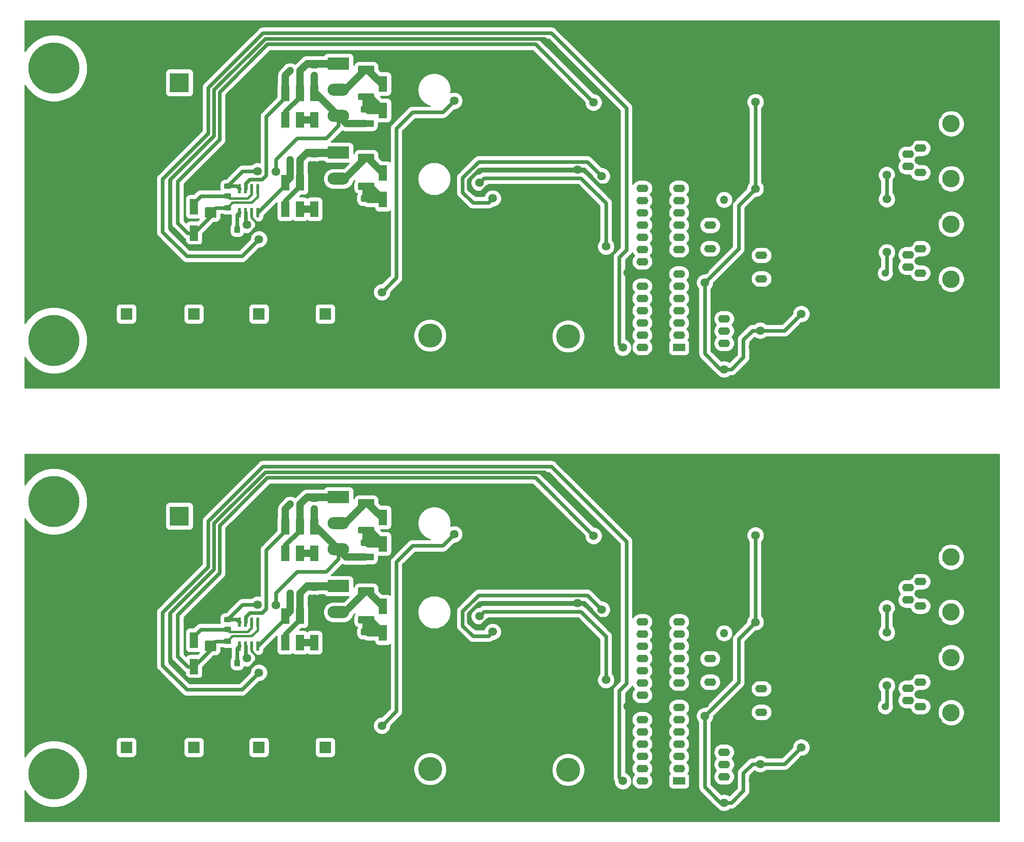
<source format=gbr>
G04 #@! TF.GenerationSoftware,KiCad,Pcbnew,5.1.4*
G04 #@! TF.CreationDate,2019-10-29T22:35:45-03:00*
G04 #@! TF.ProjectId,MCB19_panel,4d434231-395f-4706-916e-656c2e6b6963,rev?*
G04 #@! TF.SameCoordinates,Original*
G04 #@! TF.FileFunction,Copper,L1,Top*
G04 #@! TF.FilePolarity,Positive*
%FSLAX46Y46*%
G04 Gerber Fmt 4.6, Leading zero omitted, Abs format (unit mm)*
G04 Created by KiCad (PCBNEW 5.1.4) date 2019-10-29 22:35:45*
%MOMM*%
%LPD*%
G04 APERTURE LIST*
%ADD10C,10.600000*%
%ADD11C,0.900000*%
%ADD12C,0.100000*%
%ADD13C,1.350000*%
%ADD14C,1.525000*%
%ADD15O,2.500000X1.600000*%
%ADD16R,2.500000X1.600000*%
%ADD17C,2.500000*%
%ADD18C,3.650000*%
%ADD19O,1.700000X1.700000*%
%ADD20R,1.700000X1.700000*%
%ADD21C,1.150000*%
%ADD22R,4.000000X4.000000*%
%ADD23C,4.000000*%
%ADD24R,2.400000X2.400000*%
%ADD25C,2.400000*%
%ADD26C,2.250000*%
%ADD27R,1.700000X3.300000*%
%ADD28C,10.599999*%
%ADD29C,5.000000*%
%ADD30O,4.500000X2.500000*%
%ADD31R,4.500000X2.500000*%
%ADD32C,1.425000*%
%ADD33C,0.600000*%
%ADD34C,1.800000*%
%ADD35C,1.500000*%
%ADD36C,0.762000*%
%ADD37C,0.508000*%
%ADD38C,1.524000*%
%ADD39C,1.016000*%
%ADD40C,0.254000*%
G04 APERTURE END LIST*
D10*
X54630000Y-142360000D03*
D11*
X54630000Y-138385000D03*
X57440749Y-139549251D03*
X58605000Y-142360000D03*
X57440749Y-145170749D03*
X54630000Y-146335000D03*
X51819251Y-145170749D03*
X50655000Y-142360000D03*
X51819251Y-139549251D03*
D10*
X54630000Y-161860000D03*
D11*
X54630000Y-165835000D03*
X51819251Y-164670749D03*
X50655000Y-161860000D03*
X51819251Y-159049251D03*
X54630000Y-157885000D03*
X57440749Y-159049251D03*
X58605000Y-161860000D03*
X57440749Y-164670749D03*
D12*
G36*
X120829505Y-128586204D02*
G01*
X120853773Y-128589804D01*
X120877572Y-128595765D01*
X120900671Y-128604030D01*
X120922850Y-128614520D01*
X120943893Y-128627132D01*
X120963599Y-128641747D01*
X120981777Y-128658223D01*
X120998253Y-128676401D01*
X121012868Y-128696107D01*
X121025480Y-128717150D01*
X121035970Y-128739329D01*
X121044235Y-128762428D01*
X121050196Y-128786227D01*
X121053796Y-128810495D01*
X121055000Y-128834999D01*
X121055000Y-129685001D01*
X121053796Y-129709505D01*
X121050196Y-129733773D01*
X121044235Y-129757572D01*
X121035970Y-129780671D01*
X121025480Y-129802850D01*
X121012868Y-129823893D01*
X120998253Y-129843599D01*
X120981777Y-129861777D01*
X120963599Y-129878253D01*
X120943893Y-129892868D01*
X120922850Y-129905480D01*
X120900671Y-129915970D01*
X120877572Y-129924235D01*
X120853773Y-129930196D01*
X120829505Y-129933796D01*
X120805001Y-129935000D01*
X117954999Y-129935000D01*
X117930495Y-129933796D01*
X117906227Y-129930196D01*
X117882428Y-129924235D01*
X117859329Y-129915970D01*
X117837150Y-129905480D01*
X117816107Y-129892868D01*
X117796401Y-129878253D01*
X117778223Y-129861777D01*
X117761747Y-129843599D01*
X117747132Y-129823893D01*
X117734520Y-129802850D01*
X117724030Y-129780671D01*
X117715765Y-129757572D01*
X117709804Y-129733773D01*
X117706204Y-129709505D01*
X117705000Y-129685001D01*
X117705000Y-128834999D01*
X117706204Y-128810495D01*
X117709804Y-128786227D01*
X117715765Y-128762428D01*
X117724030Y-128739329D01*
X117734520Y-128717150D01*
X117747132Y-128696107D01*
X117761747Y-128676401D01*
X117778223Y-128658223D01*
X117796401Y-128641747D01*
X117816107Y-128627132D01*
X117837150Y-128614520D01*
X117859329Y-128604030D01*
X117882428Y-128595765D01*
X117906227Y-128589804D01*
X117930495Y-128586204D01*
X117954999Y-128585000D01*
X120805001Y-128585000D01*
X120829505Y-128586204D01*
X120829505Y-128586204D01*
G37*
D13*
X119380000Y-129260000D03*
D12*
G36*
X120829505Y-122786204D02*
G01*
X120853773Y-122789804D01*
X120877572Y-122795765D01*
X120900671Y-122804030D01*
X120922850Y-122814520D01*
X120943893Y-122827132D01*
X120963599Y-122841747D01*
X120981777Y-122858223D01*
X120998253Y-122876401D01*
X121012868Y-122896107D01*
X121025480Y-122917150D01*
X121035970Y-122939329D01*
X121044235Y-122962428D01*
X121050196Y-122986227D01*
X121053796Y-123010495D01*
X121055000Y-123034999D01*
X121055000Y-123885001D01*
X121053796Y-123909505D01*
X121050196Y-123933773D01*
X121044235Y-123957572D01*
X121035970Y-123980671D01*
X121025480Y-124002850D01*
X121012868Y-124023893D01*
X120998253Y-124043599D01*
X120981777Y-124061777D01*
X120963599Y-124078253D01*
X120943893Y-124092868D01*
X120922850Y-124105480D01*
X120900671Y-124115970D01*
X120877572Y-124124235D01*
X120853773Y-124130196D01*
X120829505Y-124133796D01*
X120805001Y-124135000D01*
X117954999Y-124135000D01*
X117930495Y-124133796D01*
X117906227Y-124130196D01*
X117882428Y-124124235D01*
X117859329Y-124115970D01*
X117837150Y-124105480D01*
X117816107Y-124092868D01*
X117796401Y-124078253D01*
X117778223Y-124061777D01*
X117761747Y-124043599D01*
X117747132Y-124023893D01*
X117734520Y-124002850D01*
X117724030Y-123980671D01*
X117715765Y-123957572D01*
X117709804Y-123933773D01*
X117706204Y-123909505D01*
X117705000Y-123885001D01*
X117705000Y-123034999D01*
X117706204Y-123010495D01*
X117709804Y-122986227D01*
X117715765Y-122962428D01*
X117724030Y-122939329D01*
X117734520Y-122917150D01*
X117747132Y-122896107D01*
X117761747Y-122876401D01*
X117778223Y-122858223D01*
X117796401Y-122841747D01*
X117816107Y-122827132D01*
X117837150Y-122814520D01*
X117859329Y-122804030D01*
X117882428Y-122795765D01*
X117906227Y-122789804D01*
X117930495Y-122786204D01*
X117954999Y-122785000D01*
X120805001Y-122785000D01*
X120829505Y-122786204D01*
X120829505Y-122786204D01*
G37*
D13*
X119380000Y-123460000D03*
D12*
G36*
X120829505Y-147086204D02*
G01*
X120853773Y-147089804D01*
X120877572Y-147095765D01*
X120900671Y-147104030D01*
X120922850Y-147114520D01*
X120943893Y-147127132D01*
X120963599Y-147141747D01*
X120981777Y-147158223D01*
X120998253Y-147176401D01*
X121012868Y-147196107D01*
X121025480Y-147217150D01*
X121035970Y-147239329D01*
X121044235Y-147262428D01*
X121050196Y-147286227D01*
X121053796Y-147310495D01*
X121055000Y-147334999D01*
X121055000Y-148360001D01*
X121053796Y-148384505D01*
X121050196Y-148408773D01*
X121044235Y-148432572D01*
X121035970Y-148455671D01*
X121025480Y-148477850D01*
X121012868Y-148498893D01*
X120998253Y-148518599D01*
X120981777Y-148536777D01*
X120963599Y-148553253D01*
X120943893Y-148567868D01*
X120922850Y-148580480D01*
X120900671Y-148590970D01*
X120877572Y-148599235D01*
X120853773Y-148605196D01*
X120829505Y-148608796D01*
X120805001Y-148610000D01*
X117954999Y-148610000D01*
X117930495Y-148608796D01*
X117906227Y-148605196D01*
X117882428Y-148599235D01*
X117859329Y-148590970D01*
X117837150Y-148580480D01*
X117816107Y-148567868D01*
X117796401Y-148553253D01*
X117778223Y-148536777D01*
X117761747Y-148518599D01*
X117747132Y-148498893D01*
X117734520Y-148477850D01*
X117724030Y-148455671D01*
X117715765Y-148432572D01*
X117709804Y-148408773D01*
X117706204Y-148384505D01*
X117705000Y-148360001D01*
X117705000Y-147334999D01*
X117706204Y-147310495D01*
X117709804Y-147286227D01*
X117715765Y-147262428D01*
X117724030Y-147239329D01*
X117734520Y-147217150D01*
X117747132Y-147196107D01*
X117761747Y-147176401D01*
X117778223Y-147158223D01*
X117796401Y-147141747D01*
X117816107Y-147127132D01*
X117837150Y-147114520D01*
X117859329Y-147104030D01*
X117882428Y-147095765D01*
X117906227Y-147089804D01*
X117930495Y-147086204D01*
X117954999Y-147085000D01*
X120805001Y-147085000D01*
X120829505Y-147086204D01*
X120829505Y-147086204D01*
G37*
D14*
X119380000Y-147847500D03*
D12*
G36*
X120829505Y-141111204D02*
G01*
X120853773Y-141114804D01*
X120877572Y-141120765D01*
X120900671Y-141129030D01*
X120922850Y-141139520D01*
X120943893Y-141152132D01*
X120963599Y-141166747D01*
X120981777Y-141183223D01*
X120998253Y-141201401D01*
X121012868Y-141221107D01*
X121025480Y-141242150D01*
X121035970Y-141264329D01*
X121044235Y-141287428D01*
X121050196Y-141311227D01*
X121053796Y-141335495D01*
X121055000Y-141359999D01*
X121055000Y-142385001D01*
X121053796Y-142409505D01*
X121050196Y-142433773D01*
X121044235Y-142457572D01*
X121035970Y-142480671D01*
X121025480Y-142502850D01*
X121012868Y-142523893D01*
X120998253Y-142543599D01*
X120981777Y-142561777D01*
X120963599Y-142578253D01*
X120943893Y-142592868D01*
X120922850Y-142605480D01*
X120900671Y-142615970D01*
X120877572Y-142624235D01*
X120853773Y-142630196D01*
X120829505Y-142633796D01*
X120805001Y-142635000D01*
X117954999Y-142635000D01*
X117930495Y-142633796D01*
X117906227Y-142630196D01*
X117882428Y-142624235D01*
X117859329Y-142615970D01*
X117837150Y-142605480D01*
X117816107Y-142592868D01*
X117796401Y-142578253D01*
X117778223Y-142561777D01*
X117761747Y-142543599D01*
X117747132Y-142523893D01*
X117734520Y-142502850D01*
X117724030Y-142480671D01*
X117715765Y-142457572D01*
X117709804Y-142433773D01*
X117706204Y-142409505D01*
X117705000Y-142385001D01*
X117705000Y-141359999D01*
X117706204Y-141335495D01*
X117709804Y-141311227D01*
X117715765Y-141287428D01*
X117724030Y-141264329D01*
X117734520Y-141242150D01*
X117747132Y-141221107D01*
X117761747Y-141201401D01*
X117778223Y-141183223D01*
X117796401Y-141166747D01*
X117816107Y-141152132D01*
X117837150Y-141139520D01*
X117859329Y-141129030D01*
X117882428Y-141120765D01*
X117906227Y-141114804D01*
X117930495Y-141111204D01*
X117954999Y-141110000D01*
X120805001Y-141110000D01*
X120829505Y-141111204D01*
X120829505Y-141111204D01*
G37*
D14*
X119380000Y-141872500D03*
D15*
X190726000Y-160824000D03*
X190726000Y-155944000D03*
X201364000Y-162196000D03*
X201364000Y-167076000D03*
X193630000Y-180440000D03*
X193630000Y-177900000D03*
X193630000Y-175360000D03*
D16*
X193630000Y-172820000D03*
D17*
X237658000Y-153681000D03*
X237658000Y-169181000D03*
D15*
X231818000Y-156986000D03*
X234358000Y-158256000D03*
X231818000Y-159526000D03*
X234358000Y-160796000D03*
X231818000Y-162066000D03*
X234358000Y-163336000D03*
X231818000Y-164606000D03*
X234358000Y-165876000D03*
D18*
X240708000Y-167146000D03*
X240708000Y-155716000D03*
D17*
X237654000Y-132826000D03*
X237654000Y-148326000D03*
D15*
X231814000Y-136131000D03*
X234354000Y-137401000D03*
X231814000Y-138671000D03*
X234354000Y-139941000D03*
X231814000Y-141211000D03*
X234354000Y-142481000D03*
X231814000Y-143751000D03*
X234354000Y-145021000D03*
D18*
X240704000Y-146291000D03*
X240704000Y-134861000D03*
D15*
X176660000Y-181310000D03*
X184280000Y-148290000D03*
X176660000Y-178770000D03*
X184280000Y-150830000D03*
X176660000Y-176230000D03*
X184280000Y-153370000D03*
X176660000Y-173690000D03*
X184280000Y-155910000D03*
X176660000Y-171150000D03*
X184280000Y-158450000D03*
X176660000Y-168610000D03*
X184280000Y-160990000D03*
X176660000Y-166070000D03*
X184280000Y-163530000D03*
X176660000Y-163530000D03*
X184280000Y-166070000D03*
X176660000Y-160990000D03*
X184280000Y-168610000D03*
X176660000Y-158450000D03*
X184280000Y-171150000D03*
X176660000Y-155910000D03*
X184280000Y-173690000D03*
X176660000Y-153370000D03*
X184280000Y-176230000D03*
X176660000Y-150830000D03*
X184280000Y-178770000D03*
X176660000Y-148290000D03*
D16*
X184280000Y-181310000D03*
D19*
X193630000Y-150650000D03*
D20*
X193630000Y-148110000D03*
D12*
G36*
X91104505Y-149311204D02*
G01*
X91128773Y-149314804D01*
X91152572Y-149320765D01*
X91175671Y-149329030D01*
X91197850Y-149339520D01*
X91218893Y-149352132D01*
X91238599Y-149366747D01*
X91256777Y-149383223D01*
X91273253Y-149401401D01*
X91287868Y-149421107D01*
X91300480Y-149442150D01*
X91310970Y-149464329D01*
X91319235Y-149487428D01*
X91325196Y-149511227D01*
X91328796Y-149535495D01*
X91330000Y-149559999D01*
X91330000Y-150210001D01*
X91328796Y-150234505D01*
X91325196Y-150258773D01*
X91319235Y-150282572D01*
X91310970Y-150305671D01*
X91300480Y-150327850D01*
X91287868Y-150348893D01*
X91273253Y-150368599D01*
X91256777Y-150386777D01*
X91238599Y-150403253D01*
X91218893Y-150417868D01*
X91197850Y-150430480D01*
X91175671Y-150440970D01*
X91152572Y-150449235D01*
X91128773Y-150455196D01*
X91104505Y-150458796D01*
X91080001Y-150460000D01*
X90179999Y-150460000D01*
X90155495Y-150458796D01*
X90131227Y-150455196D01*
X90107428Y-150449235D01*
X90084329Y-150440970D01*
X90062150Y-150430480D01*
X90041107Y-150417868D01*
X90021401Y-150403253D01*
X90003223Y-150386777D01*
X89986747Y-150368599D01*
X89972132Y-150348893D01*
X89959520Y-150327850D01*
X89949030Y-150305671D01*
X89940765Y-150282572D01*
X89934804Y-150258773D01*
X89931204Y-150234505D01*
X89930000Y-150210001D01*
X89930000Y-149559999D01*
X89931204Y-149535495D01*
X89934804Y-149511227D01*
X89940765Y-149487428D01*
X89949030Y-149464329D01*
X89959520Y-149442150D01*
X89972132Y-149421107D01*
X89986747Y-149401401D01*
X90003223Y-149383223D01*
X90021401Y-149366747D01*
X90041107Y-149352132D01*
X90062150Y-149339520D01*
X90084329Y-149329030D01*
X90107428Y-149320765D01*
X90131227Y-149314804D01*
X90155495Y-149311204D01*
X90179999Y-149310000D01*
X91080001Y-149310000D01*
X91104505Y-149311204D01*
X91104505Y-149311204D01*
G37*
D21*
X90630000Y-149885000D03*
D12*
G36*
X91104505Y-147261204D02*
G01*
X91128773Y-147264804D01*
X91152572Y-147270765D01*
X91175671Y-147279030D01*
X91197850Y-147289520D01*
X91218893Y-147302132D01*
X91238599Y-147316747D01*
X91256777Y-147333223D01*
X91273253Y-147351401D01*
X91287868Y-147371107D01*
X91300480Y-147392150D01*
X91310970Y-147414329D01*
X91319235Y-147437428D01*
X91325196Y-147461227D01*
X91328796Y-147485495D01*
X91330000Y-147509999D01*
X91330000Y-148160001D01*
X91328796Y-148184505D01*
X91325196Y-148208773D01*
X91319235Y-148232572D01*
X91310970Y-148255671D01*
X91300480Y-148277850D01*
X91287868Y-148298893D01*
X91273253Y-148318599D01*
X91256777Y-148336777D01*
X91238599Y-148353253D01*
X91218893Y-148367868D01*
X91197850Y-148380480D01*
X91175671Y-148390970D01*
X91152572Y-148399235D01*
X91128773Y-148405196D01*
X91104505Y-148408796D01*
X91080001Y-148410000D01*
X90179999Y-148410000D01*
X90155495Y-148408796D01*
X90131227Y-148405196D01*
X90107428Y-148399235D01*
X90084329Y-148390970D01*
X90062150Y-148380480D01*
X90041107Y-148367868D01*
X90021401Y-148353253D01*
X90003223Y-148336777D01*
X89986747Y-148318599D01*
X89972132Y-148298893D01*
X89959520Y-148277850D01*
X89949030Y-148255671D01*
X89940765Y-148232572D01*
X89934804Y-148208773D01*
X89931204Y-148184505D01*
X89930000Y-148160001D01*
X89930000Y-147509999D01*
X89931204Y-147485495D01*
X89934804Y-147461227D01*
X89940765Y-147437428D01*
X89949030Y-147414329D01*
X89959520Y-147392150D01*
X89972132Y-147371107D01*
X89986747Y-147351401D01*
X90003223Y-147333223D01*
X90021401Y-147316747D01*
X90041107Y-147302132D01*
X90062150Y-147289520D01*
X90084329Y-147279030D01*
X90107428Y-147270765D01*
X90131227Y-147264804D01*
X90155495Y-147261204D01*
X90179999Y-147260000D01*
X91080001Y-147260000D01*
X91104505Y-147261204D01*
X91104505Y-147261204D01*
G37*
D21*
X90630000Y-147835000D03*
D22*
X80630000Y-126360000D03*
D23*
X80630000Y-136360000D03*
D24*
X83630000Y-174360000D03*
D25*
X83630000Y-169360000D03*
D12*
G36*
X88079505Y-152186204D02*
G01*
X88103773Y-152189804D01*
X88127572Y-152195765D01*
X88150671Y-152204030D01*
X88172850Y-152214520D01*
X88193893Y-152227132D01*
X88213599Y-152241747D01*
X88231777Y-152258223D01*
X88248253Y-152276401D01*
X88262868Y-152296107D01*
X88275480Y-152317150D01*
X88285970Y-152339329D01*
X88294235Y-152362428D01*
X88300196Y-152386227D01*
X88303796Y-152410495D01*
X88305000Y-152434999D01*
X88305000Y-154185001D01*
X88303796Y-154209505D01*
X88300196Y-154233773D01*
X88294235Y-154257572D01*
X88285970Y-154280671D01*
X88275480Y-154302850D01*
X88262868Y-154323893D01*
X88248253Y-154343599D01*
X88231777Y-154361777D01*
X88213599Y-154378253D01*
X88193893Y-154392868D01*
X88172850Y-154405480D01*
X88150671Y-154415970D01*
X88127572Y-154424235D01*
X88103773Y-154430196D01*
X88079505Y-154433796D01*
X88055001Y-154435000D01*
X86204999Y-154435000D01*
X86180495Y-154433796D01*
X86156227Y-154430196D01*
X86132428Y-154424235D01*
X86109329Y-154415970D01*
X86087150Y-154405480D01*
X86066107Y-154392868D01*
X86046401Y-154378253D01*
X86028223Y-154361777D01*
X86011747Y-154343599D01*
X85997132Y-154323893D01*
X85984520Y-154302850D01*
X85974030Y-154280671D01*
X85965765Y-154257572D01*
X85959804Y-154233773D01*
X85956204Y-154209505D01*
X85955000Y-154185001D01*
X85955000Y-152434999D01*
X85956204Y-152410495D01*
X85959804Y-152386227D01*
X85965765Y-152362428D01*
X85974030Y-152339329D01*
X85984520Y-152317150D01*
X85997132Y-152296107D01*
X86011747Y-152276401D01*
X86028223Y-152258223D01*
X86046401Y-152241747D01*
X86066107Y-152227132D01*
X86087150Y-152214520D01*
X86109329Y-152204030D01*
X86132428Y-152195765D01*
X86156227Y-152189804D01*
X86180495Y-152186204D01*
X86204999Y-152185000D01*
X88055001Y-152185000D01*
X88079505Y-152186204D01*
X88079505Y-152186204D01*
G37*
D26*
X87130000Y-153310000D03*
D12*
G36*
X88079505Y-157286204D02*
G01*
X88103773Y-157289804D01*
X88127572Y-157295765D01*
X88150671Y-157304030D01*
X88172850Y-157314520D01*
X88193893Y-157327132D01*
X88213599Y-157341747D01*
X88231777Y-157358223D01*
X88248253Y-157376401D01*
X88262868Y-157396107D01*
X88275480Y-157417150D01*
X88285970Y-157439329D01*
X88294235Y-157462428D01*
X88300196Y-157486227D01*
X88303796Y-157510495D01*
X88305000Y-157534999D01*
X88305000Y-159285001D01*
X88303796Y-159309505D01*
X88300196Y-159333773D01*
X88294235Y-159357572D01*
X88285970Y-159380671D01*
X88275480Y-159402850D01*
X88262868Y-159423893D01*
X88248253Y-159443599D01*
X88231777Y-159461777D01*
X88213599Y-159478253D01*
X88193893Y-159492868D01*
X88172850Y-159505480D01*
X88150671Y-159515970D01*
X88127572Y-159524235D01*
X88103773Y-159530196D01*
X88079505Y-159533796D01*
X88055001Y-159535000D01*
X86204999Y-159535000D01*
X86180495Y-159533796D01*
X86156227Y-159530196D01*
X86132428Y-159524235D01*
X86109329Y-159515970D01*
X86087150Y-159505480D01*
X86066107Y-159492868D01*
X86046401Y-159478253D01*
X86028223Y-159461777D01*
X86011747Y-159443599D01*
X85997132Y-159423893D01*
X85984520Y-159402850D01*
X85974030Y-159380671D01*
X85965765Y-159357572D01*
X85959804Y-159333773D01*
X85956204Y-159309505D01*
X85955000Y-159285001D01*
X85955000Y-157534999D01*
X85956204Y-157510495D01*
X85959804Y-157486227D01*
X85965765Y-157462428D01*
X85974030Y-157439329D01*
X85984520Y-157417150D01*
X85997132Y-157396107D01*
X86011747Y-157376401D01*
X86028223Y-157358223D01*
X86046401Y-157341747D01*
X86066107Y-157327132D01*
X86087150Y-157314520D01*
X86109329Y-157304030D01*
X86132428Y-157295765D01*
X86156227Y-157289804D01*
X86180495Y-157286204D01*
X86204999Y-157285000D01*
X88055001Y-157285000D01*
X88079505Y-157286204D01*
X88079505Y-157286204D01*
G37*
D26*
X87130000Y-158410000D03*
D12*
G36*
X91104505Y-151761204D02*
G01*
X91128773Y-151764804D01*
X91152572Y-151770765D01*
X91175671Y-151779030D01*
X91197850Y-151789520D01*
X91218893Y-151802132D01*
X91238599Y-151816747D01*
X91256777Y-151833223D01*
X91273253Y-151851401D01*
X91287868Y-151871107D01*
X91300480Y-151892150D01*
X91310970Y-151914329D01*
X91319235Y-151937428D01*
X91325196Y-151961227D01*
X91328796Y-151985495D01*
X91330000Y-152009999D01*
X91330000Y-152660001D01*
X91328796Y-152684505D01*
X91325196Y-152708773D01*
X91319235Y-152732572D01*
X91310970Y-152755671D01*
X91300480Y-152777850D01*
X91287868Y-152798893D01*
X91273253Y-152818599D01*
X91256777Y-152836777D01*
X91238599Y-152853253D01*
X91218893Y-152867868D01*
X91197850Y-152880480D01*
X91175671Y-152890970D01*
X91152572Y-152899235D01*
X91128773Y-152905196D01*
X91104505Y-152908796D01*
X91080001Y-152910000D01*
X90179999Y-152910000D01*
X90155495Y-152908796D01*
X90131227Y-152905196D01*
X90107428Y-152899235D01*
X90084329Y-152890970D01*
X90062150Y-152880480D01*
X90041107Y-152867868D01*
X90021401Y-152853253D01*
X90003223Y-152836777D01*
X89986747Y-152818599D01*
X89972132Y-152798893D01*
X89959520Y-152777850D01*
X89949030Y-152755671D01*
X89940765Y-152732572D01*
X89934804Y-152708773D01*
X89931204Y-152684505D01*
X89930000Y-152660001D01*
X89930000Y-152009999D01*
X89931204Y-151985495D01*
X89934804Y-151961227D01*
X89940765Y-151937428D01*
X89949030Y-151914329D01*
X89959520Y-151892150D01*
X89972132Y-151871107D01*
X89986747Y-151851401D01*
X90003223Y-151833223D01*
X90021401Y-151816747D01*
X90041107Y-151802132D01*
X90062150Y-151789520D01*
X90084329Y-151779030D01*
X90107428Y-151770765D01*
X90131227Y-151764804D01*
X90155495Y-151761204D01*
X90179999Y-151760000D01*
X91080001Y-151760000D01*
X91104505Y-151761204D01*
X91104505Y-151761204D01*
G37*
D21*
X90630000Y-152335000D03*
D12*
G36*
X91104505Y-153811204D02*
G01*
X91128773Y-153814804D01*
X91152572Y-153820765D01*
X91175671Y-153829030D01*
X91197850Y-153839520D01*
X91218893Y-153852132D01*
X91238599Y-153866747D01*
X91256777Y-153883223D01*
X91273253Y-153901401D01*
X91287868Y-153921107D01*
X91300480Y-153942150D01*
X91310970Y-153964329D01*
X91319235Y-153987428D01*
X91325196Y-154011227D01*
X91328796Y-154035495D01*
X91330000Y-154059999D01*
X91330000Y-154710001D01*
X91328796Y-154734505D01*
X91325196Y-154758773D01*
X91319235Y-154782572D01*
X91310970Y-154805671D01*
X91300480Y-154827850D01*
X91287868Y-154848893D01*
X91273253Y-154868599D01*
X91256777Y-154886777D01*
X91238599Y-154903253D01*
X91218893Y-154917868D01*
X91197850Y-154930480D01*
X91175671Y-154940970D01*
X91152572Y-154949235D01*
X91128773Y-154955196D01*
X91104505Y-154958796D01*
X91080001Y-154960000D01*
X90179999Y-154960000D01*
X90155495Y-154958796D01*
X90131227Y-154955196D01*
X90107428Y-154949235D01*
X90084329Y-154940970D01*
X90062150Y-154930480D01*
X90041107Y-154917868D01*
X90021401Y-154903253D01*
X90003223Y-154886777D01*
X89986747Y-154868599D01*
X89972132Y-154848893D01*
X89959520Y-154827850D01*
X89949030Y-154805671D01*
X89940765Y-154782572D01*
X89934804Y-154758773D01*
X89931204Y-154734505D01*
X89930000Y-154710001D01*
X89930000Y-154059999D01*
X89931204Y-154035495D01*
X89934804Y-154011227D01*
X89940765Y-153987428D01*
X89949030Y-153964329D01*
X89959520Y-153942150D01*
X89972132Y-153921107D01*
X89986747Y-153901401D01*
X90003223Y-153883223D01*
X90021401Y-153866747D01*
X90041107Y-153852132D01*
X90062150Y-153839520D01*
X90084329Y-153829030D01*
X90107428Y-153820765D01*
X90131227Y-153814804D01*
X90155495Y-153811204D01*
X90179999Y-153810000D01*
X91080001Y-153810000D01*
X91104505Y-153811204D01*
X91104505Y-153811204D01*
G37*
D21*
X90630000Y-154385000D03*
D27*
X83630000Y-152110000D03*
X83630000Y-157610000D03*
X102630000Y-128610000D03*
X102630000Y-134110000D03*
X122880000Y-132110000D03*
X122880000Y-126610000D03*
X122880000Y-145110000D03*
X122880000Y-150610000D03*
X105630000Y-152610000D03*
X105630000Y-147110000D03*
X108630000Y-147110000D03*
X108630000Y-152610000D03*
X105630000Y-134110000D03*
X105630000Y-128610000D03*
X108630000Y-134110000D03*
X108630000Y-128610000D03*
D28*
X54630000Y-123360000D03*
D11*
X54630000Y-119385000D03*
X57440749Y-120549251D03*
X58605000Y-123360000D03*
X57440749Y-126170749D03*
X54630000Y-127335000D03*
X51819251Y-126170749D03*
X50655000Y-123360000D03*
X51819251Y-120549251D03*
D29*
X161302000Y-179016000D03*
X132630000Y-178860000D03*
D24*
X97130000Y-174360000D03*
D25*
X97130000Y-169360000D03*
D27*
X102630000Y-147110000D03*
X102630000Y-152610000D03*
D12*
G36*
X109104505Y-124311204D02*
G01*
X109128773Y-124314804D01*
X109152572Y-124320765D01*
X109175671Y-124329030D01*
X109197850Y-124339520D01*
X109218893Y-124352132D01*
X109238599Y-124366747D01*
X109256777Y-124383223D01*
X109273253Y-124401401D01*
X109287868Y-124421107D01*
X109300480Y-124442150D01*
X109310970Y-124464329D01*
X109319235Y-124487428D01*
X109325196Y-124511227D01*
X109328796Y-124535495D01*
X109330000Y-124559999D01*
X109330000Y-125210001D01*
X109328796Y-125234505D01*
X109325196Y-125258773D01*
X109319235Y-125282572D01*
X109310970Y-125305671D01*
X109300480Y-125327850D01*
X109287868Y-125348893D01*
X109273253Y-125368599D01*
X109256777Y-125386777D01*
X109238599Y-125403253D01*
X109218893Y-125417868D01*
X109197850Y-125430480D01*
X109175671Y-125440970D01*
X109152572Y-125449235D01*
X109128773Y-125455196D01*
X109104505Y-125458796D01*
X109080001Y-125460000D01*
X108179999Y-125460000D01*
X108155495Y-125458796D01*
X108131227Y-125455196D01*
X108107428Y-125449235D01*
X108084329Y-125440970D01*
X108062150Y-125430480D01*
X108041107Y-125417868D01*
X108021401Y-125403253D01*
X108003223Y-125386777D01*
X107986747Y-125368599D01*
X107972132Y-125348893D01*
X107959520Y-125327850D01*
X107949030Y-125305671D01*
X107940765Y-125282572D01*
X107934804Y-125258773D01*
X107931204Y-125234505D01*
X107930000Y-125210001D01*
X107930000Y-124559999D01*
X107931204Y-124535495D01*
X107934804Y-124511227D01*
X107940765Y-124487428D01*
X107949030Y-124464329D01*
X107959520Y-124442150D01*
X107972132Y-124421107D01*
X107986747Y-124401401D01*
X108003223Y-124383223D01*
X108021401Y-124366747D01*
X108041107Y-124352132D01*
X108062150Y-124339520D01*
X108084329Y-124329030D01*
X108107428Y-124320765D01*
X108131227Y-124314804D01*
X108155495Y-124311204D01*
X108179999Y-124310000D01*
X109080001Y-124310000D01*
X109104505Y-124311204D01*
X109104505Y-124311204D01*
G37*
D21*
X108630000Y-124885000D03*
D12*
G36*
X109104505Y-122261204D02*
G01*
X109128773Y-122264804D01*
X109152572Y-122270765D01*
X109175671Y-122279030D01*
X109197850Y-122289520D01*
X109218893Y-122302132D01*
X109238599Y-122316747D01*
X109256777Y-122333223D01*
X109273253Y-122351401D01*
X109287868Y-122371107D01*
X109300480Y-122392150D01*
X109310970Y-122414329D01*
X109319235Y-122437428D01*
X109325196Y-122461227D01*
X109328796Y-122485495D01*
X109330000Y-122509999D01*
X109330000Y-123160001D01*
X109328796Y-123184505D01*
X109325196Y-123208773D01*
X109319235Y-123232572D01*
X109310970Y-123255671D01*
X109300480Y-123277850D01*
X109287868Y-123298893D01*
X109273253Y-123318599D01*
X109256777Y-123336777D01*
X109238599Y-123353253D01*
X109218893Y-123367868D01*
X109197850Y-123380480D01*
X109175671Y-123390970D01*
X109152572Y-123399235D01*
X109128773Y-123405196D01*
X109104505Y-123408796D01*
X109080001Y-123410000D01*
X108179999Y-123410000D01*
X108155495Y-123408796D01*
X108131227Y-123405196D01*
X108107428Y-123399235D01*
X108084329Y-123390970D01*
X108062150Y-123380480D01*
X108041107Y-123367868D01*
X108021401Y-123353253D01*
X108003223Y-123336777D01*
X107986747Y-123318599D01*
X107972132Y-123298893D01*
X107959520Y-123277850D01*
X107949030Y-123255671D01*
X107940765Y-123232572D01*
X107934804Y-123208773D01*
X107931204Y-123184505D01*
X107930000Y-123160001D01*
X107930000Y-122509999D01*
X107931204Y-122485495D01*
X107934804Y-122461227D01*
X107940765Y-122437428D01*
X107949030Y-122414329D01*
X107959520Y-122392150D01*
X107972132Y-122371107D01*
X107986747Y-122351401D01*
X108003223Y-122333223D01*
X108021401Y-122316747D01*
X108041107Y-122302132D01*
X108062150Y-122289520D01*
X108084329Y-122279030D01*
X108107428Y-122270765D01*
X108131227Y-122264804D01*
X108155495Y-122261204D01*
X108179999Y-122260000D01*
X109080001Y-122260000D01*
X109104505Y-122261204D01*
X109104505Y-122261204D01*
G37*
D21*
X108630000Y-122835000D03*
D28*
X54630000Y-179860000D03*
D11*
X54630000Y-183835000D03*
X51819251Y-182670749D03*
X50655000Y-179860000D03*
X51819251Y-177049251D03*
X54630000Y-175885000D03*
X57440749Y-177049251D03*
X58605000Y-179860000D03*
X57440749Y-182670749D03*
D30*
X113630000Y-133260000D03*
X113630000Y-127810000D03*
D31*
X113630000Y-122360000D03*
D24*
X69630000Y-174360000D03*
D25*
X69630000Y-169360000D03*
D12*
G36*
X106004505Y-141661204D02*
G01*
X106028773Y-141664804D01*
X106052572Y-141670765D01*
X106075671Y-141679030D01*
X106097850Y-141689520D01*
X106118893Y-141702132D01*
X106138599Y-141716747D01*
X106156777Y-141733223D01*
X106173253Y-141751401D01*
X106187868Y-141771107D01*
X106200480Y-141792150D01*
X106210970Y-141814329D01*
X106219235Y-141837428D01*
X106225196Y-141861227D01*
X106228796Y-141885495D01*
X106230000Y-141909999D01*
X106230000Y-142810001D01*
X106228796Y-142834505D01*
X106225196Y-142858773D01*
X106219235Y-142882572D01*
X106210970Y-142905671D01*
X106200480Y-142927850D01*
X106187868Y-142948893D01*
X106173253Y-142968599D01*
X106156777Y-142986777D01*
X106138599Y-143003253D01*
X106118893Y-143017868D01*
X106097850Y-143030480D01*
X106075671Y-143040970D01*
X106052572Y-143049235D01*
X106028773Y-143055196D01*
X106004505Y-143058796D01*
X105980001Y-143060000D01*
X105329999Y-143060000D01*
X105305495Y-143058796D01*
X105281227Y-143055196D01*
X105257428Y-143049235D01*
X105234329Y-143040970D01*
X105212150Y-143030480D01*
X105191107Y-143017868D01*
X105171401Y-143003253D01*
X105153223Y-142986777D01*
X105136747Y-142968599D01*
X105122132Y-142948893D01*
X105109520Y-142927850D01*
X105099030Y-142905671D01*
X105090765Y-142882572D01*
X105084804Y-142858773D01*
X105081204Y-142834505D01*
X105080000Y-142810001D01*
X105080000Y-141909999D01*
X105081204Y-141885495D01*
X105084804Y-141861227D01*
X105090765Y-141837428D01*
X105099030Y-141814329D01*
X105109520Y-141792150D01*
X105122132Y-141771107D01*
X105136747Y-141751401D01*
X105153223Y-141733223D01*
X105171401Y-141716747D01*
X105191107Y-141702132D01*
X105212150Y-141689520D01*
X105234329Y-141679030D01*
X105257428Y-141670765D01*
X105281227Y-141664804D01*
X105305495Y-141661204D01*
X105329999Y-141660000D01*
X105980001Y-141660000D01*
X106004505Y-141661204D01*
X106004505Y-141661204D01*
G37*
D21*
X105655000Y-142360000D03*
D12*
G36*
X103954505Y-141661204D02*
G01*
X103978773Y-141664804D01*
X104002572Y-141670765D01*
X104025671Y-141679030D01*
X104047850Y-141689520D01*
X104068893Y-141702132D01*
X104088599Y-141716747D01*
X104106777Y-141733223D01*
X104123253Y-141751401D01*
X104137868Y-141771107D01*
X104150480Y-141792150D01*
X104160970Y-141814329D01*
X104169235Y-141837428D01*
X104175196Y-141861227D01*
X104178796Y-141885495D01*
X104180000Y-141909999D01*
X104180000Y-142810001D01*
X104178796Y-142834505D01*
X104175196Y-142858773D01*
X104169235Y-142882572D01*
X104160970Y-142905671D01*
X104150480Y-142927850D01*
X104137868Y-142948893D01*
X104123253Y-142968599D01*
X104106777Y-142986777D01*
X104088599Y-143003253D01*
X104068893Y-143017868D01*
X104047850Y-143030480D01*
X104025671Y-143040970D01*
X104002572Y-143049235D01*
X103978773Y-143055196D01*
X103954505Y-143058796D01*
X103930001Y-143060000D01*
X103279999Y-143060000D01*
X103255495Y-143058796D01*
X103231227Y-143055196D01*
X103207428Y-143049235D01*
X103184329Y-143040970D01*
X103162150Y-143030480D01*
X103141107Y-143017868D01*
X103121401Y-143003253D01*
X103103223Y-142986777D01*
X103086747Y-142968599D01*
X103072132Y-142948893D01*
X103059520Y-142927850D01*
X103049030Y-142905671D01*
X103040765Y-142882572D01*
X103034804Y-142858773D01*
X103031204Y-142834505D01*
X103030000Y-142810001D01*
X103030000Y-141909999D01*
X103031204Y-141885495D01*
X103034804Y-141861227D01*
X103040765Y-141837428D01*
X103049030Y-141814329D01*
X103059520Y-141792150D01*
X103072132Y-141771107D01*
X103086747Y-141751401D01*
X103103223Y-141733223D01*
X103121401Y-141716747D01*
X103141107Y-141702132D01*
X103162150Y-141689520D01*
X103184329Y-141679030D01*
X103207428Y-141670765D01*
X103231227Y-141664804D01*
X103255495Y-141661204D01*
X103279999Y-141660000D01*
X103930001Y-141660000D01*
X103954505Y-141661204D01*
X103954505Y-141661204D01*
G37*
D21*
X103605000Y-142360000D03*
D12*
G36*
X106004505Y-123161204D02*
G01*
X106028773Y-123164804D01*
X106052572Y-123170765D01*
X106075671Y-123179030D01*
X106097850Y-123189520D01*
X106118893Y-123202132D01*
X106138599Y-123216747D01*
X106156777Y-123233223D01*
X106173253Y-123251401D01*
X106187868Y-123271107D01*
X106200480Y-123292150D01*
X106210970Y-123314329D01*
X106219235Y-123337428D01*
X106225196Y-123361227D01*
X106228796Y-123385495D01*
X106230000Y-123409999D01*
X106230000Y-124310001D01*
X106228796Y-124334505D01*
X106225196Y-124358773D01*
X106219235Y-124382572D01*
X106210970Y-124405671D01*
X106200480Y-124427850D01*
X106187868Y-124448893D01*
X106173253Y-124468599D01*
X106156777Y-124486777D01*
X106138599Y-124503253D01*
X106118893Y-124517868D01*
X106097850Y-124530480D01*
X106075671Y-124540970D01*
X106052572Y-124549235D01*
X106028773Y-124555196D01*
X106004505Y-124558796D01*
X105980001Y-124560000D01*
X105329999Y-124560000D01*
X105305495Y-124558796D01*
X105281227Y-124555196D01*
X105257428Y-124549235D01*
X105234329Y-124540970D01*
X105212150Y-124530480D01*
X105191107Y-124517868D01*
X105171401Y-124503253D01*
X105153223Y-124486777D01*
X105136747Y-124468599D01*
X105122132Y-124448893D01*
X105109520Y-124427850D01*
X105099030Y-124405671D01*
X105090765Y-124382572D01*
X105084804Y-124358773D01*
X105081204Y-124334505D01*
X105080000Y-124310001D01*
X105080000Y-123409999D01*
X105081204Y-123385495D01*
X105084804Y-123361227D01*
X105090765Y-123337428D01*
X105099030Y-123314329D01*
X105109520Y-123292150D01*
X105122132Y-123271107D01*
X105136747Y-123251401D01*
X105153223Y-123233223D01*
X105171401Y-123216747D01*
X105191107Y-123202132D01*
X105212150Y-123189520D01*
X105234329Y-123179030D01*
X105257428Y-123170765D01*
X105281227Y-123164804D01*
X105305495Y-123161204D01*
X105329999Y-123160000D01*
X105980001Y-123160000D01*
X106004505Y-123161204D01*
X106004505Y-123161204D01*
G37*
D21*
X105655000Y-123860000D03*
D12*
G36*
X103954505Y-123161204D02*
G01*
X103978773Y-123164804D01*
X104002572Y-123170765D01*
X104025671Y-123179030D01*
X104047850Y-123189520D01*
X104068893Y-123202132D01*
X104088599Y-123216747D01*
X104106777Y-123233223D01*
X104123253Y-123251401D01*
X104137868Y-123271107D01*
X104150480Y-123292150D01*
X104160970Y-123314329D01*
X104169235Y-123337428D01*
X104175196Y-123361227D01*
X104178796Y-123385495D01*
X104180000Y-123409999D01*
X104180000Y-124310001D01*
X104178796Y-124334505D01*
X104175196Y-124358773D01*
X104169235Y-124382572D01*
X104160970Y-124405671D01*
X104150480Y-124427850D01*
X104137868Y-124448893D01*
X104123253Y-124468599D01*
X104106777Y-124486777D01*
X104088599Y-124503253D01*
X104068893Y-124517868D01*
X104047850Y-124530480D01*
X104025671Y-124540970D01*
X104002572Y-124549235D01*
X103978773Y-124555196D01*
X103954505Y-124558796D01*
X103930001Y-124560000D01*
X103279999Y-124560000D01*
X103255495Y-124558796D01*
X103231227Y-124555196D01*
X103207428Y-124549235D01*
X103184329Y-124540970D01*
X103162150Y-124530480D01*
X103141107Y-124517868D01*
X103121401Y-124503253D01*
X103103223Y-124486777D01*
X103086747Y-124468599D01*
X103072132Y-124448893D01*
X103059520Y-124427850D01*
X103049030Y-124405671D01*
X103040765Y-124382572D01*
X103034804Y-124358773D01*
X103031204Y-124334505D01*
X103030000Y-124310001D01*
X103030000Y-123409999D01*
X103031204Y-123385495D01*
X103034804Y-123361227D01*
X103040765Y-123337428D01*
X103049030Y-123314329D01*
X103059520Y-123292150D01*
X103072132Y-123271107D01*
X103086747Y-123251401D01*
X103103223Y-123233223D01*
X103121401Y-123216747D01*
X103141107Y-123202132D01*
X103162150Y-123189520D01*
X103184329Y-123179030D01*
X103207428Y-123170765D01*
X103231227Y-123164804D01*
X103255495Y-123161204D01*
X103279999Y-123160000D01*
X103930001Y-123160000D01*
X103954505Y-123161204D01*
X103954505Y-123161204D01*
G37*
D21*
X103605000Y-123860000D03*
D24*
X110880000Y-174360000D03*
D25*
X110880000Y-169360000D03*
D12*
G36*
X120729504Y-149661204D02*
G01*
X120753773Y-149664804D01*
X120777571Y-149670765D01*
X120800671Y-149679030D01*
X120822849Y-149689520D01*
X120843893Y-149702133D01*
X120863598Y-149716747D01*
X120881777Y-149733223D01*
X120898253Y-149751402D01*
X120912867Y-149771107D01*
X120925480Y-149792151D01*
X120935970Y-149814329D01*
X120944235Y-149837429D01*
X120950196Y-149861227D01*
X120953796Y-149885496D01*
X120955000Y-149910000D01*
X120955000Y-150835000D01*
X120953796Y-150859504D01*
X120950196Y-150883773D01*
X120944235Y-150907571D01*
X120935970Y-150930671D01*
X120925480Y-150952849D01*
X120912867Y-150973893D01*
X120898253Y-150993598D01*
X120881777Y-151011777D01*
X120863598Y-151028253D01*
X120843893Y-151042867D01*
X120822849Y-151055480D01*
X120800671Y-151065970D01*
X120777571Y-151074235D01*
X120753773Y-151080196D01*
X120729504Y-151083796D01*
X120705000Y-151085000D01*
X118555000Y-151085000D01*
X118530496Y-151083796D01*
X118506227Y-151080196D01*
X118482429Y-151074235D01*
X118459329Y-151065970D01*
X118437151Y-151055480D01*
X118416107Y-151042867D01*
X118396402Y-151028253D01*
X118378223Y-151011777D01*
X118361747Y-150993598D01*
X118347133Y-150973893D01*
X118334520Y-150952849D01*
X118324030Y-150930671D01*
X118315765Y-150907571D01*
X118309804Y-150883773D01*
X118306204Y-150859504D01*
X118305000Y-150835000D01*
X118305000Y-149910000D01*
X118306204Y-149885496D01*
X118309804Y-149861227D01*
X118315765Y-149837429D01*
X118324030Y-149814329D01*
X118334520Y-149792151D01*
X118347133Y-149771107D01*
X118361747Y-149751402D01*
X118378223Y-149733223D01*
X118396402Y-149716747D01*
X118416107Y-149702133D01*
X118437151Y-149689520D01*
X118459329Y-149679030D01*
X118482429Y-149670765D01*
X118506227Y-149664804D01*
X118530496Y-149661204D01*
X118555000Y-149660000D01*
X120705000Y-149660000D01*
X120729504Y-149661204D01*
X120729504Y-149661204D01*
G37*
D32*
X119630000Y-150372500D03*
D12*
G36*
X120729504Y-152636204D02*
G01*
X120753773Y-152639804D01*
X120777571Y-152645765D01*
X120800671Y-152654030D01*
X120822849Y-152664520D01*
X120843893Y-152677133D01*
X120863598Y-152691747D01*
X120881777Y-152708223D01*
X120898253Y-152726402D01*
X120912867Y-152746107D01*
X120925480Y-152767151D01*
X120935970Y-152789329D01*
X120944235Y-152812429D01*
X120950196Y-152836227D01*
X120953796Y-152860496D01*
X120955000Y-152885000D01*
X120955000Y-153810000D01*
X120953796Y-153834504D01*
X120950196Y-153858773D01*
X120944235Y-153882571D01*
X120935970Y-153905671D01*
X120925480Y-153927849D01*
X120912867Y-153948893D01*
X120898253Y-153968598D01*
X120881777Y-153986777D01*
X120863598Y-154003253D01*
X120843893Y-154017867D01*
X120822849Y-154030480D01*
X120800671Y-154040970D01*
X120777571Y-154049235D01*
X120753773Y-154055196D01*
X120729504Y-154058796D01*
X120705000Y-154060000D01*
X118555000Y-154060000D01*
X118530496Y-154058796D01*
X118506227Y-154055196D01*
X118482429Y-154049235D01*
X118459329Y-154040970D01*
X118437151Y-154030480D01*
X118416107Y-154017867D01*
X118396402Y-154003253D01*
X118378223Y-153986777D01*
X118361747Y-153968598D01*
X118347133Y-153948893D01*
X118334520Y-153927849D01*
X118324030Y-153905671D01*
X118315765Y-153882571D01*
X118309804Y-153858773D01*
X118306204Y-153834504D01*
X118305000Y-153810000D01*
X118305000Y-152885000D01*
X118306204Y-152860496D01*
X118309804Y-152836227D01*
X118315765Y-152812429D01*
X118324030Y-152789329D01*
X118334520Y-152767151D01*
X118347133Y-152746107D01*
X118361747Y-152726402D01*
X118378223Y-152708223D01*
X118396402Y-152691747D01*
X118416107Y-152677133D01*
X118437151Y-152664520D01*
X118459329Y-152654030D01*
X118482429Y-152645765D01*
X118506227Y-152639804D01*
X118530496Y-152636204D01*
X118555000Y-152635000D01*
X120705000Y-152635000D01*
X120729504Y-152636204D01*
X120729504Y-152636204D01*
G37*
D32*
X119630000Y-153347500D03*
D30*
X113630000Y-151760000D03*
X113630000Y-146310000D03*
D31*
X113630000Y-140860000D03*
D12*
G36*
X92979505Y-156161204D02*
G01*
X93003773Y-156164804D01*
X93027572Y-156170765D01*
X93050671Y-156179030D01*
X93072850Y-156189520D01*
X93093893Y-156202132D01*
X93113599Y-156216747D01*
X93131777Y-156233223D01*
X93148253Y-156251401D01*
X93162868Y-156271107D01*
X93175480Y-156292150D01*
X93185970Y-156314329D01*
X93194235Y-156337428D01*
X93200196Y-156361227D01*
X93203796Y-156385495D01*
X93205000Y-156409999D01*
X93205000Y-157310001D01*
X93203796Y-157334505D01*
X93200196Y-157358773D01*
X93194235Y-157382572D01*
X93185970Y-157405671D01*
X93175480Y-157427850D01*
X93162868Y-157448893D01*
X93148253Y-157468599D01*
X93131777Y-157486777D01*
X93113599Y-157503253D01*
X93093893Y-157517868D01*
X93072850Y-157530480D01*
X93050671Y-157540970D01*
X93027572Y-157549235D01*
X93003773Y-157555196D01*
X92979505Y-157558796D01*
X92955001Y-157560000D01*
X92304999Y-157560000D01*
X92280495Y-157558796D01*
X92256227Y-157555196D01*
X92232428Y-157549235D01*
X92209329Y-157540970D01*
X92187150Y-157530480D01*
X92166107Y-157517868D01*
X92146401Y-157503253D01*
X92128223Y-157486777D01*
X92111747Y-157468599D01*
X92097132Y-157448893D01*
X92084520Y-157427850D01*
X92074030Y-157405671D01*
X92065765Y-157382572D01*
X92059804Y-157358773D01*
X92056204Y-157334505D01*
X92055000Y-157310001D01*
X92055000Y-156409999D01*
X92056204Y-156385495D01*
X92059804Y-156361227D01*
X92065765Y-156337428D01*
X92074030Y-156314329D01*
X92084520Y-156292150D01*
X92097132Y-156271107D01*
X92111747Y-156251401D01*
X92128223Y-156233223D01*
X92146401Y-156216747D01*
X92166107Y-156202132D01*
X92187150Y-156189520D01*
X92209329Y-156179030D01*
X92232428Y-156170765D01*
X92256227Y-156164804D01*
X92280495Y-156161204D01*
X92304999Y-156160000D01*
X92955001Y-156160000D01*
X92979505Y-156161204D01*
X92979505Y-156161204D01*
G37*
D21*
X92630000Y-156860000D03*
D12*
G36*
X90929505Y-156161204D02*
G01*
X90953773Y-156164804D01*
X90977572Y-156170765D01*
X91000671Y-156179030D01*
X91022850Y-156189520D01*
X91043893Y-156202132D01*
X91063599Y-156216747D01*
X91081777Y-156233223D01*
X91098253Y-156251401D01*
X91112868Y-156271107D01*
X91125480Y-156292150D01*
X91135970Y-156314329D01*
X91144235Y-156337428D01*
X91150196Y-156361227D01*
X91153796Y-156385495D01*
X91155000Y-156409999D01*
X91155000Y-157310001D01*
X91153796Y-157334505D01*
X91150196Y-157358773D01*
X91144235Y-157382572D01*
X91135970Y-157405671D01*
X91125480Y-157427850D01*
X91112868Y-157448893D01*
X91098253Y-157468599D01*
X91081777Y-157486777D01*
X91063599Y-157503253D01*
X91043893Y-157517868D01*
X91022850Y-157530480D01*
X91000671Y-157540970D01*
X90977572Y-157549235D01*
X90953773Y-157555196D01*
X90929505Y-157558796D01*
X90905001Y-157560000D01*
X90254999Y-157560000D01*
X90230495Y-157558796D01*
X90206227Y-157555196D01*
X90182428Y-157549235D01*
X90159329Y-157540970D01*
X90137150Y-157530480D01*
X90116107Y-157517868D01*
X90096401Y-157503253D01*
X90078223Y-157486777D01*
X90061747Y-157468599D01*
X90047132Y-157448893D01*
X90034520Y-157427850D01*
X90024030Y-157405671D01*
X90015765Y-157382572D01*
X90009804Y-157358773D01*
X90006204Y-157334505D01*
X90005000Y-157310001D01*
X90005000Y-156409999D01*
X90006204Y-156385495D01*
X90009804Y-156361227D01*
X90015765Y-156337428D01*
X90024030Y-156314329D01*
X90034520Y-156292150D01*
X90047132Y-156271107D01*
X90061747Y-156251401D01*
X90078223Y-156233223D01*
X90096401Y-156216747D01*
X90116107Y-156202132D01*
X90137150Y-156189520D01*
X90159329Y-156179030D01*
X90182428Y-156170765D01*
X90206227Y-156164804D01*
X90230495Y-156161204D01*
X90254999Y-156160000D01*
X90905001Y-156160000D01*
X90929505Y-156161204D01*
X90929505Y-156161204D01*
G37*
D21*
X90580000Y-156860000D03*
D12*
G36*
X97084703Y-147410722D02*
G01*
X97099264Y-147412882D01*
X97113543Y-147416459D01*
X97127403Y-147421418D01*
X97140710Y-147427712D01*
X97153336Y-147435280D01*
X97165159Y-147444048D01*
X97176066Y-147453934D01*
X97185952Y-147464841D01*
X97194720Y-147476664D01*
X97202288Y-147489290D01*
X97208582Y-147502597D01*
X97213541Y-147516457D01*
X97217118Y-147530736D01*
X97219278Y-147545297D01*
X97220000Y-147560000D01*
X97220000Y-149210000D01*
X97219278Y-149224703D01*
X97217118Y-149239264D01*
X97213541Y-149253543D01*
X97208582Y-149267403D01*
X97202288Y-149280710D01*
X97194720Y-149293336D01*
X97185952Y-149305159D01*
X97176066Y-149316066D01*
X97165159Y-149325952D01*
X97153336Y-149334720D01*
X97140710Y-149342288D01*
X97127403Y-149348582D01*
X97113543Y-149353541D01*
X97099264Y-149357118D01*
X97084703Y-149359278D01*
X97070000Y-149360000D01*
X96770000Y-149360000D01*
X96755297Y-149359278D01*
X96740736Y-149357118D01*
X96726457Y-149353541D01*
X96712597Y-149348582D01*
X96699290Y-149342288D01*
X96686664Y-149334720D01*
X96674841Y-149325952D01*
X96663934Y-149316066D01*
X96654048Y-149305159D01*
X96645280Y-149293336D01*
X96637712Y-149280710D01*
X96631418Y-149267403D01*
X96626459Y-149253543D01*
X96622882Y-149239264D01*
X96620722Y-149224703D01*
X96620000Y-149210000D01*
X96620000Y-147560000D01*
X96620722Y-147545297D01*
X96622882Y-147530736D01*
X96626459Y-147516457D01*
X96631418Y-147502597D01*
X96637712Y-147489290D01*
X96645280Y-147476664D01*
X96654048Y-147464841D01*
X96663934Y-147453934D01*
X96674841Y-147444048D01*
X96686664Y-147435280D01*
X96699290Y-147427712D01*
X96712597Y-147421418D01*
X96726457Y-147416459D01*
X96740736Y-147412882D01*
X96755297Y-147410722D01*
X96770000Y-147410000D01*
X97070000Y-147410000D01*
X97084703Y-147410722D01*
X97084703Y-147410722D01*
G37*
D33*
X96920000Y-148385000D03*
D12*
G36*
X95814703Y-147410722D02*
G01*
X95829264Y-147412882D01*
X95843543Y-147416459D01*
X95857403Y-147421418D01*
X95870710Y-147427712D01*
X95883336Y-147435280D01*
X95895159Y-147444048D01*
X95906066Y-147453934D01*
X95915952Y-147464841D01*
X95924720Y-147476664D01*
X95932288Y-147489290D01*
X95938582Y-147502597D01*
X95943541Y-147516457D01*
X95947118Y-147530736D01*
X95949278Y-147545297D01*
X95950000Y-147560000D01*
X95950000Y-149210000D01*
X95949278Y-149224703D01*
X95947118Y-149239264D01*
X95943541Y-149253543D01*
X95938582Y-149267403D01*
X95932288Y-149280710D01*
X95924720Y-149293336D01*
X95915952Y-149305159D01*
X95906066Y-149316066D01*
X95895159Y-149325952D01*
X95883336Y-149334720D01*
X95870710Y-149342288D01*
X95857403Y-149348582D01*
X95843543Y-149353541D01*
X95829264Y-149357118D01*
X95814703Y-149359278D01*
X95800000Y-149360000D01*
X95500000Y-149360000D01*
X95485297Y-149359278D01*
X95470736Y-149357118D01*
X95456457Y-149353541D01*
X95442597Y-149348582D01*
X95429290Y-149342288D01*
X95416664Y-149334720D01*
X95404841Y-149325952D01*
X95393934Y-149316066D01*
X95384048Y-149305159D01*
X95375280Y-149293336D01*
X95367712Y-149280710D01*
X95361418Y-149267403D01*
X95356459Y-149253543D01*
X95352882Y-149239264D01*
X95350722Y-149224703D01*
X95350000Y-149210000D01*
X95350000Y-147560000D01*
X95350722Y-147545297D01*
X95352882Y-147530736D01*
X95356459Y-147516457D01*
X95361418Y-147502597D01*
X95367712Y-147489290D01*
X95375280Y-147476664D01*
X95384048Y-147464841D01*
X95393934Y-147453934D01*
X95404841Y-147444048D01*
X95416664Y-147435280D01*
X95429290Y-147427712D01*
X95442597Y-147421418D01*
X95456457Y-147416459D01*
X95470736Y-147412882D01*
X95485297Y-147410722D01*
X95500000Y-147410000D01*
X95800000Y-147410000D01*
X95814703Y-147410722D01*
X95814703Y-147410722D01*
G37*
D33*
X95650000Y-148385000D03*
D12*
G36*
X94544703Y-147410722D02*
G01*
X94559264Y-147412882D01*
X94573543Y-147416459D01*
X94587403Y-147421418D01*
X94600710Y-147427712D01*
X94613336Y-147435280D01*
X94625159Y-147444048D01*
X94636066Y-147453934D01*
X94645952Y-147464841D01*
X94654720Y-147476664D01*
X94662288Y-147489290D01*
X94668582Y-147502597D01*
X94673541Y-147516457D01*
X94677118Y-147530736D01*
X94679278Y-147545297D01*
X94680000Y-147560000D01*
X94680000Y-149210000D01*
X94679278Y-149224703D01*
X94677118Y-149239264D01*
X94673541Y-149253543D01*
X94668582Y-149267403D01*
X94662288Y-149280710D01*
X94654720Y-149293336D01*
X94645952Y-149305159D01*
X94636066Y-149316066D01*
X94625159Y-149325952D01*
X94613336Y-149334720D01*
X94600710Y-149342288D01*
X94587403Y-149348582D01*
X94573543Y-149353541D01*
X94559264Y-149357118D01*
X94544703Y-149359278D01*
X94530000Y-149360000D01*
X94230000Y-149360000D01*
X94215297Y-149359278D01*
X94200736Y-149357118D01*
X94186457Y-149353541D01*
X94172597Y-149348582D01*
X94159290Y-149342288D01*
X94146664Y-149334720D01*
X94134841Y-149325952D01*
X94123934Y-149316066D01*
X94114048Y-149305159D01*
X94105280Y-149293336D01*
X94097712Y-149280710D01*
X94091418Y-149267403D01*
X94086459Y-149253543D01*
X94082882Y-149239264D01*
X94080722Y-149224703D01*
X94080000Y-149210000D01*
X94080000Y-147560000D01*
X94080722Y-147545297D01*
X94082882Y-147530736D01*
X94086459Y-147516457D01*
X94091418Y-147502597D01*
X94097712Y-147489290D01*
X94105280Y-147476664D01*
X94114048Y-147464841D01*
X94123934Y-147453934D01*
X94134841Y-147444048D01*
X94146664Y-147435280D01*
X94159290Y-147427712D01*
X94172597Y-147421418D01*
X94186457Y-147416459D01*
X94200736Y-147412882D01*
X94215297Y-147410722D01*
X94230000Y-147410000D01*
X94530000Y-147410000D01*
X94544703Y-147410722D01*
X94544703Y-147410722D01*
G37*
D33*
X94380000Y-148385000D03*
D12*
G36*
X93274703Y-147410722D02*
G01*
X93289264Y-147412882D01*
X93303543Y-147416459D01*
X93317403Y-147421418D01*
X93330710Y-147427712D01*
X93343336Y-147435280D01*
X93355159Y-147444048D01*
X93366066Y-147453934D01*
X93375952Y-147464841D01*
X93384720Y-147476664D01*
X93392288Y-147489290D01*
X93398582Y-147502597D01*
X93403541Y-147516457D01*
X93407118Y-147530736D01*
X93409278Y-147545297D01*
X93410000Y-147560000D01*
X93410000Y-149210000D01*
X93409278Y-149224703D01*
X93407118Y-149239264D01*
X93403541Y-149253543D01*
X93398582Y-149267403D01*
X93392288Y-149280710D01*
X93384720Y-149293336D01*
X93375952Y-149305159D01*
X93366066Y-149316066D01*
X93355159Y-149325952D01*
X93343336Y-149334720D01*
X93330710Y-149342288D01*
X93317403Y-149348582D01*
X93303543Y-149353541D01*
X93289264Y-149357118D01*
X93274703Y-149359278D01*
X93260000Y-149360000D01*
X92960000Y-149360000D01*
X92945297Y-149359278D01*
X92930736Y-149357118D01*
X92916457Y-149353541D01*
X92902597Y-149348582D01*
X92889290Y-149342288D01*
X92876664Y-149334720D01*
X92864841Y-149325952D01*
X92853934Y-149316066D01*
X92844048Y-149305159D01*
X92835280Y-149293336D01*
X92827712Y-149280710D01*
X92821418Y-149267403D01*
X92816459Y-149253543D01*
X92812882Y-149239264D01*
X92810722Y-149224703D01*
X92810000Y-149210000D01*
X92810000Y-147560000D01*
X92810722Y-147545297D01*
X92812882Y-147530736D01*
X92816459Y-147516457D01*
X92821418Y-147502597D01*
X92827712Y-147489290D01*
X92835280Y-147476664D01*
X92844048Y-147464841D01*
X92853934Y-147453934D01*
X92864841Y-147444048D01*
X92876664Y-147435280D01*
X92889290Y-147427712D01*
X92902597Y-147421418D01*
X92916457Y-147416459D01*
X92930736Y-147412882D01*
X92945297Y-147410722D01*
X92960000Y-147410000D01*
X93260000Y-147410000D01*
X93274703Y-147410722D01*
X93274703Y-147410722D01*
G37*
D33*
X93110000Y-148385000D03*
D12*
G36*
X93274703Y-152360722D02*
G01*
X93289264Y-152362882D01*
X93303543Y-152366459D01*
X93317403Y-152371418D01*
X93330710Y-152377712D01*
X93343336Y-152385280D01*
X93355159Y-152394048D01*
X93366066Y-152403934D01*
X93375952Y-152414841D01*
X93384720Y-152426664D01*
X93392288Y-152439290D01*
X93398582Y-152452597D01*
X93403541Y-152466457D01*
X93407118Y-152480736D01*
X93409278Y-152495297D01*
X93410000Y-152510000D01*
X93410000Y-154160000D01*
X93409278Y-154174703D01*
X93407118Y-154189264D01*
X93403541Y-154203543D01*
X93398582Y-154217403D01*
X93392288Y-154230710D01*
X93384720Y-154243336D01*
X93375952Y-154255159D01*
X93366066Y-154266066D01*
X93355159Y-154275952D01*
X93343336Y-154284720D01*
X93330710Y-154292288D01*
X93317403Y-154298582D01*
X93303543Y-154303541D01*
X93289264Y-154307118D01*
X93274703Y-154309278D01*
X93260000Y-154310000D01*
X92960000Y-154310000D01*
X92945297Y-154309278D01*
X92930736Y-154307118D01*
X92916457Y-154303541D01*
X92902597Y-154298582D01*
X92889290Y-154292288D01*
X92876664Y-154284720D01*
X92864841Y-154275952D01*
X92853934Y-154266066D01*
X92844048Y-154255159D01*
X92835280Y-154243336D01*
X92827712Y-154230710D01*
X92821418Y-154217403D01*
X92816459Y-154203543D01*
X92812882Y-154189264D01*
X92810722Y-154174703D01*
X92810000Y-154160000D01*
X92810000Y-152510000D01*
X92810722Y-152495297D01*
X92812882Y-152480736D01*
X92816459Y-152466457D01*
X92821418Y-152452597D01*
X92827712Y-152439290D01*
X92835280Y-152426664D01*
X92844048Y-152414841D01*
X92853934Y-152403934D01*
X92864841Y-152394048D01*
X92876664Y-152385280D01*
X92889290Y-152377712D01*
X92902597Y-152371418D01*
X92916457Y-152366459D01*
X92930736Y-152362882D01*
X92945297Y-152360722D01*
X92960000Y-152360000D01*
X93260000Y-152360000D01*
X93274703Y-152360722D01*
X93274703Y-152360722D01*
G37*
D33*
X93110000Y-153335000D03*
D12*
G36*
X94544703Y-152360722D02*
G01*
X94559264Y-152362882D01*
X94573543Y-152366459D01*
X94587403Y-152371418D01*
X94600710Y-152377712D01*
X94613336Y-152385280D01*
X94625159Y-152394048D01*
X94636066Y-152403934D01*
X94645952Y-152414841D01*
X94654720Y-152426664D01*
X94662288Y-152439290D01*
X94668582Y-152452597D01*
X94673541Y-152466457D01*
X94677118Y-152480736D01*
X94679278Y-152495297D01*
X94680000Y-152510000D01*
X94680000Y-154160000D01*
X94679278Y-154174703D01*
X94677118Y-154189264D01*
X94673541Y-154203543D01*
X94668582Y-154217403D01*
X94662288Y-154230710D01*
X94654720Y-154243336D01*
X94645952Y-154255159D01*
X94636066Y-154266066D01*
X94625159Y-154275952D01*
X94613336Y-154284720D01*
X94600710Y-154292288D01*
X94587403Y-154298582D01*
X94573543Y-154303541D01*
X94559264Y-154307118D01*
X94544703Y-154309278D01*
X94530000Y-154310000D01*
X94230000Y-154310000D01*
X94215297Y-154309278D01*
X94200736Y-154307118D01*
X94186457Y-154303541D01*
X94172597Y-154298582D01*
X94159290Y-154292288D01*
X94146664Y-154284720D01*
X94134841Y-154275952D01*
X94123934Y-154266066D01*
X94114048Y-154255159D01*
X94105280Y-154243336D01*
X94097712Y-154230710D01*
X94091418Y-154217403D01*
X94086459Y-154203543D01*
X94082882Y-154189264D01*
X94080722Y-154174703D01*
X94080000Y-154160000D01*
X94080000Y-152510000D01*
X94080722Y-152495297D01*
X94082882Y-152480736D01*
X94086459Y-152466457D01*
X94091418Y-152452597D01*
X94097712Y-152439290D01*
X94105280Y-152426664D01*
X94114048Y-152414841D01*
X94123934Y-152403934D01*
X94134841Y-152394048D01*
X94146664Y-152385280D01*
X94159290Y-152377712D01*
X94172597Y-152371418D01*
X94186457Y-152366459D01*
X94200736Y-152362882D01*
X94215297Y-152360722D01*
X94230000Y-152360000D01*
X94530000Y-152360000D01*
X94544703Y-152360722D01*
X94544703Y-152360722D01*
G37*
D33*
X94380000Y-153335000D03*
D12*
G36*
X95814703Y-152360722D02*
G01*
X95829264Y-152362882D01*
X95843543Y-152366459D01*
X95857403Y-152371418D01*
X95870710Y-152377712D01*
X95883336Y-152385280D01*
X95895159Y-152394048D01*
X95906066Y-152403934D01*
X95915952Y-152414841D01*
X95924720Y-152426664D01*
X95932288Y-152439290D01*
X95938582Y-152452597D01*
X95943541Y-152466457D01*
X95947118Y-152480736D01*
X95949278Y-152495297D01*
X95950000Y-152510000D01*
X95950000Y-154160000D01*
X95949278Y-154174703D01*
X95947118Y-154189264D01*
X95943541Y-154203543D01*
X95938582Y-154217403D01*
X95932288Y-154230710D01*
X95924720Y-154243336D01*
X95915952Y-154255159D01*
X95906066Y-154266066D01*
X95895159Y-154275952D01*
X95883336Y-154284720D01*
X95870710Y-154292288D01*
X95857403Y-154298582D01*
X95843543Y-154303541D01*
X95829264Y-154307118D01*
X95814703Y-154309278D01*
X95800000Y-154310000D01*
X95500000Y-154310000D01*
X95485297Y-154309278D01*
X95470736Y-154307118D01*
X95456457Y-154303541D01*
X95442597Y-154298582D01*
X95429290Y-154292288D01*
X95416664Y-154284720D01*
X95404841Y-154275952D01*
X95393934Y-154266066D01*
X95384048Y-154255159D01*
X95375280Y-154243336D01*
X95367712Y-154230710D01*
X95361418Y-154217403D01*
X95356459Y-154203543D01*
X95352882Y-154189264D01*
X95350722Y-154174703D01*
X95350000Y-154160000D01*
X95350000Y-152510000D01*
X95350722Y-152495297D01*
X95352882Y-152480736D01*
X95356459Y-152466457D01*
X95361418Y-152452597D01*
X95367712Y-152439290D01*
X95375280Y-152426664D01*
X95384048Y-152414841D01*
X95393934Y-152403934D01*
X95404841Y-152394048D01*
X95416664Y-152385280D01*
X95429290Y-152377712D01*
X95442597Y-152371418D01*
X95456457Y-152366459D01*
X95470736Y-152362882D01*
X95485297Y-152360722D01*
X95500000Y-152360000D01*
X95800000Y-152360000D01*
X95814703Y-152360722D01*
X95814703Y-152360722D01*
G37*
D33*
X95650000Y-153335000D03*
D12*
G36*
X97084703Y-152360722D02*
G01*
X97099264Y-152362882D01*
X97113543Y-152366459D01*
X97127403Y-152371418D01*
X97140710Y-152377712D01*
X97153336Y-152385280D01*
X97165159Y-152394048D01*
X97176066Y-152403934D01*
X97185952Y-152414841D01*
X97194720Y-152426664D01*
X97202288Y-152439290D01*
X97208582Y-152452597D01*
X97213541Y-152466457D01*
X97217118Y-152480736D01*
X97219278Y-152495297D01*
X97220000Y-152510000D01*
X97220000Y-154160000D01*
X97219278Y-154174703D01*
X97217118Y-154189264D01*
X97213541Y-154203543D01*
X97208582Y-154217403D01*
X97202288Y-154230710D01*
X97194720Y-154243336D01*
X97185952Y-154255159D01*
X97176066Y-154266066D01*
X97165159Y-154275952D01*
X97153336Y-154284720D01*
X97140710Y-154292288D01*
X97127403Y-154298582D01*
X97113543Y-154303541D01*
X97099264Y-154307118D01*
X97084703Y-154309278D01*
X97070000Y-154310000D01*
X96770000Y-154310000D01*
X96755297Y-154309278D01*
X96740736Y-154307118D01*
X96726457Y-154303541D01*
X96712597Y-154298582D01*
X96699290Y-154292288D01*
X96686664Y-154284720D01*
X96674841Y-154275952D01*
X96663934Y-154266066D01*
X96654048Y-154255159D01*
X96645280Y-154243336D01*
X96637712Y-154230710D01*
X96631418Y-154217403D01*
X96626459Y-154203543D01*
X96622882Y-154189264D01*
X96620722Y-154174703D01*
X96620000Y-154160000D01*
X96620000Y-152510000D01*
X96620722Y-152495297D01*
X96622882Y-152480736D01*
X96626459Y-152466457D01*
X96631418Y-152452597D01*
X96637712Y-152439290D01*
X96645280Y-152426664D01*
X96654048Y-152414841D01*
X96663934Y-152403934D01*
X96674841Y-152394048D01*
X96686664Y-152385280D01*
X96699290Y-152377712D01*
X96712597Y-152371418D01*
X96726457Y-152366459D01*
X96740736Y-152362882D01*
X96755297Y-152360722D01*
X96770000Y-152360000D01*
X97070000Y-152360000D01*
X97084703Y-152360722D01*
X97084703Y-152360722D01*
G37*
D33*
X96920000Y-153335000D03*
D12*
G36*
X120729504Y-131161204D02*
G01*
X120753773Y-131164804D01*
X120777571Y-131170765D01*
X120800671Y-131179030D01*
X120822849Y-131189520D01*
X120843893Y-131202133D01*
X120863598Y-131216747D01*
X120881777Y-131233223D01*
X120898253Y-131251402D01*
X120912867Y-131271107D01*
X120925480Y-131292151D01*
X120935970Y-131314329D01*
X120944235Y-131337429D01*
X120950196Y-131361227D01*
X120953796Y-131385496D01*
X120955000Y-131410000D01*
X120955000Y-132335000D01*
X120953796Y-132359504D01*
X120950196Y-132383773D01*
X120944235Y-132407571D01*
X120935970Y-132430671D01*
X120925480Y-132452849D01*
X120912867Y-132473893D01*
X120898253Y-132493598D01*
X120881777Y-132511777D01*
X120863598Y-132528253D01*
X120843893Y-132542867D01*
X120822849Y-132555480D01*
X120800671Y-132565970D01*
X120777571Y-132574235D01*
X120753773Y-132580196D01*
X120729504Y-132583796D01*
X120705000Y-132585000D01*
X118555000Y-132585000D01*
X118530496Y-132583796D01*
X118506227Y-132580196D01*
X118482429Y-132574235D01*
X118459329Y-132565970D01*
X118437151Y-132555480D01*
X118416107Y-132542867D01*
X118396402Y-132528253D01*
X118378223Y-132511777D01*
X118361747Y-132493598D01*
X118347133Y-132473893D01*
X118334520Y-132452849D01*
X118324030Y-132430671D01*
X118315765Y-132407571D01*
X118309804Y-132383773D01*
X118306204Y-132359504D01*
X118305000Y-132335000D01*
X118305000Y-131410000D01*
X118306204Y-131385496D01*
X118309804Y-131361227D01*
X118315765Y-131337429D01*
X118324030Y-131314329D01*
X118334520Y-131292151D01*
X118347133Y-131271107D01*
X118361747Y-131251402D01*
X118378223Y-131233223D01*
X118396402Y-131216747D01*
X118416107Y-131202133D01*
X118437151Y-131189520D01*
X118459329Y-131179030D01*
X118482429Y-131170765D01*
X118506227Y-131164804D01*
X118530496Y-131161204D01*
X118555000Y-131160000D01*
X120705000Y-131160000D01*
X120729504Y-131161204D01*
X120729504Y-131161204D01*
G37*
D32*
X119630000Y-131872500D03*
D12*
G36*
X120729504Y-134136204D02*
G01*
X120753773Y-134139804D01*
X120777571Y-134145765D01*
X120800671Y-134154030D01*
X120822849Y-134164520D01*
X120843893Y-134177133D01*
X120863598Y-134191747D01*
X120881777Y-134208223D01*
X120898253Y-134226402D01*
X120912867Y-134246107D01*
X120925480Y-134267151D01*
X120935970Y-134289329D01*
X120944235Y-134312429D01*
X120950196Y-134336227D01*
X120953796Y-134360496D01*
X120955000Y-134385000D01*
X120955000Y-135310000D01*
X120953796Y-135334504D01*
X120950196Y-135358773D01*
X120944235Y-135382571D01*
X120935970Y-135405671D01*
X120925480Y-135427849D01*
X120912867Y-135448893D01*
X120898253Y-135468598D01*
X120881777Y-135486777D01*
X120863598Y-135503253D01*
X120843893Y-135517867D01*
X120822849Y-135530480D01*
X120800671Y-135540970D01*
X120777571Y-135549235D01*
X120753773Y-135555196D01*
X120729504Y-135558796D01*
X120705000Y-135560000D01*
X118555000Y-135560000D01*
X118530496Y-135558796D01*
X118506227Y-135555196D01*
X118482429Y-135549235D01*
X118459329Y-135540970D01*
X118437151Y-135530480D01*
X118416107Y-135517867D01*
X118396402Y-135503253D01*
X118378223Y-135486777D01*
X118361747Y-135468598D01*
X118347133Y-135448893D01*
X118334520Y-135427849D01*
X118324030Y-135405671D01*
X118315765Y-135382571D01*
X118309804Y-135358773D01*
X118306204Y-135334504D01*
X118305000Y-135310000D01*
X118305000Y-134385000D01*
X118306204Y-134360496D01*
X118309804Y-134336227D01*
X118315765Y-134312429D01*
X118324030Y-134289329D01*
X118334520Y-134267151D01*
X118347133Y-134246107D01*
X118361747Y-134226402D01*
X118378223Y-134208223D01*
X118396402Y-134191747D01*
X118416107Y-134177133D01*
X118437151Y-134164520D01*
X118459329Y-134154030D01*
X118482429Y-134145765D01*
X118506227Y-134139804D01*
X118530496Y-134136204D01*
X118555000Y-134135000D01*
X120705000Y-134135000D01*
X120729504Y-134136204D01*
X120729504Y-134136204D01*
G37*
D32*
X119630000Y-134847500D03*
D12*
G36*
X109104505Y-142811204D02*
G01*
X109128773Y-142814804D01*
X109152572Y-142820765D01*
X109175671Y-142829030D01*
X109197850Y-142839520D01*
X109218893Y-142852132D01*
X109238599Y-142866747D01*
X109256777Y-142883223D01*
X109273253Y-142901401D01*
X109287868Y-142921107D01*
X109300480Y-142942150D01*
X109310970Y-142964329D01*
X109319235Y-142987428D01*
X109325196Y-143011227D01*
X109328796Y-143035495D01*
X109330000Y-143059999D01*
X109330000Y-143710001D01*
X109328796Y-143734505D01*
X109325196Y-143758773D01*
X109319235Y-143782572D01*
X109310970Y-143805671D01*
X109300480Y-143827850D01*
X109287868Y-143848893D01*
X109273253Y-143868599D01*
X109256777Y-143886777D01*
X109238599Y-143903253D01*
X109218893Y-143917868D01*
X109197850Y-143930480D01*
X109175671Y-143940970D01*
X109152572Y-143949235D01*
X109128773Y-143955196D01*
X109104505Y-143958796D01*
X109080001Y-143960000D01*
X108179999Y-143960000D01*
X108155495Y-143958796D01*
X108131227Y-143955196D01*
X108107428Y-143949235D01*
X108084329Y-143940970D01*
X108062150Y-143930480D01*
X108041107Y-143917868D01*
X108021401Y-143903253D01*
X108003223Y-143886777D01*
X107986747Y-143868599D01*
X107972132Y-143848893D01*
X107959520Y-143827850D01*
X107949030Y-143805671D01*
X107940765Y-143782572D01*
X107934804Y-143758773D01*
X107931204Y-143734505D01*
X107930000Y-143710001D01*
X107930000Y-143059999D01*
X107931204Y-143035495D01*
X107934804Y-143011227D01*
X107940765Y-142987428D01*
X107949030Y-142964329D01*
X107959520Y-142942150D01*
X107972132Y-142921107D01*
X107986747Y-142901401D01*
X108003223Y-142883223D01*
X108021401Y-142866747D01*
X108041107Y-142852132D01*
X108062150Y-142839520D01*
X108084329Y-142829030D01*
X108107428Y-142820765D01*
X108131227Y-142814804D01*
X108155495Y-142811204D01*
X108179999Y-142810000D01*
X109080001Y-142810000D01*
X109104505Y-142811204D01*
X109104505Y-142811204D01*
G37*
D21*
X108630000Y-143385000D03*
D12*
G36*
X109104505Y-140761204D02*
G01*
X109128773Y-140764804D01*
X109152572Y-140770765D01*
X109175671Y-140779030D01*
X109197850Y-140789520D01*
X109218893Y-140802132D01*
X109238599Y-140816747D01*
X109256777Y-140833223D01*
X109273253Y-140851401D01*
X109287868Y-140871107D01*
X109300480Y-140892150D01*
X109310970Y-140914329D01*
X109319235Y-140937428D01*
X109325196Y-140961227D01*
X109328796Y-140985495D01*
X109330000Y-141009999D01*
X109330000Y-141660001D01*
X109328796Y-141684505D01*
X109325196Y-141708773D01*
X109319235Y-141732572D01*
X109310970Y-141755671D01*
X109300480Y-141777850D01*
X109287868Y-141798893D01*
X109273253Y-141818599D01*
X109256777Y-141836777D01*
X109238599Y-141853253D01*
X109218893Y-141867868D01*
X109197850Y-141880480D01*
X109175671Y-141890970D01*
X109152572Y-141899235D01*
X109128773Y-141905196D01*
X109104505Y-141908796D01*
X109080001Y-141910000D01*
X108179999Y-141910000D01*
X108155495Y-141908796D01*
X108131227Y-141905196D01*
X108107428Y-141899235D01*
X108084329Y-141890970D01*
X108062150Y-141880480D01*
X108041107Y-141867868D01*
X108021401Y-141853253D01*
X108003223Y-141836777D01*
X107986747Y-141818599D01*
X107972132Y-141798893D01*
X107959520Y-141777850D01*
X107949030Y-141755671D01*
X107940765Y-141732572D01*
X107934804Y-141708773D01*
X107931204Y-141684505D01*
X107930000Y-141660001D01*
X107930000Y-141009999D01*
X107931204Y-140985495D01*
X107934804Y-140961227D01*
X107940765Y-140937428D01*
X107949030Y-140914329D01*
X107959520Y-140892150D01*
X107972132Y-140871107D01*
X107986747Y-140851401D01*
X108003223Y-140833223D01*
X108021401Y-140816747D01*
X108041107Y-140802132D01*
X108062150Y-140789520D01*
X108084329Y-140779030D01*
X108107428Y-140770765D01*
X108131227Y-140764804D01*
X108155495Y-140761204D01*
X108179999Y-140760000D01*
X109080001Y-140760000D01*
X109104505Y-140761204D01*
X109104505Y-140761204D01*
G37*
D21*
X108630000Y-141335000D03*
D12*
G36*
X120829505Y-51111204D02*
G01*
X120853773Y-51114804D01*
X120877572Y-51120765D01*
X120900671Y-51129030D01*
X120922850Y-51139520D01*
X120943893Y-51152132D01*
X120963599Y-51166747D01*
X120981777Y-51183223D01*
X120998253Y-51201401D01*
X121012868Y-51221107D01*
X121025480Y-51242150D01*
X121035970Y-51264329D01*
X121044235Y-51287428D01*
X121050196Y-51311227D01*
X121053796Y-51335495D01*
X121055000Y-51359999D01*
X121055000Y-52385001D01*
X121053796Y-52409505D01*
X121050196Y-52433773D01*
X121044235Y-52457572D01*
X121035970Y-52480671D01*
X121025480Y-52502850D01*
X121012868Y-52523893D01*
X120998253Y-52543599D01*
X120981777Y-52561777D01*
X120963599Y-52578253D01*
X120943893Y-52592868D01*
X120922850Y-52605480D01*
X120900671Y-52615970D01*
X120877572Y-52624235D01*
X120853773Y-52630196D01*
X120829505Y-52633796D01*
X120805001Y-52635000D01*
X117954999Y-52635000D01*
X117930495Y-52633796D01*
X117906227Y-52630196D01*
X117882428Y-52624235D01*
X117859329Y-52615970D01*
X117837150Y-52605480D01*
X117816107Y-52592868D01*
X117796401Y-52578253D01*
X117778223Y-52561777D01*
X117761747Y-52543599D01*
X117747132Y-52523893D01*
X117734520Y-52502850D01*
X117724030Y-52480671D01*
X117715765Y-52457572D01*
X117709804Y-52433773D01*
X117706204Y-52409505D01*
X117705000Y-52385001D01*
X117705000Y-51359999D01*
X117706204Y-51335495D01*
X117709804Y-51311227D01*
X117715765Y-51287428D01*
X117724030Y-51264329D01*
X117734520Y-51242150D01*
X117747132Y-51221107D01*
X117761747Y-51201401D01*
X117778223Y-51183223D01*
X117796401Y-51166747D01*
X117816107Y-51152132D01*
X117837150Y-51139520D01*
X117859329Y-51129030D01*
X117882428Y-51120765D01*
X117906227Y-51114804D01*
X117930495Y-51111204D01*
X117954999Y-51110000D01*
X120805001Y-51110000D01*
X120829505Y-51111204D01*
X120829505Y-51111204D01*
G37*
D14*
X119380000Y-51872500D03*
D12*
G36*
X120829505Y-57086204D02*
G01*
X120853773Y-57089804D01*
X120877572Y-57095765D01*
X120900671Y-57104030D01*
X120922850Y-57114520D01*
X120943893Y-57127132D01*
X120963599Y-57141747D01*
X120981777Y-57158223D01*
X120998253Y-57176401D01*
X121012868Y-57196107D01*
X121025480Y-57217150D01*
X121035970Y-57239329D01*
X121044235Y-57262428D01*
X121050196Y-57286227D01*
X121053796Y-57310495D01*
X121055000Y-57334999D01*
X121055000Y-58360001D01*
X121053796Y-58384505D01*
X121050196Y-58408773D01*
X121044235Y-58432572D01*
X121035970Y-58455671D01*
X121025480Y-58477850D01*
X121012868Y-58498893D01*
X120998253Y-58518599D01*
X120981777Y-58536777D01*
X120963599Y-58553253D01*
X120943893Y-58567868D01*
X120922850Y-58580480D01*
X120900671Y-58590970D01*
X120877572Y-58599235D01*
X120853773Y-58605196D01*
X120829505Y-58608796D01*
X120805001Y-58610000D01*
X117954999Y-58610000D01*
X117930495Y-58608796D01*
X117906227Y-58605196D01*
X117882428Y-58599235D01*
X117859329Y-58590970D01*
X117837150Y-58580480D01*
X117816107Y-58567868D01*
X117796401Y-58553253D01*
X117778223Y-58536777D01*
X117761747Y-58518599D01*
X117747132Y-58498893D01*
X117734520Y-58477850D01*
X117724030Y-58455671D01*
X117715765Y-58432572D01*
X117709804Y-58408773D01*
X117706204Y-58384505D01*
X117705000Y-58360001D01*
X117705000Y-57334999D01*
X117706204Y-57310495D01*
X117709804Y-57286227D01*
X117715765Y-57262428D01*
X117724030Y-57239329D01*
X117734520Y-57217150D01*
X117747132Y-57196107D01*
X117761747Y-57176401D01*
X117778223Y-57158223D01*
X117796401Y-57141747D01*
X117816107Y-57127132D01*
X117837150Y-57114520D01*
X117859329Y-57104030D01*
X117882428Y-57095765D01*
X117906227Y-57089804D01*
X117930495Y-57086204D01*
X117954999Y-57085000D01*
X120805001Y-57085000D01*
X120829505Y-57086204D01*
X120829505Y-57086204D01*
G37*
D14*
X119380000Y-57847500D03*
D12*
G36*
X120829505Y-32786204D02*
G01*
X120853773Y-32789804D01*
X120877572Y-32795765D01*
X120900671Y-32804030D01*
X120922850Y-32814520D01*
X120943893Y-32827132D01*
X120963599Y-32841747D01*
X120981777Y-32858223D01*
X120998253Y-32876401D01*
X121012868Y-32896107D01*
X121025480Y-32917150D01*
X121035970Y-32939329D01*
X121044235Y-32962428D01*
X121050196Y-32986227D01*
X121053796Y-33010495D01*
X121055000Y-33034999D01*
X121055000Y-33885001D01*
X121053796Y-33909505D01*
X121050196Y-33933773D01*
X121044235Y-33957572D01*
X121035970Y-33980671D01*
X121025480Y-34002850D01*
X121012868Y-34023893D01*
X120998253Y-34043599D01*
X120981777Y-34061777D01*
X120963599Y-34078253D01*
X120943893Y-34092868D01*
X120922850Y-34105480D01*
X120900671Y-34115970D01*
X120877572Y-34124235D01*
X120853773Y-34130196D01*
X120829505Y-34133796D01*
X120805001Y-34135000D01*
X117954999Y-34135000D01*
X117930495Y-34133796D01*
X117906227Y-34130196D01*
X117882428Y-34124235D01*
X117859329Y-34115970D01*
X117837150Y-34105480D01*
X117816107Y-34092868D01*
X117796401Y-34078253D01*
X117778223Y-34061777D01*
X117761747Y-34043599D01*
X117747132Y-34023893D01*
X117734520Y-34002850D01*
X117724030Y-33980671D01*
X117715765Y-33957572D01*
X117709804Y-33933773D01*
X117706204Y-33909505D01*
X117705000Y-33885001D01*
X117705000Y-33034999D01*
X117706204Y-33010495D01*
X117709804Y-32986227D01*
X117715765Y-32962428D01*
X117724030Y-32939329D01*
X117734520Y-32917150D01*
X117747132Y-32896107D01*
X117761747Y-32876401D01*
X117778223Y-32858223D01*
X117796401Y-32841747D01*
X117816107Y-32827132D01*
X117837150Y-32814520D01*
X117859329Y-32804030D01*
X117882428Y-32795765D01*
X117906227Y-32789804D01*
X117930495Y-32786204D01*
X117954999Y-32785000D01*
X120805001Y-32785000D01*
X120829505Y-32786204D01*
X120829505Y-32786204D01*
G37*
D13*
X119380000Y-33460000D03*
D12*
G36*
X120829505Y-38586204D02*
G01*
X120853773Y-38589804D01*
X120877572Y-38595765D01*
X120900671Y-38604030D01*
X120922850Y-38614520D01*
X120943893Y-38627132D01*
X120963599Y-38641747D01*
X120981777Y-38658223D01*
X120998253Y-38676401D01*
X121012868Y-38696107D01*
X121025480Y-38717150D01*
X121035970Y-38739329D01*
X121044235Y-38762428D01*
X121050196Y-38786227D01*
X121053796Y-38810495D01*
X121055000Y-38834999D01*
X121055000Y-39685001D01*
X121053796Y-39709505D01*
X121050196Y-39733773D01*
X121044235Y-39757572D01*
X121035970Y-39780671D01*
X121025480Y-39802850D01*
X121012868Y-39823893D01*
X120998253Y-39843599D01*
X120981777Y-39861777D01*
X120963599Y-39878253D01*
X120943893Y-39892868D01*
X120922850Y-39905480D01*
X120900671Y-39915970D01*
X120877572Y-39924235D01*
X120853773Y-39930196D01*
X120829505Y-39933796D01*
X120805001Y-39935000D01*
X117954999Y-39935000D01*
X117930495Y-39933796D01*
X117906227Y-39930196D01*
X117882428Y-39924235D01*
X117859329Y-39915970D01*
X117837150Y-39905480D01*
X117816107Y-39892868D01*
X117796401Y-39878253D01*
X117778223Y-39861777D01*
X117761747Y-39843599D01*
X117747132Y-39823893D01*
X117734520Y-39802850D01*
X117724030Y-39780671D01*
X117715765Y-39757572D01*
X117709804Y-39733773D01*
X117706204Y-39709505D01*
X117705000Y-39685001D01*
X117705000Y-38834999D01*
X117706204Y-38810495D01*
X117709804Y-38786227D01*
X117715765Y-38762428D01*
X117724030Y-38739329D01*
X117734520Y-38717150D01*
X117747132Y-38696107D01*
X117761747Y-38676401D01*
X117778223Y-38658223D01*
X117796401Y-38641747D01*
X117816107Y-38627132D01*
X117837150Y-38614520D01*
X117859329Y-38604030D01*
X117882428Y-38595765D01*
X117906227Y-38589804D01*
X117930495Y-38586204D01*
X117954999Y-38585000D01*
X120805001Y-38585000D01*
X120829505Y-38586204D01*
X120829505Y-38586204D01*
G37*
D13*
X119380000Y-39260000D03*
D29*
X132630000Y-88860000D03*
X161302000Y-89016000D03*
D12*
G36*
X120729504Y-44136204D02*
G01*
X120753773Y-44139804D01*
X120777571Y-44145765D01*
X120800671Y-44154030D01*
X120822849Y-44164520D01*
X120843893Y-44177133D01*
X120863598Y-44191747D01*
X120881777Y-44208223D01*
X120898253Y-44226402D01*
X120912867Y-44246107D01*
X120925480Y-44267151D01*
X120935970Y-44289329D01*
X120944235Y-44312429D01*
X120950196Y-44336227D01*
X120953796Y-44360496D01*
X120955000Y-44385000D01*
X120955000Y-45310000D01*
X120953796Y-45334504D01*
X120950196Y-45358773D01*
X120944235Y-45382571D01*
X120935970Y-45405671D01*
X120925480Y-45427849D01*
X120912867Y-45448893D01*
X120898253Y-45468598D01*
X120881777Y-45486777D01*
X120863598Y-45503253D01*
X120843893Y-45517867D01*
X120822849Y-45530480D01*
X120800671Y-45540970D01*
X120777571Y-45549235D01*
X120753773Y-45555196D01*
X120729504Y-45558796D01*
X120705000Y-45560000D01*
X118555000Y-45560000D01*
X118530496Y-45558796D01*
X118506227Y-45555196D01*
X118482429Y-45549235D01*
X118459329Y-45540970D01*
X118437151Y-45530480D01*
X118416107Y-45517867D01*
X118396402Y-45503253D01*
X118378223Y-45486777D01*
X118361747Y-45468598D01*
X118347133Y-45448893D01*
X118334520Y-45427849D01*
X118324030Y-45405671D01*
X118315765Y-45382571D01*
X118309804Y-45358773D01*
X118306204Y-45334504D01*
X118305000Y-45310000D01*
X118305000Y-44385000D01*
X118306204Y-44360496D01*
X118309804Y-44336227D01*
X118315765Y-44312429D01*
X118324030Y-44289329D01*
X118334520Y-44267151D01*
X118347133Y-44246107D01*
X118361747Y-44226402D01*
X118378223Y-44208223D01*
X118396402Y-44191747D01*
X118416107Y-44177133D01*
X118437151Y-44164520D01*
X118459329Y-44154030D01*
X118482429Y-44145765D01*
X118506227Y-44139804D01*
X118530496Y-44136204D01*
X118555000Y-44135000D01*
X120705000Y-44135000D01*
X120729504Y-44136204D01*
X120729504Y-44136204D01*
G37*
D32*
X119630000Y-44847500D03*
D12*
G36*
X120729504Y-41161204D02*
G01*
X120753773Y-41164804D01*
X120777571Y-41170765D01*
X120800671Y-41179030D01*
X120822849Y-41189520D01*
X120843893Y-41202133D01*
X120863598Y-41216747D01*
X120881777Y-41233223D01*
X120898253Y-41251402D01*
X120912867Y-41271107D01*
X120925480Y-41292151D01*
X120935970Y-41314329D01*
X120944235Y-41337429D01*
X120950196Y-41361227D01*
X120953796Y-41385496D01*
X120955000Y-41410000D01*
X120955000Y-42335000D01*
X120953796Y-42359504D01*
X120950196Y-42383773D01*
X120944235Y-42407571D01*
X120935970Y-42430671D01*
X120925480Y-42452849D01*
X120912867Y-42473893D01*
X120898253Y-42493598D01*
X120881777Y-42511777D01*
X120863598Y-42528253D01*
X120843893Y-42542867D01*
X120822849Y-42555480D01*
X120800671Y-42565970D01*
X120777571Y-42574235D01*
X120753773Y-42580196D01*
X120729504Y-42583796D01*
X120705000Y-42585000D01*
X118555000Y-42585000D01*
X118530496Y-42583796D01*
X118506227Y-42580196D01*
X118482429Y-42574235D01*
X118459329Y-42565970D01*
X118437151Y-42555480D01*
X118416107Y-42542867D01*
X118396402Y-42528253D01*
X118378223Y-42511777D01*
X118361747Y-42493598D01*
X118347133Y-42473893D01*
X118334520Y-42452849D01*
X118324030Y-42430671D01*
X118315765Y-42407571D01*
X118309804Y-42383773D01*
X118306204Y-42359504D01*
X118305000Y-42335000D01*
X118305000Y-41410000D01*
X118306204Y-41385496D01*
X118309804Y-41361227D01*
X118315765Y-41337429D01*
X118324030Y-41314329D01*
X118334520Y-41292151D01*
X118347133Y-41271107D01*
X118361747Y-41251402D01*
X118378223Y-41233223D01*
X118396402Y-41216747D01*
X118416107Y-41202133D01*
X118437151Y-41189520D01*
X118459329Y-41179030D01*
X118482429Y-41170765D01*
X118506227Y-41164804D01*
X118530496Y-41161204D01*
X118555000Y-41160000D01*
X120705000Y-41160000D01*
X120729504Y-41161204D01*
X120729504Y-41161204D01*
G37*
D32*
X119630000Y-41872500D03*
D12*
G36*
X120729504Y-62636204D02*
G01*
X120753773Y-62639804D01*
X120777571Y-62645765D01*
X120800671Y-62654030D01*
X120822849Y-62664520D01*
X120843893Y-62677133D01*
X120863598Y-62691747D01*
X120881777Y-62708223D01*
X120898253Y-62726402D01*
X120912867Y-62746107D01*
X120925480Y-62767151D01*
X120935970Y-62789329D01*
X120944235Y-62812429D01*
X120950196Y-62836227D01*
X120953796Y-62860496D01*
X120955000Y-62885000D01*
X120955000Y-63810000D01*
X120953796Y-63834504D01*
X120950196Y-63858773D01*
X120944235Y-63882571D01*
X120935970Y-63905671D01*
X120925480Y-63927849D01*
X120912867Y-63948893D01*
X120898253Y-63968598D01*
X120881777Y-63986777D01*
X120863598Y-64003253D01*
X120843893Y-64017867D01*
X120822849Y-64030480D01*
X120800671Y-64040970D01*
X120777571Y-64049235D01*
X120753773Y-64055196D01*
X120729504Y-64058796D01*
X120705000Y-64060000D01*
X118555000Y-64060000D01*
X118530496Y-64058796D01*
X118506227Y-64055196D01*
X118482429Y-64049235D01*
X118459329Y-64040970D01*
X118437151Y-64030480D01*
X118416107Y-64017867D01*
X118396402Y-64003253D01*
X118378223Y-63986777D01*
X118361747Y-63968598D01*
X118347133Y-63948893D01*
X118334520Y-63927849D01*
X118324030Y-63905671D01*
X118315765Y-63882571D01*
X118309804Y-63858773D01*
X118306204Y-63834504D01*
X118305000Y-63810000D01*
X118305000Y-62885000D01*
X118306204Y-62860496D01*
X118309804Y-62836227D01*
X118315765Y-62812429D01*
X118324030Y-62789329D01*
X118334520Y-62767151D01*
X118347133Y-62746107D01*
X118361747Y-62726402D01*
X118378223Y-62708223D01*
X118396402Y-62691747D01*
X118416107Y-62677133D01*
X118437151Y-62664520D01*
X118459329Y-62654030D01*
X118482429Y-62645765D01*
X118506227Y-62639804D01*
X118530496Y-62636204D01*
X118555000Y-62635000D01*
X120705000Y-62635000D01*
X120729504Y-62636204D01*
X120729504Y-62636204D01*
G37*
D32*
X119630000Y-63347500D03*
D12*
G36*
X120729504Y-59661204D02*
G01*
X120753773Y-59664804D01*
X120777571Y-59670765D01*
X120800671Y-59679030D01*
X120822849Y-59689520D01*
X120843893Y-59702133D01*
X120863598Y-59716747D01*
X120881777Y-59733223D01*
X120898253Y-59751402D01*
X120912867Y-59771107D01*
X120925480Y-59792151D01*
X120935970Y-59814329D01*
X120944235Y-59837429D01*
X120950196Y-59861227D01*
X120953796Y-59885496D01*
X120955000Y-59910000D01*
X120955000Y-60835000D01*
X120953796Y-60859504D01*
X120950196Y-60883773D01*
X120944235Y-60907571D01*
X120935970Y-60930671D01*
X120925480Y-60952849D01*
X120912867Y-60973893D01*
X120898253Y-60993598D01*
X120881777Y-61011777D01*
X120863598Y-61028253D01*
X120843893Y-61042867D01*
X120822849Y-61055480D01*
X120800671Y-61065970D01*
X120777571Y-61074235D01*
X120753773Y-61080196D01*
X120729504Y-61083796D01*
X120705000Y-61085000D01*
X118555000Y-61085000D01*
X118530496Y-61083796D01*
X118506227Y-61080196D01*
X118482429Y-61074235D01*
X118459329Y-61065970D01*
X118437151Y-61055480D01*
X118416107Y-61042867D01*
X118396402Y-61028253D01*
X118378223Y-61011777D01*
X118361747Y-60993598D01*
X118347133Y-60973893D01*
X118334520Y-60952849D01*
X118324030Y-60930671D01*
X118315765Y-60907571D01*
X118309804Y-60883773D01*
X118306204Y-60859504D01*
X118305000Y-60835000D01*
X118305000Y-59910000D01*
X118306204Y-59885496D01*
X118309804Y-59861227D01*
X118315765Y-59837429D01*
X118324030Y-59814329D01*
X118334520Y-59792151D01*
X118347133Y-59771107D01*
X118361747Y-59751402D01*
X118378223Y-59733223D01*
X118396402Y-59716747D01*
X118416107Y-59702133D01*
X118437151Y-59689520D01*
X118459329Y-59679030D01*
X118482429Y-59670765D01*
X118506227Y-59664804D01*
X118530496Y-59661204D01*
X118555000Y-59660000D01*
X120705000Y-59660000D01*
X120729504Y-59661204D01*
X120729504Y-59661204D01*
G37*
D32*
X119630000Y-60372500D03*
D25*
X69630000Y-79360000D03*
D24*
X69630000Y-84360000D03*
D11*
X57440749Y-92670749D03*
X58605000Y-89860000D03*
X57440749Y-87049251D03*
X54630000Y-85885000D03*
X51819251Y-87049251D03*
X50655000Y-89860000D03*
X51819251Y-92670749D03*
X54630000Y-93835000D03*
D28*
X54630000Y-89860000D03*
D27*
X102630000Y-62610000D03*
X102630000Y-57110000D03*
D25*
X97130000Y-79360000D03*
D24*
X97130000Y-84360000D03*
D25*
X110880000Y-79360000D03*
D24*
X110880000Y-84360000D03*
D12*
G36*
X97084703Y-62360722D02*
G01*
X97099264Y-62362882D01*
X97113543Y-62366459D01*
X97127403Y-62371418D01*
X97140710Y-62377712D01*
X97153336Y-62385280D01*
X97165159Y-62394048D01*
X97176066Y-62403934D01*
X97185952Y-62414841D01*
X97194720Y-62426664D01*
X97202288Y-62439290D01*
X97208582Y-62452597D01*
X97213541Y-62466457D01*
X97217118Y-62480736D01*
X97219278Y-62495297D01*
X97220000Y-62510000D01*
X97220000Y-64160000D01*
X97219278Y-64174703D01*
X97217118Y-64189264D01*
X97213541Y-64203543D01*
X97208582Y-64217403D01*
X97202288Y-64230710D01*
X97194720Y-64243336D01*
X97185952Y-64255159D01*
X97176066Y-64266066D01*
X97165159Y-64275952D01*
X97153336Y-64284720D01*
X97140710Y-64292288D01*
X97127403Y-64298582D01*
X97113543Y-64303541D01*
X97099264Y-64307118D01*
X97084703Y-64309278D01*
X97070000Y-64310000D01*
X96770000Y-64310000D01*
X96755297Y-64309278D01*
X96740736Y-64307118D01*
X96726457Y-64303541D01*
X96712597Y-64298582D01*
X96699290Y-64292288D01*
X96686664Y-64284720D01*
X96674841Y-64275952D01*
X96663934Y-64266066D01*
X96654048Y-64255159D01*
X96645280Y-64243336D01*
X96637712Y-64230710D01*
X96631418Y-64217403D01*
X96626459Y-64203543D01*
X96622882Y-64189264D01*
X96620722Y-64174703D01*
X96620000Y-64160000D01*
X96620000Y-62510000D01*
X96620722Y-62495297D01*
X96622882Y-62480736D01*
X96626459Y-62466457D01*
X96631418Y-62452597D01*
X96637712Y-62439290D01*
X96645280Y-62426664D01*
X96654048Y-62414841D01*
X96663934Y-62403934D01*
X96674841Y-62394048D01*
X96686664Y-62385280D01*
X96699290Y-62377712D01*
X96712597Y-62371418D01*
X96726457Y-62366459D01*
X96740736Y-62362882D01*
X96755297Y-62360722D01*
X96770000Y-62360000D01*
X97070000Y-62360000D01*
X97084703Y-62360722D01*
X97084703Y-62360722D01*
G37*
D33*
X96920000Y-63335000D03*
D12*
G36*
X95814703Y-62360722D02*
G01*
X95829264Y-62362882D01*
X95843543Y-62366459D01*
X95857403Y-62371418D01*
X95870710Y-62377712D01*
X95883336Y-62385280D01*
X95895159Y-62394048D01*
X95906066Y-62403934D01*
X95915952Y-62414841D01*
X95924720Y-62426664D01*
X95932288Y-62439290D01*
X95938582Y-62452597D01*
X95943541Y-62466457D01*
X95947118Y-62480736D01*
X95949278Y-62495297D01*
X95950000Y-62510000D01*
X95950000Y-64160000D01*
X95949278Y-64174703D01*
X95947118Y-64189264D01*
X95943541Y-64203543D01*
X95938582Y-64217403D01*
X95932288Y-64230710D01*
X95924720Y-64243336D01*
X95915952Y-64255159D01*
X95906066Y-64266066D01*
X95895159Y-64275952D01*
X95883336Y-64284720D01*
X95870710Y-64292288D01*
X95857403Y-64298582D01*
X95843543Y-64303541D01*
X95829264Y-64307118D01*
X95814703Y-64309278D01*
X95800000Y-64310000D01*
X95500000Y-64310000D01*
X95485297Y-64309278D01*
X95470736Y-64307118D01*
X95456457Y-64303541D01*
X95442597Y-64298582D01*
X95429290Y-64292288D01*
X95416664Y-64284720D01*
X95404841Y-64275952D01*
X95393934Y-64266066D01*
X95384048Y-64255159D01*
X95375280Y-64243336D01*
X95367712Y-64230710D01*
X95361418Y-64217403D01*
X95356459Y-64203543D01*
X95352882Y-64189264D01*
X95350722Y-64174703D01*
X95350000Y-64160000D01*
X95350000Y-62510000D01*
X95350722Y-62495297D01*
X95352882Y-62480736D01*
X95356459Y-62466457D01*
X95361418Y-62452597D01*
X95367712Y-62439290D01*
X95375280Y-62426664D01*
X95384048Y-62414841D01*
X95393934Y-62403934D01*
X95404841Y-62394048D01*
X95416664Y-62385280D01*
X95429290Y-62377712D01*
X95442597Y-62371418D01*
X95456457Y-62366459D01*
X95470736Y-62362882D01*
X95485297Y-62360722D01*
X95500000Y-62360000D01*
X95800000Y-62360000D01*
X95814703Y-62360722D01*
X95814703Y-62360722D01*
G37*
D33*
X95650000Y-63335000D03*
D12*
G36*
X94544703Y-62360722D02*
G01*
X94559264Y-62362882D01*
X94573543Y-62366459D01*
X94587403Y-62371418D01*
X94600710Y-62377712D01*
X94613336Y-62385280D01*
X94625159Y-62394048D01*
X94636066Y-62403934D01*
X94645952Y-62414841D01*
X94654720Y-62426664D01*
X94662288Y-62439290D01*
X94668582Y-62452597D01*
X94673541Y-62466457D01*
X94677118Y-62480736D01*
X94679278Y-62495297D01*
X94680000Y-62510000D01*
X94680000Y-64160000D01*
X94679278Y-64174703D01*
X94677118Y-64189264D01*
X94673541Y-64203543D01*
X94668582Y-64217403D01*
X94662288Y-64230710D01*
X94654720Y-64243336D01*
X94645952Y-64255159D01*
X94636066Y-64266066D01*
X94625159Y-64275952D01*
X94613336Y-64284720D01*
X94600710Y-64292288D01*
X94587403Y-64298582D01*
X94573543Y-64303541D01*
X94559264Y-64307118D01*
X94544703Y-64309278D01*
X94530000Y-64310000D01*
X94230000Y-64310000D01*
X94215297Y-64309278D01*
X94200736Y-64307118D01*
X94186457Y-64303541D01*
X94172597Y-64298582D01*
X94159290Y-64292288D01*
X94146664Y-64284720D01*
X94134841Y-64275952D01*
X94123934Y-64266066D01*
X94114048Y-64255159D01*
X94105280Y-64243336D01*
X94097712Y-64230710D01*
X94091418Y-64217403D01*
X94086459Y-64203543D01*
X94082882Y-64189264D01*
X94080722Y-64174703D01*
X94080000Y-64160000D01*
X94080000Y-62510000D01*
X94080722Y-62495297D01*
X94082882Y-62480736D01*
X94086459Y-62466457D01*
X94091418Y-62452597D01*
X94097712Y-62439290D01*
X94105280Y-62426664D01*
X94114048Y-62414841D01*
X94123934Y-62403934D01*
X94134841Y-62394048D01*
X94146664Y-62385280D01*
X94159290Y-62377712D01*
X94172597Y-62371418D01*
X94186457Y-62366459D01*
X94200736Y-62362882D01*
X94215297Y-62360722D01*
X94230000Y-62360000D01*
X94530000Y-62360000D01*
X94544703Y-62360722D01*
X94544703Y-62360722D01*
G37*
D33*
X94380000Y-63335000D03*
D12*
G36*
X93274703Y-62360722D02*
G01*
X93289264Y-62362882D01*
X93303543Y-62366459D01*
X93317403Y-62371418D01*
X93330710Y-62377712D01*
X93343336Y-62385280D01*
X93355159Y-62394048D01*
X93366066Y-62403934D01*
X93375952Y-62414841D01*
X93384720Y-62426664D01*
X93392288Y-62439290D01*
X93398582Y-62452597D01*
X93403541Y-62466457D01*
X93407118Y-62480736D01*
X93409278Y-62495297D01*
X93410000Y-62510000D01*
X93410000Y-64160000D01*
X93409278Y-64174703D01*
X93407118Y-64189264D01*
X93403541Y-64203543D01*
X93398582Y-64217403D01*
X93392288Y-64230710D01*
X93384720Y-64243336D01*
X93375952Y-64255159D01*
X93366066Y-64266066D01*
X93355159Y-64275952D01*
X93343336Y-64284720D01*
X93330710Y-64292288D01*
X93317403Y-64298582D01*
X93303543Y-64303541D01*
X93289264Y-64307118D01*
X93274703Y-64309278D01*
X93260000Y-64310000D01*
X92960000Y-64310000D01*
X92945297Y-64309278D01*
X92930736Y-64307118D01*
X92916457Y-64303541D01*
X92902597Y-64298582D01*
X92889290Y-64292288D01*
X92876664Y-64284720D01*
X92864841Y-64275952D01*
X92853934Y-64266066D01*
X92844048Y-64255159D01*
X92835280Y-64243336D01*
X92827712Y-64230710D01*
X92821418Y-64217403D01*
X92816459Y-64203543D01*
X92812882Y-64189264D01*
X92810722Y-64174703D01*
X92810000Y-64160000D01*
X92810000Y-62510000D01*
X92810722Y-62495297D01*
X92812882Y-62480736D01*
X92816459Y-62466457D01*
X92821418Y-62452597D01*
X92827712Y-62439290D01*
X92835280Y-62426664D01*
X92844048Y-62414841D01*
X92853934Y-62403934D01*
X92864841Y-62394048D01*
X92876664Y-62385280D01*
X92889290Y-62377712D01*
X92902597Y-62371418D01*
X92916457Y-62366459D01*
X92930736Y-62362882D01*
X92945297Y-62360722D01*
X92960000Y-62360000D01*
X93260000Y-62360000D01*
X93274703Y-62360722D01*
X93274703Y-62360722D01*
G37*
D33*
X93110000Y-63335000D03*
D12*
G36*
X93274703Y-57410722D02*
G01*
X93289264Y-57412882D01*
X93303543Y-57416459D01*
X93317403Y-57421418D01*
X93330710Y-57427712D01*
X93343336Y-57435280D01*
X93355159Y-57444048D01*
X93366066Y-57453934D01*
X93375952Y-57464841D01*
X93384720Y-57476664D01*
X93392288Y-57489290D01*
X93398582Y-57502597D01*
X93403541Y-57516457D01*
X93407118Y-57530736D01*
X93409278Y-57545297D01*
X93410000Y-57560000D01*
X93410000Y-59210000D01*
X93409278Y-59224703D01*
X93407118Y-59239264D01*
X93403541Y-59253543D01*
X93398582Y-59267403D01*
X93392288Y-59280710D01*
X93384720Y-59293336D01*
X93375952Y-59305159D01*
X93366066Y-59316066D01*
X93355159Y-59325952D01*
X93343336Y-59334720D01*
X93330710Y-59342288D01*
X93317403Y-59348582D01*
X93303543Y-59353541D01*
X93289264Y-59357118D01*
X93274703Y-59359278D01*
X93260000Y-59360000D01*
X92960000Y-59360000D01*
X92945297Y-59359278D01*
X92930736Y-59357118D01*
X92916457Y-59353541D01*
X92902597Y-59348582D01*
X92889290Y-59342288D01*
X92876664Y-59334720D01*
X92864841Y-59325952D01*
X92853934Y-59316066D01*
X92844048Y-59305159D01*
X92835280Y-59293336D01*
X92827712Y-59280710D01*
X92821418Y-59267403D01*
X92816459Y-59253543D01*
X92812882Y-59239264D01*
X92810722Y-59224703D01*
X92810000Y-59210000D01*
X92810000Y-57560000D01*
X92810722Y-57545297D01*
X92812882Y-57530736D01*
X92816459Y-57516457D01*
X92821418Y-57502597D01*
X92827712Y-57489290D01*
X92835280Y-57476664D01*
X92844048Y-57464841D01*
X92853934Y-57453934D01*
X92864841Y-57444048D01*
X92876664Y-57435280D01*
X92889290Y-57427712D01*
X92902597Y-57421418D01*
X92916457Y-57416459D01*
X92930736Y-57412882D01*
X92945297Y-57410722D01*
X92960000Y-57410000D01*
X93260000Y-57410000D01*
X93274703Y-57410722D01*
X93274703Y-57410722D01*
G37*
D33*
X93110000Y-58385000D03*
D12*
G36*
X94544703Y-57410722D02*
G01*
X94559264Y-57412882D01*
X94573543Y-57416459D01*
X94587403Y-57421418D01*
X94600710Y-57427712D01*
X94613336Y-57435280D01*
X94625159Y-57444048D01*
X94636066Y-57453934D01*
X94645952Y-57464841D01*
X94654720Y-57476664D01*
X94662288Y-57489290D01*
X94668582Y-57502597D01*
X94673541Y-57516457D01*
X94677118Y-57530736D01*
X94679278Y-57545297D01*
X94680000Y-57560000D01*
X94680000Y-59210000D01*
X94679278Y-59224703D01*
X94677118Y-59239264D01*
X94673541Y-59253543D01*
X94668582Y-59267403D01*
X94662288Y-59280710D01*
X94654720Y-59293336D01*
X94645952Y-59305159D01*
X94636066Y-59316066D01*
X94625159Y-59325952D01*
X94613336Y-59334720D01*
X94600710Y-59342288D01*
X94587403Y-59348582D01*
X94573543Y-59353541D01*
X94559264Y-59357118D01*
X94544703Y-59359278D01*
X94530000Y-59360000D01*
X94230000Y-59360000D01*
X94215297Y-59359278D01*
X94200736Y-59357118D01*
X94186457Y-59353541D01*
X94172597Y-59348582D01*
X94159290Y-59342288D01*
X94146664Y-59334720D01*
X94134841Y-59325952D01*
X94123934Y-59316066D01*
X94114048Y-59305159D01*
X94105280Y-59293336D01*
X94097712Y-59280710D01*
X94091418Y-59267403D01*
X94086459Y-59253543D01*
X94082882Y-59239264D01*
X94080722Y-59224703D01*
X94080000Y-59210000D01*
X94080000Y-57560000D01*
X94080722Y-57545297D01*
X94082882Y-57530736D01*
X94086459Y-57516457D01*
X94091418Y-57502597D01*
X94097712Y-57489290D01*
X94105280Y-57476664D01*
X94114048Y-57464841D01*
X94123934Y-57453934D01*
X94134841Y-57444048D01*
X94146664Y-57435280D01*
X94159290Y-57427712D01*
X94172597Y-57421418D01*
X94186457Y-57416459D01*
X94200736Y-57412882D01*
X94215297Y-57410722D01*
X94230000Y-57410000D01*
X94530000Y-57410000D01*
X94544703Y-57410722D01*
X94544703Y-57410722D01*
G37*
D33*
X94380000Y-58385000D03*
D12*
G36*
X95814703Y-57410722D02*
G01*
X95829264Y-57412882D01*
X95843543Y-57416459D01*
X95857403Y-57421418D01*
X95870710Y-57427712D01*
X95883336Y-57435280D01*
X95895159Y-57444048D01*
X95906066Y-57453934D01*
X95915952Y-57464841D01*
X95924720Y-57476664D01*
X95932288Y-57489290D01*
X95938582Y-57502597D01*
X95943541Y-57516457D01*
X95947118Y-57530736D01*
X95949278Y-57545297D01*
X95950000Y-57560000D01*
X95950000Y-59210000D01*
X95949278Y-59224703D01*
X95947118Y-59239264D01*
X95943541Y-59253543D01*
X95938582Y-59267403D01*
X95932288Y-59280710D01*
X95924720Y-59293336D01*
X95915952Y-59305159D01*
X95906066Y-59316066D01*
X95895159Y-59325952D01*
X95883336Y-59334720D01*
X95870710Y-59342288D01*
X95857403Y-59348582D01*
X95843543Y-59353541D01*
X95829264Y-59357118D01*
X95814703Y-59359278D01*
X95800000Y-59360000D01*
X95500000Y-59360000D01*
X95485297Y-59359278D01*
X95470736Y-59357118D01*
X95456457Y-59353541D01*
X95442597Y-59348582D01*
X95429290Y-59342288D01*
X95416664Y-59334720D01*
X95404841Y-59325952D01*
X95393934Y-59316066D01*
X95384048Y-59305159D01*
X95375280Y-59293336D01*
X95367712Y-59280710D01*
X95361418Y-59267403D01*
X95356459Y-59253543D01*
X95352882Y-59239264D01*
X95350722Y-59224703D01*
X95350000Y-59210000D01*
X95350000Y-57560000D01*
X95350722Y-57545297D01*
X95352882Y-57530736D01*
X95356459Y-57516457D01*
X95361418Y-57502597D01*
X95367712Y-57489290D01*
X95375280Y-57476664D01*
X95384048Y-57464841D01*
X95393934Y-57453934D01*
X95404841Y-57444048D01*
X95416664Y-57435280D01*
X95429290Y-57427712D01*
X95442597Y-57421418D01*
X95456457Y-57416459D01*
X95470736Y-57412882D01*
X95485297Y-57410722D01*
X95500000Y-57410000D01*
X95800000Y-57410000D01*
X95814703Y-57410722D01*
X95814703Y-57410722D01*
G37*
D33*
X95650000Y-58385000D03*
D12*
G36*
X97084703Y-57410722D02*
G01*
X97099264Y-57412882D01*
X97113543Y-57416459D01*
X97127403Y-57421418D01*
X97140710Y-57427712D01*
X97153336Y-57435280D01*
X97165159Y-57444048D01*
X97176066Y-57453934D01*
X97185952Y-57464841D01*
X97194720Y-57476664D01*
X97202288Y-57489290D01*
X97208582Y-57502597D01*
X97213541Y-57516457D01*
X97217118Y-57530736D01*
X97219278Y-57545297D01*
X97220000Y-57560000D01*
X97220000Y-59210000D01*
X97219278Y-59224703D01*
X97217118Y-59239264D01*
X97213541Y-59253543D01*
X97208582Y-59267403D01*
X97202288Y-59280710D01*
X97194720Y-59293336D01*
X97185952Y-59305159D01*
X97176066Y-59316066D01*
X97165159Y-59325952D01*
X97153336Y-59334720D01*
X97140710Y-59342288D01*
X97127403Y-59348582D01*
X97113543Y-59353541D01*
X97099264Y-59357118D01*
X97084703Y-59359278D01*
X97070000Y-59360000D01*
X96770000Y-59360000D01*
X96755297Y-59359278D01*
X96740736Y-59357118D01*
X96726457Y-59353541D01*
X96712597Y-59348582D01*
X96699290Y-59342288D01*
X96686664Y-59334720D01*
X96674841Y-59325952D01*
X96663934Y-59316066D01*
X96654048Y-59305159D01*
X96645280Y-59293336D01*
X96637712Y-59280710D01*
X96631418Y-59267403D01*
X96626459Y-59253543D01*
X96622882Y-59239264D01*
X96620722Y-59224703D01*
X96620000Y-59210000D01*
X96620000Y-57560000D01*
X96620722Y-57545297D01*
X96622882Y-57530736D01*
X96626459Y-57516457D01*
X96631418Y-57502597D01*
X96637712Y-57489290D01*
X96645280Y-57476664D01*
X96654048Y-57464841D01*
X96663934Y-57453934D01*
X96674841Y-57444048D01*
X96686664Y-57435280D01*
X96699290Y-57427712D01*
X96712597Y-57421418D01*
X96726457Y-57416459D01*
X96740736Y-57412882D01*
X96755297Y-57410722D01*
X96770000Y-57410000D01*
X97070000Y-57410000D01*
X97084703Y-57410722D01*
X97084703Y-57410722D01*
G37*
D33*
X96920000Y-58385000D03*
D31*
X113630000Y-32360000D03*
D30*
X113630000Y-37810000D03*
X113630000Y-43260000D03*
D31*
X113630000Y-50860000D03*
D30*
X113630000Y-56310000D03*
X113630000Y-61760000D03*
D12*
G36*
X109104505Y-32261204D02*
G01*
X109128773Y-32264804D01*
X109152572Y-32270765D01*
X109175671Y-32279030D01*
X109197850Y-32289520D01*
X109218893Y-32302132D01*
X109238599Y-32316747D01*
X109256777Y-32333223D01*
X109273253Y-32351401D01*
X109287868Y-32371107D01*
X109300480Y-32392150D01*
X109310970Y-32414329D01*
X109319235Y-32437428D01*
X109325196Y-32461227D01*
X109328796Y-32485495D01*
X109330000Y-32509999D01*
X109330000Y-33160001D01*
X109328796Y-33184505D01*
X109325196Y-33208773D01*
X109319235Y-33232572D01*
X109310970Y-33255671D01*
X109300480Y-33277850D01*
X109287868Y-33298893D01*
X109273253Y-33318599D01*
X109256777Y-33336777D01*
X109238599Y-33353253D01*
X109218893Y-33367868D01*
X109197850Y-33380480D01*
X109175671Y-33390970D01*
X109152572Y-33399235D01*
X109128773Y-33405196D01*
X109104505Y-33408796D01*
X109080001Y-33410000D01*
X108179999Y-33410000D01*
X108155495Y-33408796D01*
X108131227Y-33405196D01*
X108107428Y-33399235D01*
X108084329Y-33390970D01*
X108062150Y-33380480D01*
X108041107Y-33367868D01*
X108021401Y-33353253D01*
X108003223Y-33336777D01*
X107986747Y-33318599D01*
X107972132Y-33298893D01*
X107959520Y-33277850D01*
X107949030Y-33255671D01*
X107940765Y-33232572D01*
X107934804Y-33208773D01*
X107931204Y-33184505D01*
X107930000Y-33160001D01*
X107930000Y-32509999D01*
X107931204Y-32485495D01*
X107934804Y-32461227D01*
X107940765Y-32437428D01*
X107949030Y-32414329D01*
X107959520Y-32392150D01*
X107972132Y-32371107D01*
X107986747Y-32351401D01*
X108003223Y-32333223D01*
X108021401Y-32316747D01*
X108041107Y-32302132D01*
X108062150Y-32289520D01*
X108084329Y-32279030D01*
X108107428Y-32270765D01*
X108131227Y-32264804D01*
X108155495Y-32261204D01*
X108179999Y-32260000D01*
X109080001Y-32260000D01*
X109104505Y-32261204D01*
X109104505Y-32261204D01*
G37*
D21*
X108630000Y-32835000D03*
D12*
G36*
X109104505Y-34311204D02*
G01*
X109128773Y-34314804D01*
X109152572Y-34320765D01*
X109175671Y-34329030D01*
X109197850Y-34339520D01*
X109218893Y-34352132D01*
X109238599Y-34366747D01*
X109256777Y-34383223D01*
X109273253Y-34401401D01*
X109287868Y-34421107D01*
X109300480Y-34442150D01*
X109310970Y-34464329D01*
X109319235Y-34487428D01*
X109325196Y-34511227D01*
X109328796Y-34535495D01*
X109330000Y-34559999D01*
X109330000Y-35210001D01*
X109328796Y-35234505D01*
X109325196Y-35258773D01*
X109319235Y-35282572D01*
X109310970Y-35305671D01*
X109300480Y-35327850D01*
X109287868Y-35348893D01*
X109273253Y-35368599D01*
X109256777Y-35386777D01*
X109238599Y-35403253D01*
X109218893Y-35417868D01*
X109197850Y-35430480D01*
X109175671Y-35440970D01*
X109152572Y-35449235D01*
X109128773Y-35455196D01*
X109104505Y-35458796D01*
X109080001Y-35460000D01*
X108179999Y-35460000D01*
X108155495Y-35458796D01*
X108131227Y-35455196D01*
X108107428Y-35449235D01*
X108084329Y-35440970D01*
X108062150Y-35430480D01*
X108041107Y-35417868D01*
X108021401Y-35403253D01*
X108003223Y-35386777D01*
X107986747Y-35368599D01*
X107972132Y-35348893D01*
X107959520Y-35327850D01*
X107949030Y-35305671D01*
X107940765Y-35282572D01*
X107934804Y-35258773D01*
X107931204Y-35234505D01*
X107930000Y-35210001D01*
X107930000Y-34559999D01*
X107931204Y-34535495D01*
X107934804Y-34511227D01*
X107940765Y-34487428D01*
X107949030Y-34464329D01*
X107959520Y-34442150D01*
X107972132Y-34421107D01*
X107986747Y-34401401D01*
X108003223Y-34383223D01*
X108021401Y-34366747D01*
X108041107Y-34352132D01*
X108062150Y-34339520D01*
X108084329Y-34329030D01*
X108107428Y-34320765D01*
X108131227Y-34314804D01*
X108155495Y-34311204D01*
X108179999Y-34310000D01*
X109080001Y-34310000D01*
X109104505Y-34311204D01*
X109104505Y-34311204D01*
G37*
D21*
X108630000Y-34885000D03*
D12*
G36*
X109104505Y-50761204D02*
G01*
X109128773Y-50764804D01*
X109152572Y-50770765D01*
X109175671Y-50779030D01*
X109197850Y-50789520D01*
X109218893Y-50802132D01*
X109238599Y-50816747D01*
X109256777Y-50833223D01*
X109273253Y-50851401D01*
X109287868Y-50871107D01*
X109300480Y-50892150D01*
X109310970Y-50914329D01*
X109319235Y-50937428D01*
X109325196Y-50961227D01*
X109328796Y-50985495D01*
X109330000Y-51009999D01*
X109330000Y-51660001D01*
X109328796Y-51684505D01*
X109325196Y-51708773D01*
X109319235Y-51732572D01*
X109310970Y-51755671D01*
X109300480Y-51777850D01*
X109287868Y-51798893D01*
X109273253Y-51818599D01*
X109256777Y-51836777D01*
X109238599Y-51853253D01*
X109218893Y-51867868D01*
X109197850Y-51880480D01*
X109175671Y-51890970D01*
X109152572Y-51899235D01*
X109128773Y-51905196D01*
X109104505Y-51908796D01*
X109080001Y-51910000D01*
X108179999Y-51910000D01*
X108155495Y-51908796D01*
X108131227Y-51905196D01*
X108107428Y-51899235D01*
X108084329Y-51890970D01*
X108062150Y-51880480D01*
X108041107Y-51867868D01*
X108021401Y-51853253D01*
X108003223Y-51836777D01*
X107986747Y-51818599D01*
X107972132Y-51798893D01*
X107959520Y-51777850D01*
X107949030Y-51755671D01*
X107940765Y-51732572D01*
X107934804Y-51708773D01*
X107931204Y-51684505D01*
X107930000Y-51660001D01*
X107930000Y-51009999D01*
X107931204Y-50985495D01*
X107934804Y-50961227D01*
X107940765Y-50937428D01*
X107949030Y-50914329D01*
X107959520Y-50892150D01*
X107972132Y-50871107D01*
X107986747Y-50851401D01*
X108003223Y-50833223D01*
X108021401Y-50816747D01*
X108041107Y-50802132D01*
X108062150Y-50789520D01*
X108084329Y-50779030D01*
X108107428Y-50770765D01*
X108131227Y-50764804D01*
X108155495Y-50761204D01*
X108179999Y-50760000D01*
X109080001Y-50760000D01*
X109104505Y-50761204D01*
X109104505Y-50761204D01*
G37*
D21*
X108630000Y-51335000D03*
D12*
G36*
X109104505Y-52811204D02*
G01*
X109128773Y-52814804D01*
X109152572Y-52820765D01*
X109175671Y-52829030D01*
X109197850Y-52839520D01*
X109218893Y-52852132D01*
X109238599Y-52866747D01*
X109256777Y-52883223D01*
X109273253Y-52901401D01*
X109287868Y-52921107D01*
X109300480Y-52942150D01*
X109310970Y-52964329D01*
X109319235Y-52987428D01*
X109325196Y-53011227D01*
X109328796Y-53035495D01*
X109330000Y-53059999D01*
X109330000Y-53710001D01*
X109328796Y-53734505D01*
X109325196Y-53758773D01*
X109319235Y-53782572D01*
X109310970Y-53805671D01*
X109300480Y-53827850D01*
X109287868Y-53848893D01*
X109273253Y-53868599D01*
X109256777Y-53886777D01*
X109238599Y-53903253D01*
X109218893Y-53917868D01*
X109197850Y-53930480D01*
X109175671Y-53940970D01*
X109152572Y-53949235D01*
X109128773Y-53955196D01*
X109104505Y-53958796D01*
X109080001Y-53960000D01*
X108179999Y-53960000D01*
X108155495Y-53958796D01*
X108131227Y-53955196D01*
X108107428Y-53949235D01*
X108084329Y-53940970D01*
X108062150Y-53930480D01*
X108041107Y-53917868D01*
X108021401Y-53903253D01*
X108003223Y-53886777D01*
X107986747Y-53868599D01*
X107972132Y-53848893D01*
X107959520Y-53827850D01*
X107949030Y-53805671D01*
X107940765Y-53782572D01*
X107934804Y-53758773D01*
X107931204Y-53734505D01*
X107930000Y-53710001D01*
X107930000Y-53059999D01*
X107931204Y-53035495D01*
X107934804Y-53011227D01*
X107940765Y-52987428D01*
X107949030Y-52964329D01*
X107959520Y-52942150D01*
X107972132Y-52921107D01*
X107986747Y-52901401D01*
X108003223Y-52883223D01*
X108021401Y-52866747D01*
X108041107Y-52852132D01*
X108062150Y-52839520D01*
X108084329Y-52829030D01*
X108107428Y-52820765D01*
X108131227Y-52814804D01*
X108155495Y-52811204D01*
X108179999Y-52810000D01*
X109080001Y-52810000D01*
X109104505Y-52811204D01*
X109104505Y-52811204D01*
G37*
D21*
X108630000Y-53385000D03*
D12*
G36*
X103954505Y-33161204D02*
G01*
X103978773Y-33164804D01*
X104002572Y-33170765D01*
X104025671Y-33179030D01*
X104047850Y-33189520D01*
X104068893Y-33202132D01*
X104088599Y-33216747D01*
X104106777Y-33233223D01*
X104123253Y-33251401D01*
X104137868Y-33271107D01*
X104150480Y-33292150D01*
X104160970Y-33314329D01*
X104169235Y-33337428D01*
X104175196Y-33361227D01*
X104178796Y-33385495D01*
X104180000Y-33409999D01*
X104180000Y-34310001D01*
X104178796Y-34334505D01*
X104175196Y-34358773D01*
X104169235Y-34382572D01*
X104160970Y-34405671D01*
X104150480Y-34427850D01*
X104137868Y-34448893D01*
X104123253Y-34468599D01*
X104106777Y-34486777D01*
X104088599Y-34503253D01*
X104068893Y-34517868D01*
X104047850Y-34530480D01*
X104025671Y-34540970D01*
X104002572Y-34549235D01*
X103978773Y-34555196D01*
X103954505Y-34558796D01*
X103930001Y-34560000D01*
X103279999Y-34560000D01*
X103255495Y-34558796D01*
X103231227Y-34555196D01*
X103207428Y-34549235D01*
X103184329Y-34540970D01*
X103162150Y-34530480D01*
X103141107Y-34517868D01*
X103121401Y-34503253D01*
X103103223Y-34486777D01*
X103086747Y-34468599D01*
X103072132Y-34448893D01*
X103059520Y-34427850D01*
X103049030Y-34405671D01*
X103040765Y-34382572D01*
X103034804Y-34358773D01*
X103031204Y-34334505D01*
X103030000Y-34310001D01*
X103030000Y-33409999D01*
X103031204Y-33385495D01*
X103034804Y-33361227D01*
X103040765Y-33337428D01*
X103049030Y-33314329D01*
X103059520Y-33292150D01*
X103072132Y-33271107D01*
X103086747Y-33251401D01*
X103103223Y-33233223D01*
X103121401Y-33216747D01*
X103141107Y-33202132D01*
X103162150Y-33189520D01*
X103184329Y-33179030D01*
X103207428Y-33170765D01*
X103231227Y-33164804D01*
X103255495Y-33161204D01*
X103279999Y-33160000D01*
X103930001Y-33160000D01*
X103954505Y-33161204D01*
X103954505Y-33161204D01*
G37*
D21*
X103605000Y-33860000D03*
D12*
G36*
X106004505Y-33161204D02*
G01*
X106028773Y-33164804D01*
X106052572Y-33170765D01*
X106075671Y-33179030D01*
X106097850Y-33189520D01*
X106118893Y-33202132D01*
X106138599Y-33216747D01*
X106156777Y-33233223D01*
X106173253Y-33251401D01*
X106187868Y-33271107D01*
X106200480Y-33292150D01*
X106210970Y-33314329D01*
X106219235Y-33337428D01*
X106225196Y-33361227D01*
X106228796Y-33385495D01*
X106230000Y-33409999D01*
X106230000Y-34310001D01*
X106228796Y-34334505D01*
X106225196Y-34358773D01*
X106219235Y-34382572D01*
X106210970Y-34405671D01*
X106200480Y-34427850D01*
X106187868Y-34448893D01*
X106173253Y-34468599D01*
X106156777Y-34486777D01*
X106138599Y-34503253D01*
X106118893Y-34517868D01*
X106097850Y-34530480D01*
X106075671Y-34540970D01*
X106052572Y-34549235D01*
X106028773Y-34555196D01*
X106004505Y-34558796D01*
X105980001Y-34560000D01*
X105329999Y-34560000D01*
X105305495Y-34558796D01*
X105281227Y-34555196D01*
X105257428Y-34549235D01*
X105234329Y-34540970D01*
X105212150Y-34530480D01*
X105191107Y-34517868D01*
X105171401Y-34503253D01*
X105153223Y-34486777D01*
X105136747Y-34468599D01*
X105122132Y-34448893D01*
X105109520Y-34427850D01*
X105099030Y-34405671D01*
X105090765Y-34382572D01*
X105084804Y-34358773D01*
X105081204Y-34334505D01*
X105080000Y-34310001D01*
X105080000Y-33409999D01*
X105081204Y-33385495D01*
X105084804Y-33361227D01*
X105090765Y-33337428D01*
X105099030Y-33314329D01*
X105109520Y-33292150D01*
X105122132Y-33271107D01*
X105136747Y-33251401D01*
X105153223Y-33233223D01*
X105171401Y-33216747D01*
X105191107Y-33202132D01*
X105212150Y-33189520D01*
X105234329Y-33179030D01*
X105257428Y-33170765D01*
X105281227Y-33164804D01*
X105305495Y-33161204D01*
X105329999Y-33160000D01*
X105980001Y-33160000D01*
X106004505Y-33161204D01*
X106004505Y-33161204D01*
G37*
D21*
X105655000Y-33860000D03*
D12*
G36*
X103954505Y-51661204D02*
G01*
X103978773Y-51664804D01*
X104002572Y-51670765D01*
X104025671Y-51679030D01*
X104047850Y-51689520D01*
X104068893Y-51702132D01*
X104088599Y-51716747D01*
X104106777Y-51733223D01*
X104123253Y-51751401D01*
X104137868Y-51771107D01*
X104150480Y-51792150D01*
X104160970Y-51814329D01*
X104169235Y-51837428D01*
X104175196Y-51861227D01*
X104178796Y-51885495D01*
X104180000Y-51909999D01*
X104180000Y-52810001D01*
X104178796Y-52834505D01*
X104175196Y-52858773D01*
X104169235Y-52882572D01*
X104160970Y-52905671D01*
X104150480Y-52927850D01*
X104137868Y-52948893D01*
X104123253Y-52968599D01*
X104106777Y-52986777D01*
X104088599Y-53003253D01*
X104068893Y-53017868D01*
X104047850Y-53030480D01*
X104025671Y-53040970D01*
X104002572Y-53049235D01*
X103978773Y-53055196D01*
X103954505Y-53058796D01*
X103930001Y-53060000D01*
X103279999Y-53060000D01*
X103255495Y-53058796D01*
X103231227Y-53055196D01*
X103207428Y-53049235D01*
X103184329Y-53040970D01*
X103162150Y-53030480D01*
X103141107Y-53017868D01*
X103121401Y-53003253D01*
X103103223Y-52986777D01*
X103086747Y-52968599D01*
X103072132Y-52948893D01*
X103059520Y-52927850D01*
X103049030Y-52905671D01*
X103040765Y-52882572D01*
X103034804Y-52858773D01*
X103031204Y-52834505D01*
X103030000Y-52810001D01*
X103030000Y-51909999D01*
X103031204Y-51885495D01*
X103034804Y-51861227D01*
X103040765Y-51837428D01*
X103049030Y-51814329D01*
X103059520Y-51792150D01*
X103072132Y-51771107D01*
X103086747Y-51751401D01*
X103103223Y-51733223D01*
X103121401Y-51716747D01*
X103141107Y-51702132D01*
X103162150Y-51689520D01*
X103184329Y-51679030D01*
X103207428Y-51670765D01*
X103231227Y-51664804D01*
X103255495Y-51661204D01*
X103279999Y-51660000D01*
X103930001Y-51660000D01*
X103954505Y-51661204D01*
X103954505Y-51661204D01*
G37*
D21*
X103605000Y-52360000D03*
D12*
G36*
X106004505Y-51661204D02*
G01*
X106028773Y-51664804D01*
X106052572Y-51670765D01*
X106075671Y-51679030D01*
X106097850Y-51689520D01*
X106118893Y-51702132D01*
X106138599Y-51716747D01*
X106156777Y-51733223D01*
X106173253Y-51751401D01*
X106187868Y-51771107D01*
X106200480Y-51792150D01*
X106210970Y-51814329D01*
X106219235Y-51837428D01*
X106225196Y-51861227D01*
X106228796Y-51885495D01*
X106230000Y-51909999D01*
X106230000Y-52810001D01*
X106228796Y-52834505D01*
X106225196Y-52858773D01*
X106219235Y-52882572D01*
X106210970Y-52905671D01*
X106200480Y-52927850D01*
X106187868Y-52948893D01*
X106173253Y-52968599D01*
X106156777Y-52986777D01*
X106138599Y-53003253D01*
X106118893Y-53017868D01*
X106097850Y-53030480D01*
X106075671Y-53040970D01*
X106052572Y-53049235D01*
X106028773Y-53055196D01*
X106004505Y-53058796D01*
X105980001Y-53060000D01*
X105329999Y-53060000D01*
X105305495Y-53058796D01*
X105281227Y-53055196D01*
X105257428Y-53049235D01*
X105234329Y-53040970D01*
X105212150Y-53030480D01*
X105191107Y-53017868D01*
X105171401Y-53003253D01*
X105153223Y-52986777D01*
X105136747Y-52968599D01*
X105122132Y-52948893D01*
X105109520Y-52927850D01*
X105099030Y-52905671D01*
X105090765Y-52882572D01*
X105084804Y-52858773D01*
X105081204Y-52834505D01*
X105080000Y-52810001D01*
X105080000Y-51909999D01*
X105081204Y-51885495D01*
X105084804Y-51861227D01*
X105090765Y-51837428D01*
X105099030Y-51814329D01*
X105109520Y-51792150D01*
X105122132Y-51771107D01*
X105136747Y-51751401D01*
X105153223Y-51733223D01*
X105171401Y-51716747D01*
X105191107Y-51702132D01*
X105212150Y-51689520D01*
X105234329Y-51679030D01*
X105257428Y-51670765D01*
X105281227Y-51664804D01*
X105305495Y-51661204D01*
X105329999Y-51660000D01*
X105980001Y-51660000D01*
X106004505Y-51661204D01*
X106004505Y-51661204D01*
G37*
D21*
X105655000Y-52360000D03*
D12*
G36*
X90929505Y-66161204D02*
G01*
X90953773Y-66164804D01*
X90977572Y-66170765D01*
X91000671Y-66179030D01*
X91022850Y-66189520D01*
X91043893Y-66202132D01*
X91063599Y-66216747D01*
X91081777Y-66233223D01*
X91098253Y-66251401D01*
X91112868Y-66271107D01*
X91125480Y-66292150D01*
X91135970Y-66314329D01*
X91144235Y-66337428D01*
X91150196Y-66361227D01*
X91153796Y-66385495D01*
X91155000Y-66409999D01*
X91155000Y-67310001D01*
X91153796Y-67334505D01*
X91150196Y-67358773D01*
X91144235Y-67382572D01*
X91135970Y-67405671D01*
X91125480Y-67427850D01*
X91112868Y-67448893D01*
X91098253Y-67468599D01*
X91081777Y-67486777D01*
X91063599Y-67503253D01*
X91043893Y-67517868D01*
X91022850Y-67530480D01*
X91000671Y-67540970D01*
X90977572Y-67549235D01*
X90953773Y-67555196D01*
X90929505Y-67558796D01*
X90905001Y-67560000D01*
X90254999Y-67560000D01*
X90230495Y-67558796D01*
X90206227Y-67555196D01*
X90182428Y-67549235D01*
X90159329Y-67540970D01*
X90137150Y-67530480D01*
X90116107Y-67517868D01*
X90096401Y-67503253D01*
X90078223Y-67486777D01*
X90061747Y-67468599D01*
X90047132Y-67448893D01*
X90034520Y-67427850D01*
X90024030Y-67405671D01*
X90015765Y-67382572D01*
X90009804Y-67358773D01*
X90006204Y-67334505D01*
X90005000Y-67310001D01*
X90005000Y-66409999D01*
X90006204Y-66385495D01*
X90009804Y-66361227D01*
X90015765Y-66337428D01*
X90024030Y-66314329D01*
X90034520Y-66292150D01*
X90047132Y-66271107D01*
X90061747Y-66251401D01*
X90078223Y-66233223D01*
X90096401Y-66216747D01*
X90116107Y-66202132D01*
X90137150Y-66189520D01*
X90159329Y-66179030D01*
X90182428Y-66170765D01*
X90206227Y-66164804D01*
X90230495Y-66161204D01*
X90254999Y-66160000D01*
X90905001Y-66160000D01*
X90929505Y-66161204D01*
X90929505Y-66161204D01*
G37*
D21*
X90580000Y-66860000D03*
D12*
G36*
X92979505Y-66161204D02*
G01*
X93003773Y-66164804D01*
X93027572Y-66170765D01*
X93050671Y-66179030D01*
X93072850Y-66189520D01*
X93093893Y-66202132D01*
X93113599Y-66216747D01*
X93131777Y-66233223D01*
X93148253Y-66251401D01*
X93162868Y-66271107D01*
X93175480Y-66292150D01*
X93185970Y-66314329D01*
X93194235Y-66337428D01*
X93200196Y-66361227D01*
X93203796Y-66385495D01*
X93205000Y-66409999D01*
X93205000Y-67310001D01*
X93203796Y-67334505D01*
X93200196Y-67358773D01*
X93194235Y-67382572D01*
X93185970Y-67405671D01*
X93175480Y-67427850D01*
X93162868Y-67448893D01*
X93148253Y-67468599D01*
X93131777Y-67486777D01*
X93113599Y-67503253D01*
X93093893Y-67517868D01*
X93072850Y-67530480D01*
X93050671Y-67540970D01*
X93027572Y-67549235D01*
X93003773Y-67555196D01*
X92979505Y-67558796D01*
X92955001Y-67560000D01*
X92304999Y-67560000D01*
X92280495Y-67558796D01*
X92256227Y-67555196D01*
X92232428Y-67549235D01*
X92209329Y-67540970D01*
X92187150Y-67530480D01*
X92166107Y-67517868D01*
X92146401Y-67503253D01*
X92128223Y-67486777D01*
X92111747Y-67468599D01*
X92097132Y-67448893D01*
X92084520Y-67427850D01*
X92074030Y-67405671D01*
X92065765Y-67382572D01*
X92059804Y-67358773D01*
X92056204Y-67334505D01*
X92055000Y-67310001D01*
X92055000Y-66409999D01*
X92056204Y-66385495D01*
X92059804Y-66361227D01*
X92065765Y-66337428D01*
X92074030Y-66314329D01*
X92084520Y-66292150D01*
X92097132Y-66271107D01*
X92111747Y-66251401D01*
X92128223Y-66233223D01*
X92146401Y-66216747D01*
X92166107Y-66202132D01*
X92187150Y-66189520D01*
X92209329Y-66179030D01*
X92232428Y-66170765D01*
X92256227Y-66164804D01*
X92280495Y-66161204D01*
X92304999Y-66160000D01*
X92955001Y-66160000D01*
X92979505Y-66161204D01*
X92979505Y-66161204D01*
G37*
D21*
X92630000Y-66860000D03*
D11*
X57440749Y-74670749D03*
X58605000Y-71860000D03*
X57440749Y-69049251D03*
X54630000Y-67885000D03*
X51819251Y-69049251D03*
X50655000Y-71860000D03*
X51819251Y-74670749D03*
X54630000Y-75835000D03*
D10*
X54630000Y-71860000D03*
D11*
X51819251Y-49549251D03*
X50655000Y-52360000D03*
X51819251Y-55170749D03*
X54630000Y-56335000D03*
X57440749Y-55170749D03*
X58605000Y-52360000D03*
X57440749Y-49549251D03*
X54630000Y-48385000D03*
D10*
X54630000Y-52360000D03*
D11*
X51819251Y-30549251D03*
X50655000Y-33360000D03*
X51819251Y-36170749D03*
X54630000Y-37335000D03*
X57440749Y-36170749D03*
X58605000Y-33360000D03*
X57440749Y-30549251D03*
X54630000Y-29385000D03*
D28*
X54630000Y-33360000D03*
D27*
X108630000Y-38610000D03*
X108630000Y-44110000D03*
X105630000Y-38610000D03*
X105630000Y-44110000D03*
X108630000Y-62610000D03*
X108630000Y-57110000D03*
X105630000Y-57110000D03*
X105630000Y-62610000D03*
X122880000Y-60610000D03*
X122880000Y-55110000D03*
X122880000Y-36610000D03*
X122880000Y-42110000D03*
X102630000Y-44110000D03*
X102630000Y-38610000D03*
X83630000Y-67610000D03*
X83630000Y-62110000D03*
D12*
G36*
X91104505Y-63811204D02*
G01*
X91128773Y-63814804D01*
X91152572Y-63820765D01*
X91175671Y-63829030D01*
X91197850Y-63839520D01*
X91218893Y-63852132D01*
X91238599Y-63866747D01*
X91256777Y-63883223D01*
X91273253Y-63901401D01*
X91287868Y-63921107D01*
X91300480Y-63942150D01*
X91310970Y-63964329D01*
X91319235Y-63987428D01*
X91325196Y-64011227D01*
X91328796Y-64035495D01*
X91330000Y-64059999D01*
X91330000Y-64710001D01*
X91328796Y-64734505D01*
X91325196Y-64758773D01*
X91319235Y-64782572D01*
X91310970Y-64805671D01*
X91300480Y-64827850D01*
X91287868Y-64848893D01*
X91273253Y-64868599D01*
X91256777Y-64886777D01*
X91238599Y-64903253D01*
X91218893Y-64917868D01*
X91197850Y-64930480D01*
X91175671Y-64940970D01*
X91152572Y-64949235D01*
X91128773Y-64955196D01*
X91104505Y-64958796D01*
X91080001Y-64960000D01*
X90179999Y-64960000D01*
X90155495Y-64958796D01*
X90131227Y-64955196D01*
X90107428Y-64949235D01*
X90084329Y-64940970D01*
X90062150Y-64930480D01*
X90041107Y-64917868D01*
X90021401Y-64903253D01*
X90003223Y-64886777D01*
X89986747Y-64868599D01*
X89972132Y-64848893D01*
X89959520Y-64827850D01*
X89949030Y-64805671D01*
X89940765Y-64782572D01*
X89934804Y-64758773D01*
X89931204Y-64734505D01*
X89930000Y-64710001D01*
X89930000Y-64059999D01*
X89931204Y-64035495D01*
X89934804Y-64011227D01*
X89940765Y-63987428D01*
X89949030Y-63964329D01*
X89959520Y-63942150D01*
X89972132Y-63921107D01*
X89986747Y-63901401D01*
X90003223Y-63883223D01*
X90021401Y-63866747D01*
X90041107Y-63852132D01*
X90062150Y-63839520D01*
X90084329Y-63829030D01*
X90107428Y-63820765D01*
X90131227Y-63814804D01*
X90155495Y-63811204D01*
X90179999Y-63810000D01*
X91080001Y-63810000D01*
X91104505Y-63811204D01*
X91104505Y-63811204D01*
G37*
D21*
X90630000Y-64385000D03*
D12*
G36*
X91104505Y-61761204D02*
G01*
X91128773Y-61764804D01*
X91152572Y-61770765D01*
X91175671Y-61779030D01*
X91197850Y-61789520D01*
X91218893Y-61802132D01*
X91238599Y-61816747D01*
X91256777Y-61833223D01*
X91273253Y-61851401D01*
X91287868Y-61871107D01*
X91300480Y-61892150D01*
X91310970Y-61914329D01*
X91319235Y-61937428D01*
X91325196Y-61961227D01*
X91328796Y-61985495D01*
X91330000Y-62009999D01*
X91330000Y-62660001D01*
X91328796Y-62684505D01*
X91325196Y-62708773D01*
X91319235Y-62732572D01*
X91310970Y-62755671D01*
X91300480Y-62777850D01*
X91287868Y-62798893D01*
X91273253Y-62818599D01*
X91256777Y-62836777D01*
X91238599Y-62853253D01*
X91218893Y-62867868D01*
X91197850Y-62880480D01*
X91175671Y-62890970D01*
X91152572Y-62899235D01*
X91128773Y-62905196D01*
X91104505Y-62908796D01*
X91080001Y-62910000D01*
X90179999Y-62910000D01*
X90155495Y-62908796D01*
X90131227Y-62905196D01*
X90107428Y-62899235D01*
X90084329Y-62890970D01*
X90062150Y-62880480D01*
X90041107Y-62867868D01*
X90021401Y-62853253D01*
X90003223Y-62836777D01*
X89986747Y-62818599D01*
X89972132Y-62798893D01*
X89959520Y-62777850D01*
X89949030Y-62755671D01*
X89940765Y-62732572D01*
X89934804Y-62708773D01*
X89931204Y-62684505D01*
X89930000Y-62660001D01*
X89930000Y-62009999D01*
X89931204Y-61985495D01*
X89934804Y-61961227D01*
X89940765Y-61937428D01*
X89949030Y-61914329D01*
X89959520Y-61892150D01*
X89972132Y-61871107D01*
X89986747Y-61851401D01*
X90003223Y-61833223D01*
X90021401Y-61816747D01*
X90041107Y-61802132D01*
X90062150Y-61789520D01*
X90084329Y-61779030D01*
X90107428Y-61770765D01*
X90131227Y-61764804D01*
X90155495Y-61761204D01*
X90179999Y-61760000D01*
X91080001Y-61760000D01*
X91104505Y-61761204D01*
X91104505Y-61761204D01*
G37*
D21*
X90630000Y-62335000D03*
D12*
G36*
X88079505Y-67286204D02*
G01*
X88103773Y-67289804D01*
X88127572Y-67295765D01*
X88150671Y-67304030D01*
X88172850Y-67314520D01*
X88193893Y-67327132D01*
X88213599Y-67341747D01*
X88231777Y-67358223D01*
X88248253Y-67376401D01*
X88262868Y-67396107D01*
X88275480Y-67417150D01*
X88285970Y-67439329D01*
X88294235Y-67462428D01*
X88300196Y-67486227D01*
X88303796Y-67510495D01*
X88305000Y-67534999D01*
X88305000Y-69285001D01*
X88303796Y-69309505D01*
X88300196Y-69333773D01*
X88294235Y-69357572D01*
X88285970Y-69380671D01*
X88275480Y-69402850D01*
X88262868Y-69423893D01*
X88248253Y-69443599D01*
X88231777Y-69461777D01*
X88213599Y-69478253D01*
X88193893Y-69492868D01*
X88172850Y-69505480D01*
X88150671Y-69515970D01*
X88127572Y-69524235D01*
X88103773Y-69530196D01*
X88079505Y-69533796D01*
X88055001Y-69535000D01*
X86204999Y-69535000D01*
X86180495Y-69533796D01*
X86156227Y-69530196D01*
X86132428Y-69524235D01*
X86109329Y-69515970D01*
X86087150Y-69505480D01*
X86066107Y-69492868D01*
X86046401Y-69478253D01*
X86028223Y-69461777D01*
X86011747Y-69443599D01*
X85997132Y-69423893D01*
X85984520Y-69402850D01*
X85974030Y-69380671D01*
X85965765Y-69357572D01*
X85959804Y-69333773D01*
X85956204Y-69309505D01*
X85955000Y-69285001D01*
X85955000Y-67534999D01*
X85956204Y-67510495D01*
X85959804Y-67486227D01*
X85965765Y-67462428D01*
X85974030Y-67439329D01*
X85984520Y-67417150D01*
X85997132Y-67396107D01*
X86011747Y-67376401D01*
X86028223Y-67358223D01*
X86046401Y-67341747D01*
X86066107Y-67327132D01*
X86087150Y-67314520D01*
X86109329Y-67304030D01*
X86132428Y-67295765D01*
X86156227Y-67289804D01*
X86180495Y-67286204D01*
X86204999Y-67285000D01*
X88055001Y-67285000D01*
X88079505Y-67286204D01*
X88079505Y-67286204D01*
G37*
D26*
X87130000Y-68410000D03*
D12*
G36*
X88079505Y-62186204D02*
G01*
X88103773Y-62189804D01*
X88127572Y-62195765D01*
X88150671Y-62204030D01*
X88172850Y-62214520D01*
X88193893Y-62227132D01*
X88213599Y-62241747D01*
X88231777Y-62258223D01*
X88248253Y-62276401D01*
X88262868Y-62296107D01*
X88275480Y-62317150D01*
X88285970Y-62339329D01*
X88294235Y-62362428D01*
X88300196Y-62386227D01*
X88303796Y-62410495D01*
X88305000Y-62434999D01*
X88305000Y-64185001D01*
X88303796Y-64209505D01*
X88300196Y-64233773D01*
X88294235Y-64257572D01*
X88285970Y-64280671D01*
X88275480Y-64302850D01*
X88262868Y-64323893D01*
X88248253Y-64343599D01*
X88231777Y-64361777D01*
X88213599Y-64378253D01*
X88193893Y-64392868D01*
X88172850Y-64405480D01*
X88150671Y-64415970D01*
X88127572Y-64424235D01*
X88103773Y-64430196D01*
X88079505Y-64433796D01*
X88055001Y-64435000D01*
X86204999Y-64435000D01*
X86180495Y-64433796D01*
X86156227Y-64430196D01*
X86132428Y-64424235D01*
X86109329Y-64415970D01*
X86087150Y-64405480D01*
X86066107Y-64392868D01*
X86046401Y-64378253D01*
X86028223Y-64361777D01*
X86011747Y-64343599D01*
X85997132Y-64323893D01*
X85984520Y-64302850D01*
X85974030Y-64280671D01*
X85965765Y-64257572D01*
X85959804Y-64233773D01*
X85956204Y-64209505D01*
X85955000Y-64185001D01*
X85955000Y-62434999D01*
X85956204Y-62410495D01*
X85959804Y-62386227D01*
X85965765Y-62362428D01*
X85974030Y-62339329D01*
X85984520Y-62317150D01*
X85997132Y-62296107D01*
X86011747Y-62276401D01*
X86028223Y-62258223D01*
X86046401Y-62241747D01*
X86066107Y-62227132D01*
X86087150Y-62214520D01*
X86109329Y-62204030D01*
X86132428Y-62195765D01*
X86156227Y-62189804D01*
X86180495Y-62186204D01*
X86204999Y-62185000D01*
X88055001Y-62185000D01*
X88079505Y-62186204D01*
X88079505Y-62186204D01*
G37*
D26*
X87130000Y-63310000D03*
D25*
X83630000Y-79360000D03*
D24*
X83630000Y-84360000D03*
D23*
X80630000Y-46360000D03*
D22*
X80630000Y-36360000D03*
D12*
G36*
X91104505Y-57261204D02*
G01*
X91128773Y-57264804D01*
X91152572Y-57270765D01*
X91175671Y-57279030D01*
X91197850Y-57289520D01*
X91218893Y-57302132D01*
X91238599Y-57316747D01*
X91256777Y-57333223D01*
X91273253Y-57351401D01*
X91287868Y-57371107D01*
X91300480Y-57392150D01*
X91310970Y-57414329D01*
X91319235Y-57437428D01*
X91325196Y-57461227D01*
X91328796Y-57485495D01*
X91330000Y-57509999D01*
X91330000Y-58160001D01*
X91328796Y-58184505D01*
X91325196Y-58208773D01*
X91319235Y-58232572D01*
X91310970Y-58255671D01*
X91300480Y-58277850D01*
X91287868Y-58298893D01*
X91273253Y-58318599D01*
X91256777Y-58336777D01*
X91238599Y-58353253D01*
X91218893Y-58367868D01*
X91197850Y-58380480D01*
X91175671Y-58390970D01*
X91152572Y-58399235D01*
X91128773Y-58405196D01*
X91104505Y-58408796D01*
X91080001Y-58410000D01*
X90179999Y-58410000D01*
X90155495Y-58408796D01*
X90131227Y-58405196D01*
X90107428Y-58399235D01*
X90084329Y-58390970D01*
X90062150Y-58380480D01*
X90041107Y-58367868D01*
X90021401Y-58353253D01*
X90003223Y-58336777D01*
X89986747Y-58318599D01*
X89972132Y-58298893D01*
X89959520Y-58277850D01*
X89949030Y-58255671D01*
X89940765Y-58232572D01*
X89934804Y-58208773D01*
X89931204Y-58184505D01*
X89930000Y-58160001D01*
X89930000Y-57509999D01*
X89931204Y-57485495D01*
X89934804Y-57461227D01*
X89940765Y-57437428D01*
X89949030Y-57414329D01*
X89959520Y-57392150D01*
X89972132Y-57371107D01*
X89986747Y-57351401D01*
X90003223Y-57333223D01*
X90021401Y-57316747D01*
X90041107Y-57302132D01*
X90062150Y-57289520D01*
X90084329Y-57279030D01*
X90107428Y-57270765D01*
X90131227Y-57264804D01*
X90155495Y-57261204D01*
X90179999Y-57260000D01*
X91080001Y-57260000D01*
X91104505Y-57261204D01*
X91104505Y-57261204D01*
G37*
D21*
X90630000Y-57835000D03*
D12*
G36*
X91104505Y-59311204D02*
G01*
X91128773Y-59314804D01*
X91152572Y-59320765D01*
X91175671Y-59329030D01*
X91197850Y-59339520D01*
X91218893Y-59352132D01*
X91238599Y-59366747D01*
X91256777Y-59383223D01*
X91273253Y-59401401D01*
X91287868Y-59421107D01*
X91300480Y-59442150D01*
X91310970Y-59464329D01*
X91319235Y-59487428D01*
X91325196Y-59511227D01*
X91328796Y-59535495D01*
X91330000Y-59559999D01*
X91330000Y-60210001D01*
X91328796Y-60234505D01*
X91325196Y-60258773D01*
X91319235Y-60282572D01*
X91310970Y-60305671D01*
X91300480Y-60327850D01*
X91287868Y-60348893D01*
X91273253Y-60368599D01*
X91256777Y-60386777D01*
X91238599Y-60403253D01*
X91218893Y-60417868D01*
X91197850Y-60430480D01*
X91175671Y-60440970D01*
X91152572Y-60449235D01*
X91128773Y-60455196D01*
X91104505Y-60458796D01*
X91080001Y-60460000D01*
X90179999Y-60460000D01*
X90155495Y-60458796D01*
X90131227Y-60455196D01*
X90107428Y-60449235D01*
X90084329Y-60440970D01*
X90062150Y-60430480D01*
X90041107Y-60417868D01*
X90021401Y-60403253D01*
X90003223Y-60386777D01*
X89986747Y-60368599D01*
X89972132Y-60348893D01*
X89959520Y-60327850D01*
X89949030Y-60305671D01*
X89940765Y-60282572D01*
X89934804Y-60258773D01*
X89931204Y-60234505D01*
X89930000Y-60210001D01*
X89930000Y-59559999D01*
X89931204Y-59535495D01*
X89934804Y-59511227D01*
X89940765Y-59487428D01*
X89949030Y-59464329D01*
X89959520Y-59442150D01*
X89972132Y-59421107D01*
X89986747Y-59401401D01*
X90003223Y-59383223D01*
X90021401Y-59366747D01*
X90041107Y-59352132D01*
X90062150Y-59339520D01*
X90084329Y-59329030D01*
X90107428Y-59320765D01*
X90131227Y-59314804D01*
X90155495Y-59311204D01*
X90179999Y-59310000D01*
X91080001Y-59310000D01*
X91104505Y-59311204D01*
X91104505Y-59311204D01*
G37*
D21*
X90630000Y-59885000D03*
D20*
X193630000Y-58110000D03*
D19*
X193630000Y-60650000D03*
D16*
X184280000Y-91310000D03*
D15*
X176660000Y-58290000D03*
X184280000Y-88770000D03*
X176660000Y-60830000D03*
X184280000Y-86230000D03*
X176660000Y-63370000D03*
X184280000Y-83690000D03*
X176660000Y-65910000D03*
X184280000Y-81150000D03*
X176660000Y-68450000D03*
X184280000Y-78610000D03*
X176660000Y-70990000D03*
X184280000Y-76070000D03*
X176660000Y-73530000D03*
X184280000Y-73530000D03*
X176660000Y-76070000D03*
X184280000Y-70990000D03*
X176660000Y-78610000D03*
X184280000Y-68450000D03*
X176660000Y-81150000D03*
X184280000Y-65910000D03*
X176660000Y-83690000D03*
X184280000Y-63370000D03*
X176660000Y-86230000D03*
X184280000Y-60830000D03*
X176660000Y-88770000D03*
X184280000Y-58290000D03*
X176660000Y-91310000D03*
D18*
X240704000Y-44861000D03*
X240704000Y-56291000D03*
D15*
X234354000Y-55021000D03*
X231814000Y-53751000D03*
X234354000Y-52481000D03*
X231814000Y-51211000D03*
X234354000Y-49941000D03*
X231814000Y-48671000D03*
X234354000Y-47401000D03*
X231814000Y-46131000D03*
D17*
X237654000Y-58326000D03*
X237654000Y-42826000D03*
D18*
X240708000Y-65716000D03*
X240708000Y-77146000D03*
D15*
X234358000Y-75876000D03*
X231818000Y-74606000D03*
X234358000Y-73336000D03*
X231818000Y-72066000D03*
X234358000Y-70796000D03*
X231818000Y-69526000D03*
X234358000Y-68256000D03*
X231818000Y-66986000D03*
D17*
X237658000Y-79181000D03*
X237658000Y-63681000D03*
D16*
X193630000Y-82820000D03*
D15*
X193630000Y-85360000D03*
X193630000Y-87900000D03*
X193630000Y-90440000D03*
X201364000Y-77076000D03*
X201364000Y-72196000D03*
X190726000Y-65944000D03*
X190726000Y-70824000D03*
D34*
X117630000Y-166860000D03*
X169547412Y-131442588D03*
X173630000Y-165860000D03*
X223698000Y-153037000D03*
X229390709Y-153037000D03*
X229503354Y-146733354D03*
X189630000Y-165360000D03*
X167130000Y-165360000D03*
X205630000Y-158360000D03*
X181630000Y-185360000D03*
X171130012Y-145860000D03*
X86517501Y-160247499D03*
X82630000Y-148360000D03*
X212630006Y-174360000D03*
X148380000Y-149110002D03*
X199629988Y-181197235D03*
X163230000Y-144441010D03*
X200130000Y-130360000D03*
X200130000Y-148360000D03*
X189630000Y-167860000D03*
X193630000Y-185860000D03*
X209630000Y-174360000D03*
X201128744Y-177813990D03*
X168224324Y-145766356D03*
X145630000Y-150360002D03*
X227380002Y-145510000D03*
X227381000Y-150522010D03*
X227381000Y-161546000D03*
D35*
X227050114Y-165920291D03*
D34*
X169130000Y-160360000D03*
X142880000Y-147110000D03*
X96828798Y-144732995D03*
X100627429Y-144858637D03*
X94630000Y-155860000D03*
X97130000Y-158860000D03*
X172630000Y-181360000D03*
X122630000Y-169859994D03*
X137630000Y-130110000D03*
X166547412Y-130442588D03*
X223698000Y-63037000D03*
X229390709Y-63037000D03*
X229503354Y-56733354D03*
X117630000Y-76860000D03*
X169547412Y-41442588D03*
X173630000Y-75860000D03*
X189630000Y-75360000D03*
X167130000Y-75360000D03*
X205630000Y-68360000D03*
X181630000Y-95360000D03*
X171130012Y-55860000D03*
X86517501Y-70247499D03*
X82630000Y-58360000D03*
X212630006Y-84360000D03*
X148380000Y-59110002D03*
X199629988Y-91197235D03*
X163230000Y-54441010D03*
X200130000Y-40360000D03*
X200130000Y-58360000D03*
X189630000Y-77860000D03*
X193630000Y-95860000D03*
X209630000Y-84360000D03*
X201128744Y-87813990D03*
X168224324Y-55766356D03*
X145630000Y-60360002D03*
X227380002Y-55510000D03*
X227381000Y-60522010D03*
X227381000Y-71546000D03*
D35*
X227050114Y-75920291D03*
D34*
X169130000Y-70360000D03*
X142880000Y-57110000D03*
X96828798Y-54732995D03*
X100627429Y-54858637D03*
X94630000Y-65860000D03*
X97130000Y-68860000D03*
X172630000Y-91360000D03*
X122630000Y-79859994D03*
X137630000Y-40110000D03*
X166547412Y-40442588D03*
D36*
X140630000Y-146610000D02*
X142798990Y-144441010D01*
X169349682Y-147640330D02*
X167720990Y-147640330D01*
X167720990Y-147640330D02*
X164521670Y-144441010D01*
X142798990Y-144441010D02*
X161957208Y-144441010D01*
X171130012Y-145860000D02*
X169349682Y-147640330D01*
D37*
X223444000Y-153037000D02*
X223570994Y-152910006D01*
X223570994Y-152910006D02*
X227971340Y-152910006D01*
X227971340Y-152910006D02*
X229032000Y-152910006D01*
D38*
X108630000Y-143385000D02*
X108630000Y-147110000D01*
X108980000Y-147110000D02*
X113630000Y-151760000D01*
X108630000Y-147110000D02*
X108980000Y-147110000D01*
X115217500Y-153347500D02*
X119630000Y-153347500D01*
X113630000Y-151760000D02*
X115217500Y-153347500D01*
D37*
X95650000Y-154410000D02*
X96630000Y-155390000D01*
X95650000Y-153335000D02*
X95650000Y-154410000D01*
X96630000Y-155390000D02*
X96630000Y-156360000D01*
X96630000Y-156360000D02*
X94130000Y-158860000D01*
X94130000Y-158860000D02*
X91130000Y-158860000D01*
X90580000Y-158310000D02*
X90580000Y-156860000D01*
X91130000Y-158860000D02*
X90580000Y-158310000D01*
D36*
X89030000Y-158410000D02*
X90580000Y-156860000D01*
X87130000Y-158410000D02*
X89030000Y-158410000D01*
X90630000Y-156810000D02*
X90580000Y-156860000D01*
X90630000Y-154385000D02*
X90630000Y-156810000D01*
X87130000Y-158410000D02*
X87130000Y-159635000D01*
X87130000Y-159635000D02*
X86517501Y-160247499D01*
X85456841Y-160247499D02*
X86517501Y-160247499D01*
X78630000Y-156515802D02*
X82361697Y-160247499D01*
X82361697Y-160247499D02*
X85456841Y-160247499D01*
X87792011Y-137341320D02*
X78630000Y-146503331D01*
X98435340Y-117197989D02*
X87792011Y-127841318D01*
X169547412Y-130381928D02*
X156363473Y-117197989D01*
X87792011Y-127841318D02*
X87792011Y-137341320D01*
X169547412Y-131442588D02*
X169547412Y-130381928D01*
X156363473Y-117197989D02*
X98435340Y-117197989D01*
X78630000Y-146503331D02*
X78630000Y-156515802D01*
X223698000Y-153037000D02*
X229390709Y-153037000D01*
X205630000Y-158360000D02*
X205630000Y-167359994D01*
X211880007Y-173610001D02*
X212630006Y-174360000D01*
X205630000Y-167359994D02*
X211880007Y-173610001D01*
X212630006Y-174360000D02*
X205792771Y-181197235D01*
X205792771Y-181197235D02*
X200902780Y-181197235D01*
X200902780Y-181197235D02*
X199629988Y-181197235D01*
X140630000Y-148360000D02*
X140630000Y-146610000D01*
X141630000Y-149360000D02*
X140630000Y-148360000D01*
X161957208Y-144441010D02*
X163230000Y-144441010D01*
X143057293Y-149360000D02*
X141630000Y-149360000D01*
X164502792Y-144441010D02*
X163230000Y-144441010D01*
X147141070Y-147871072D02*
X144546221Y-147871072D01*
X144546221Y-147871072D02*
X143057293Y-149360000D01*
X164521670Y-144441010D02*
X164502792Y-144441010D01*
X148380000Y-149110002D02*
X147141070Y-147871072D01*
X190379999Y-167110001D02*
X189630000Y-167860000D01*
X200130000Y-148360000D02*
X196630000Y-151860000D01*
X196630000Y-160860000D02*
X190379999Y-167110001D01*
X196630000Y-151860000D02*
X196630000Y-160860000D01*
X200130000Y-130360000D02*
X200130000Y-148360000D01*
X209630000Y-174360000D02*
X206176010Y-177813990D01*
X202401536Y-177813990D02*
X201128744Y-177813990D01*
X206176010Y-177813990D02*
X202401536Y-177813990D01*
X189630000Y-182610000D02*
X189630000Y-167860000D01*
X193630000Y-185860000D02*
X192880000Y-185860000D01*
X192880000Y-185860000D02*
X189630000Y-182610000D01*
X195130000Y-185860000D02*
X197630000Y-183360000D01*
X199855952Y-177813990D02*
X201128744Y-177813990D01*
X193630000Y-185860000D02*
X195130000Y-185860000D01*
X197630000Y-183360000D02*
X197630000Y-179709353D01*
X197630000Y-179709353D02*
X199525363Y-177813990D01*
X199525363Y-177813990D02*
X199855952Y-177813990D01*
X139380000Y-146110000D02*
X139380000Y-149110000D01*
X139380000Y-149110000D02*
X141530001Y-151260001D01*
X142730000Y-142760000D02*
X139380000Y-146110000D01*
X165217968Y-142760000D02*
X142730000Y-142760000D01*
X144730001Y-151260001D02*
X145630000Y-150360002D01*
X141530001Y-151260001D02*
X144730001Y-151260001D01*
X168224324Y-145766356D02*
X165217968Y-142760000D01*
X227380002Y-150521012D02*
X227381000Y-150522010D01*
X227380002Y-145510000D02*
X227380002Y-150521012D01*
X227381000Y-165589405D02*
X227050114Y-165920291D01*
X227381000Y-161546000D02*
X227381000Y-165589405D01*
X169130000Y-153860000D02*
X169130000Y-160360000D01*
X169130000Y-151360000D02*
X169130000Y-153860000D01*
X163930000Y-146160000D02*
X169130000Y-151360000D01*
X142880000Y-147110000D02*
X143830000Y-146160000D01*
X143830000Y-146160000D02*
X163930000Y-146160000D01*
X106680000Y-122835000D02*
X105655000Y-123860000D01*
X108630000Y-122835000D02*
X106680000Y-122835000D01*
X113155000Y-122835000D02*
X113630000Y-122360000D01*
X108630000Y-122835000D02*
X113155000Y-122835000D01*
D38*
X105630000Y-123885000D02*
X105655000Y-123860000D01*
X105630000Y-128610000D02*
X105630000Y-123885000D01*
X107155000Y-122360000D02*
X105655000Y-123860000D01*
X113630000Y-122360000D02*
X107155000Y-122360000D01*
D39*
X105630000Y-129410000D02*
X105630000Y-128610000D01*
X102630000Y-132410000D02*
X105630000Y-129410000D01*
X102630000Y-134110000D02*
X102630000Y-132410000D01*
D37*
X94380000Y-148385000D02*
X94380000Y-147860000D01*
D38*
X102630000Y-124835000D02*
X103605000Y-123860000D01*
X102630000Y-128610000D02*
X102630000Y-124835000D01*
D36*
X95275995Y-146414005D02*
X94380000Y-147310000D01*
X102630000Y-129410000D02*
X98630000Y-133410000D01*
X98630000Y-145569710D02*
X97785705Y-146414005D01*
X102630000Y-128610000D02*
X102630000Y-129410000D01*
X94380000Y-147310000D02*
X94380000Y-148385000D01*
X98630000Y-133410000D02*
X98630000Y-145569710D01*
X97785705Y-146414005D02*
X95275995Y-146414005D01*
X102630000Y-147625000D02*
X102630000Y-147110000D01*
X96920000Y-153335000D02*
X102630000Y-147625000D01*
D38*
X103605000Y-143160000D02*
X103605000Y-142360000D01*
X103605000Y-146135000D02*
X103605000Y-143160000D01*
X102630000Y-147110000D02*
X103605000Y-146135000D01*
D36*
X113155000Y-141335000D02*
X113630000Y-140860000D01*
X108630000Y-141335000D02*
X113155000Y-141335000D01*
X108630000Y-141335000D02*
X106680000Y-141335000D01*
X106680000Y-141335000D02*
X105655000Y-142360000D01*
D38*
X107155000Y-140860000D02*
X105655000Y-142360000D01*
X113630000Y-140860000D02*
X107155000Y-140860000D01*
X105630000Y-142385000D02*
X105655000Y-142360000D01*
X105630000Y-147110000D02*
X105630000Y-142385000D01*
D39*
X105630000Y-147910000D02*
X105630000Y-147110000D01*
X102630000Y-150910000D02*
X105630000Y-147910000D01*
X102630000Y-152610000D02*
X102630000Y-150910000D01*
D36*
X92630000Y-153815000D02*
X93110000Y-153335000D01*
X92630000Y-156860000D02*
X92630000Y-153815000D01*
D38*
X108980000Y-128610000D02*
X113630000Y-133260000D01*
X108630000Y-128610000D02*
X108980000Y-128610000D01*
X108630000Y-124885000D02*
X108630000Y-128610000D01*
X115217500Y-134847500D02*
X119130000Y-134847500D01*
X113630000Y-133260000D02*
X115217500Y-134847500D01*
D36*
X92560000Y-147835000D02*
X93110000Y-148385000D01*
X90630000Y-147835000D02*
X92560000Y-147835000D01*
D38*
X114942500Y-146310000D02*
X119380000Y-141872500D01*
X113630000Y-146310000D02*
X114942500Y-146310000D01*
X119642500Y-141872500D02*
X122880000Y-145110000D01*
X119380000Y-141872500D02*
X119642500Y-141872500D01*
D36*
X93732005Y-144732995D02*
X95556006Y-144732995D01*
X90630000Y-147835000D02*
X93732005Y-144732995D01*
X95556006Y-144732995D02*
X96828798Y-144732995D01*
X100627429Y-142313095D02*
X100627429Y-143585845D01*
X111042000Y-137860000D02*
X105080524Y-137860000D01*
X100627429Y-143585845D02*
X100627429Y-144858637D01*
X113630000Y-133260000D02*
X113630000Y-135272000D01*
X113630000Y-135272000D02*
X111042000Y-137860000D01*
X105080524Y-137860000D02*
X100627429Y-142313095D01*
D38*
X115030000Y-127810000D02*
X119130000Y-123710000D01*
X113630000Y-127810000D02*
X115030000Y-127810000D01*
X119730000Y-123710000D02*
X122630000Y-126610000D01*
X119130000Y-123710000D02*
X119730000Y-123710000D01*
D36*
X89830000Y-149885000D02*
X90630000Y-149885000D01*
X85055000Y-149885000D02*
X89830000Y-149885000D01*
X83630000Y-151310000D02*
X85055000Y-149885000D01*
X83630000Y-152110000D02*
X83630000Y-151310000D01*
D37*
X95650000Y-149590000D02*
X95650000Y-148385000D01*
X90630000Y-149885000D02*
X91130000Y-150385000D01*
X94855000Y-150385000D02*
X95650000Y-149590000D01*
X91130000Y-150385000D02*
X94855000Y-150385000D01*
D38*
X108630000Y-152610000D02*
X105630000Y-152610000D01*
X108630000Y-134110000D02*
X105630000Y-134110000D01*
D36*
X86630000Y-127359998D02*
X86630000Y-136860000D01*
X97954020Y-116035978D02*
X86630000Y-127359998D01*
X93598998Y-162391002D02*
X96380001Y-159609999D01*
X171880001Y-162609999D02*
X173379999Y-161110001D01*
X173379999Y-131609999D02*
X157805978Y-116035978D01*
X173379999Y-161110001D02*
X173379999Y-131609999D01*
D37*
X94380000Y-153335000D02*
X94380000Y-153360000D01*
D36*
X94380000Y-155860000D02*
X94380000Y-156110000D01*
X94380000Y-153335000D02*
X94380000Y-155860000D01*
X176610000Y-181360000D02*
X176660000Y-181310000D01*
X77130000Y-146360000D02*
X77130000Y-157360000D01*
X172630000Y-181360000D02*
X171880001Y-180610001D01*
X86630000Y-136860000D02*
X77130000Y-146360000D01*
X157805978Y-116035978D02*
X97954020Y-116035978D01*
X77130000Y-157360000D02*
X82161002Y-162391002D01*
X171880001Y-180610001D02*
X171880001Y-162609999D01*
X96380001Y-159609999D02*
X97130000Y-158860000D01*
X82161002Y-162391002D02*
X93598998Y-162391002D01*
D38*
X122880000Y-132110000D02*
X119867500Y-132110000D01*
X120117500Y-129347500D02*
X122880000Y-132110000D01*
X119380000Y-131622500D02*
X119630000Y-131872500D01*
X119380000Y-129347500D02*
X119380000Y-131622500D01*
X119867500Y-132110000D02*
X119380000Y-131622500D01*
X119380000Y-129347500D02*
X120117500Y-129347500D01*
X122880000Y-132110000D02*
X121880000Y-132110000D01*
X121880000Y-132110000D02*
X120630000Y-130860000D01*
X119380000Y-150122500D02*
X119630000Y-150372500D01*
X119380000Y-147847500D02*
X119380000Y-150122500D01*
X119867500Y-150610000D02*
X119380000Y-150122500D01*
X122880000Y-150610000D02*
X119867500Y-150610000D01*
X120117500Y-147847500D02*
X122880000Y-150610000D01*
X119380000Y-147847500D02*
X120117500Y-147847500D01*
X122880000Y-150610000D02*
X121880000Y-150610000D01*
X121880000Y-150610000D02*
X120630000Y-149360000D01*
D36*
X125630000Y-166859994D02*
X125630000Y-142110000D01*
X122630000Y-169859994D02*
X125630000Y-166859994D01*
X136880001Y-130859999D02*
X137630000Y-130110000D01*
X135255000Y-132485000D02*
X129005000Y-132485000D01*
X135255000Y-132485000D02*
X136880001Y-130859999D01*
X125630000Y-135860000D02*
X125630000Y-142110000D01*
X129005000Y-132485000D02*
X125630000Y-135860000D01*
X87130000Y-154110000D02*
X83630000Y-157610000D01*
X87130000Y-153310000D02*
X87130000Y-154110000D01*
X88105000Y-152335000D02*
X87130000Y-153310000D01*
X90630000Y-152335000D02*
X88105000Y-152335000D01*
X98916660Y-118360000D02*
X154464824Y-118360000D01*
X165797413Y-129692589D02*
X166547412Y-130442588D01*
X88954022Y-128322638D02*
X98916660Y-118360000D01*
X80268000Y-155498000D02*
X80268000Y-146865331D01*
X80268000Y-146865331D02*
X88954022Y-138179309D01*
X82380000Y-157610000D02*
X80268000Y-155498000D01*
X83630000Y-157610000D02*
X82380000Y-157610000D01*
X154464824Y-118360000D02*
X165797413Y-129692589D01*
X88954022Y-138179309D02*
X88954022Y-128322638D01*
D37*
X91660000Y-151305000D02*
X90630000Y-152335000D01*
X96920000Y-148385000D02*
X96920000Y-150070000D01*
X95685000Y-151305000D02*
X91660000Y-151305000D01*
X96920000Y-150070000D02*
X95685000Y-151305000D01*
X223444000Y-63037000D02*
X223570994Y-62910006D01*
X223570994Y-62910006D02*
X227971340Y-62910006D01*
X227971340Y-62910006D02*
X229032000Y-62910006D01*
D38*
X108630000Y-53385000D02*
X108630000Y-57110000D01*
X108980000Y-57110000D02*
X113630000Y-61760000D01*
X108630000Y-57110000D02*
X108980000Y-57110000D01*
X115217500Y-63347500D02*
X119630000Y-63347500D01*
X113630000Y-61760000D02*
X115217500Y-63347500D01*
D37*
X95650000Y-64410000D02*
X96630000Y-65390000D01*
X95650000Y-63335000D02*
X95650000Y-64410000D01*
X96630000Y-65390000D02*
X96630000Y-66360000D01*
X96630000Y-66360000D02*
X94130000Y-68860000D01*
X94130000Y-68860000D02*
X91130000Y-68860000D01*
X90580000Y-68310000D02*
X90580000Y-66860000D01*
X91130000Y-68860000D02*
X90580000Y-68310000D01*
D36*
X89030000Y-68410000D02*
X90580000Y-66860000D01*
X87130000Y-68410000D02*
X89030000Y-68410000D01*
X90630000Y-66810000D02*
X90580000Y-66860000D01*
X90630000Y-64385000D02*
X90630000Y-66810000D01*
X87130000Y-68410000D02*
X87130000Y-69635000D01*
X87130000Y-69635000D02*
X86517501Y-70247499D01*
X85456841Y-70247499D02*
X86517501Y-70247499D01*
X78630000Y-66515802D02*
X82361697Y-70247499D01*
X82361697Y-70247499D02*
X85456841Y-70247499D01*
X87792011Y-47341320D02*
X78630000Y-56503331D01*
X98435340Y-27197989D02*
X87792011Y-37841318D01*
X169547412Y-40381928D02*
X156363473Y-27197989D01*
X87792011Y-37841318D02*
X87792011Y-47341320D01*
X169547412Y-41442588D02*
X169547412Y-40381928D01*
X156363473Y-27197989D02*
X98435340Y-27197989D01*
X78630000Y-56503331D02*
X78630000Y-66515802D01*
X223698000Y-63037000D02*
X229390709Y-63037000D01*
X205630000Y-68360000D02*
X205630000Y-77359994D01*
X211880007Y-83610001D02*
X212630006Y-84360000D01*
X205630000Y-77359994D02*
X211880007Y-83610001D01*
X212630006Y-84360000D02*
X205792771Y-91197235D01*
X205792771Y-91197235D02*
X200902780Y-91197235D01*
X200902780Y-91197235D02*
X199629988Y-91197235D01*
X140630000Y-56610000D02*
X142798990Y-54441010D01*
X169349682Y-57640330D02*
X167720990Y-57640330D01*
X167720990Y-57640330D02*
X164521670Y-54441010D01*
X142798990Y-54441010D02*
X161957208Y-54441010D01*
X171130012Y-55860000D02*
X169349682Y-57640330D01*
X140630000Y-58360000D02*
X140630000Y-56610000D01*
X141630000Y-59360000D02*
X140630000Y-58360000D01*
X161957208Y-54441010D02*
X163230000Y-54441010D01*
X143057293Y-59360000D02*
X141630000Y-59360000D01*
X164502792Y-54441010D02*
X163230000Y-54441010D01*
X147141070Y-57871072D02*
X144546221Y-57871072D01*
X144546221Y-57871072D02*
X143057293Y-59360000D01*
X164521670Y-54441010D02*
X164502792Y-54441010D01*
X148380000Y-59110002D02*
X147141070Y-57871072D01*
X190379999Y-77110001D02*
X189630000Y-77860000D01*
X200130000Y-58360000D02*
X196630000Y-61860000D01*
X196630000Y-70860000D02*
X190379999Y-77110001D01*
X196630000Y-61860000D02*
X196630000Y-70860000D01*
X200130000Y-40360000D02*
X200130000Y-58360000D01*
X209630000Y-84360000D02*
X206176010Y-87813990D01*
X202401536Y-87813990D02*
X201128744Y-87813990D01*
X206176010Y-87813990D02*
X202401536Y-87813990D01*
X189630000Y-92610000D02*
X189630000Y-77860000D01*
X193630000Y-95860000D02*
X192880000Y-95860000D01*
X192880000Y-95860000D02*
X189630000Y-92610000D01*
X195130000Y-95860000D02*
X197630000Y-93360000D01*
X199855952Y-87813990D02*
X201128744Y-87813990D01*
X193630000Y-95860000D02*
X195130000Y-95860000D01*
X197630000Y-93360000D02*
X197630000Y-89709353D01*
X197630000Y-89709353D02*
X199525363Y-87813990D01*
X199525363Y-87813990D02*
X199855952Y-87813990D01*
X139380000Y-56110000D02*
X139380000Y-59110000D01*
X139380000Y-59110000D02*
X141530001Y-61260001D01*
X142730000Y-52760000D02*
X139380000Y-56110000D01*
X165217968Y-52760000D02*
X142730000Y-52760000D01*
X144730001Y-61260001D02*
X145630000Y-60360002D01*
X141530001Y-61260001D02*
X144730001Y-61260001D01*
X168224324Y-55766356D02*
X165217968Y-52760000D01*
X227380002Y-60521012D02*
X227381000Y-60522010D01*
X227380002Y-55510000D02*
X227380002Y-60521012D01*
X227381000Y-75589405D02*
X227050114Y-75920291D01*
X227381000Y-71546000D02*
X227381000Y-75589405D01*
X169130000Y-63860000D02*
X169130000Y-70360000D01*
X169130000Y-61360000D02*
X169130000Y-63860000D01*
X163930000Y-56160000D02*
X169130000Y-61360000D01*
X142880000Y-57110000D02*
X143830000Y-56160000D01*
X143830000Y-56160000D02*
X163930000Y-56160000D01*
X106680000Y-32835000D02*
X105655000Y-33860000D01*
X108630000Y-32835000D02*
X106680000Y-32835000D01*
X113155000Y-32835000D02*
X113630000Y-32360000D01*
X108630000Y-32835000D02*
X113155000Y-32835000D01*
D38*
X105630000Y-33885000D02*
X105655000Y-33860000D01*
X105630000Y-38610000D02*
X105630000Y-33885000D01*
X107155000Y-32360000D02*
X105655000Y-33860000D01*
X113630000Y-32360000D02*
X107155000Y-32360000D01*
D39*
X105630000Y-39410000D02*
X105630000Y-38610000D01*
X102630000Y-42410000D02*
X105630000Y-39410000D01*
X102630000Y-44110000D02*
X102630000Y-42410000D01*
D37*
X94380000Y-58385000D02*
X94380000Y-57860000D01*
D38*
X102630000Y-34835000D02*
X103605000Y-33860000D01*
X102630000Y-38610000D02*
X102630000Y-34835000D01*
D36*
X95275995Y-56414005D02*
X94380000Y-57310000D01*
X102630000Y-39410000D02*
X98630000Y-43410000D01*
X98630000Y-55569710D02*
X97785705Y-56414005D01*
X102630000Y-38610000D02*
X102630000Y-39410000D01*
X94380000Y-57310000D02*
X94380000Y-58385000D01*
X98630000Y-43410000D02*
X98630000Y-55569710D01*
X97785705Y-56414005D02*
X95275995Y-56414005D01*
X102630000Y-57625000D02*
X102630000Y-57110000D01*
X96920000Y-63335000D02*
X102630000Y-57625000D01*
D38*
X103605000Y-53160000D02*
X103605000Y-52360000D01*
X103605000Y-56135000D02*
X103605000Y-53160000D01*
X102630000Y-57110000D02*
X103605000Y-56135000D01*
D36*
X113155000Y-51335000D02*
X113630000Y-50860000D01*
X108630000Y-51335000D02*
X113155000Y-51335000D01*
X108630000Y-51335000D02*
X106680000Y-51335000D01*
X106680000Y-51335000D02*
X105655000Y-52360000D01*
D38*
X107155000Y-50860000D02*
X105655000Y-52360000D01*
X113630000Y-50860000D02*
X107155000Y-50860000D01*
X105630000Y-52385000D02*
X105655000Y-52360000D01*
X105630000Y-57110000D02*
X105630000Y-52385000D01*
D39*
X105630000Y-57910000D02*
X105630000Y-57110000D01*
X102630000Y-60910000D02*
X105630000Y-57910000D01*
X102630000Y-62610000D02*
X102630000Y-60910000D01*
D36*
X92630000Y-63815000D02*
X93110000Y-63335000D01*
X92630000Y-66860000D02*
X92630000Y-63815000D01*
D38*
X108980000Y-38610000D02*
X113630000Y-43260000D01*
X108630000Y-38610000D02*
X108980000Y-38610000D01*
X108630000Y-34885000D02*
X108630000Y-38610000D01*
X115217500Y-44847500D02*
X119130000Y-44847500D01*
X113630000Y-43260000D02*
X115217500Y-44847500D01*
D36*
X92560000Y-57835000D02*
X93110000Y-58385000D01*
X90630000Y-57835000D02*
X92560000Y-57835000D01*
D38*
X114942500Y-56310000D02*
X119380000Y-51872500D01*
X113630000Y-56310000D02*
X114942500Y-56310000D01*
X119642500Y-51872500D02*
X122880000Y-55110000D01*
X119380000Y-51872500D02*
X119642500Y-51872500D01*
D36*
X93732005Y-54732995D02*
X95556006Y-54732995D01*
X90630000Y-57835000D02*
X93732005Y-54732995D01*
X95556006Y-54732995D02*
X96828798Y-54732995D01*
X100627429Y-52313095D02*
X100627429Y-53585845D01*
X111042000Y-47860000D02*
X105080524Y-47860000D01*
X100627429Y-53585845D02*
X100627429Y-54858637D01*
X113630000Y-43260000D02*
X113630000Y-45272000D01*
X113630000Y-45272000D02*
X111042000Y-47860000D01*
X105080524Y-47860000D02*
X100627429Y-52313095D01*
D38*
X115030000Y-37810000D02*
X119130000Y-33710000D01*
X113630000Y-37810000D02*
X115030000Y-37810000D01*
X119730000Y-33710000D02*
X122630000Y-36610000D01*
X119130000Y-33710000D02*
X119730000Y-33710000D01*
D36*
X89830000Y-59885000D02*
X90630000Y-59885000D01*
X85055000Y-59885000D02*
X89830000Y-59885000D01*
X83630000Y-61310000D02*
X85055000Y-59885000D01*
X83630000Y-62110000D02*
X83630000Y-61310000D01*
D37*
X95650000Y-59590000D02*
X95650000Y-58385000D01*
X90630000Y-59885000D02*
X91130000Y-60385000D01*
X94855000Y-60385000D02*
X95650000Y-59590000D01*
X91130000Y-60385000D02*
X94855000Y-60385000D01*
D38*
X108630000Y-62610000D02*
X105630000Y-62610000D01*
X108630000Y-44110000D02*
X105630000Y-44110000D01*
D37*
X94380000Y-63335000D02*
X94380000Y-63360000D01*
D36*
X94380000Y-65860000D02*
X94380000Y-66110000D01*
X94380000Y-63335000D02*
X94380000Y-65860000D01*
X176610000Y-91360000D02*
X176660000Y-91310000D01*
X77130000Y-56360000D02*
X77130000Y-67360000D01*
X172630000Y-91360000D02*
X171880001Y-90610001D01*
X86630000Y-46860000D02*
X77130000Y-56360000D01*
X157805978Y-26035978D02*
X97954020Y-26035978D01*
X77130000Y-67360000D02*
X82161002Y-72391002D01*
X171880001Y-90610001D02*
X171880001Y-72609999D01*
X96380001Y-69609999D02*
X97130000Y-68860000D01*
X82161002Y-72391002D02*
X93598998Y-72391002D01*
X86630000Y-37359998D02*
X86630000Y-46860000D01*
X97954020Y-26035978D02*
X86630000Y-37359998D01*
X93598998Y-72391002D02*
X96380001Y-69609999D01*
X171880001Y-72609999D02*
X173379999Y-71110001D01*
X173379999Y-41609999D02*
X157805978Y-26035978D01*
X173379999Y-71110001D02*
X173379999Y-41609999D01*
D38*
X122880000Y-42110000D02*
X119867500Y-42110000D01*
X120117500Y-39347500D02*
X122880000Y-42110000D01*
X119380000Y-41622500D02*
X119630000Y-41872500D01*
X119380000Y-39347500D02*
X119380000Y-41622500D01*
X119867500Y-42110000D02*
X119380000Y-41622500D01*
X119380000Y-39347500D02*
X120117500Y-39347500D01*
X122880000Y-42110000D02*
X121880000Y-42110000D01*
X121880000Y-42110000D02*
X120630000Y-40860000D01*
X119380000Y-60122500D02*
X119630000Y-60372500D01*
X119380000Y-57847500D02*
X119380000Y-60122500D01*
X119867500Y-60610000D02*
X119380000Y-60122500D01*
X122880000Y-60610000D02*
X119867500Y-60610000D01*
X120117500Y-57847500D02*
X122880000Y-60610000D01*
X119380000Y-57847500D02*
X120117500Y-57847500D01*
X122880000Y-60610000D02*
X121880000Y-60610000D01*
X121880000Y-60610000D02*
X120630000Y-59360000D01*
D36*
X125630000Y-76859994D02*
X125630000Y-52110000D01*
X122630000Y-79859994D02*
X125630000Y-76859994D01*
X136880001Y-40859999D02*
X137630000Y-40110000D01*
X135255000Y-42485000D02*
X129005000Y-42485000D01*
X135255000Y-42485000D02*
X136880001Y-40859999D01*
X125630000Y-45860000D02*
X125630000Y-52110000D01*
X129005000Y-42485000D02*
X125630000Y-45860000D01*
X87130000Y-64110000D02*
X83630000Y-67610000D01*
X87130000Y-63310000D02*
X87130000Y-64110000D01*
X88105000Y-62335000D02*
X87130000Y-63310000D01*
X90630000Y-62335000D02*
X88105000Y-62335000D01*
X98916660Y-28360000D02*
X154464824Y-28360000D01*
X165797413Y-39692589D02*
X166547412Y-40442588D01*
X88954022Y-38322638D02*
X98916660Y-28360000D01*
X80268000Y-65498000D02*
X80268000Y-56865331D01*
X80268000Y-56865331D02*
X88954022Y-48179309D01*
X82380000Y-67610000D02*
X80268000Y-65498000D01*
X83630000Y-67610000D02*
X82380000Y-67610000D01*
X154464824Y-28360000D02*
X165797413Y-39692589D01*
X88954022Y-48179309D02*
X88954022Y-38322638D01*
D37*
X91660000Y-61305000D02*
X90630000Y-62335000D01*
X96920000Y-58385000D02*
X96920000Y-60070000D01*
X95685000Y-61305000D02*
X91660000Y-61305000D01*
X96920000Y-60070000D02*
X95685000Y-61305000D01*
D40*
G36*
X250653000Y-99733000D02*
G01*
X48607000Y-99733000D01*
X48607000Y-93357411D01*
X49230806Y-94291004D01*
X50198996Y-95259194D01*
X51337467Y-96019895D01*
X52602468Y-96543876D01*
X53945386Y-96810999D01*
X55314614Y-96810999D01*
X56657532Y-96543876D01*
X57922533Y-96019895D01*
X59061004Y-95259194D01*
X60029194Y-94291004D01*
X60789895Y-93152533D01*
X61313876Y-91887532D01*
X61580999Y-90544614D01*
X61580999Y-89175386D01*
X61451126Y-88522470D01*
X129203000Y-88522470D01*
X129203000Y-89197530D01*
X129334697Y-89859619D01*
X129593032Y-90483293D01*
X129968075Y-91044585D01*
X130445415Y-91521925D01*
X131006707Y-91896968D01*
X131630381Y-92155303D01*
X132292470Y-92287000D01*
X132967530Y-92287000D01*
X133629619Y-92155303D01*
X134253293Y-91896968D01*
X134814585Y-91521925D01*
X135291925Y-91044585D01*
X135666968Y-90483293D01*
X135925303Y-89859619D01*
X136057000Y-89197530D01*
X136057000Y-88678470D01*
X157875000Y-88678470D01*
X157875000Y-89353530D01*
X158006697Y-90015619D01*
X158265032Y-90639293D01*
X158640075Y-91200585D01*
X159117415Y-91677925D01*
X159678707Y-92052968D01*
X160302381Y-92311303D01*
X160964470Y-92443000D01*
X161639530Y-92443000D01*
X162301619Y-92311303D01*
X162925293Y-92052968D01*
X163486585Y-91677925D01*
X163963925Y-91200585D01*
X164338968Y-90639293D01*
X164597303Y-90015619D01*
X164729000Y-89353530D01*
X164729000Y-88678470D01*
X164597303Y-88016381D01*
X164338968Y-87392707D01*
X163963925Y-86831415D01*
X163486585Y-86354075D01*
X162925293Y-85979032D01*
X162301619Y-85720697D01*
X161639530Y-85589000D01*
X160964470Y-85589000D01*
X160302381Y-85720697D01*
X159678707Y-85979032D01*
X159117415Y-86354075D01*
X158640075Y-86831415D01*
X158265032Y-87392707D01*
X158006697Y-88016381D01*
X157875000Y-88678470D01*
X136057000Y-88678470D01*
X136057000Y-88522470D01*
X135925303Y-87860381D01*
X135666968Y-87236707D01*
X135291925Y-86675415D01*
X134814585Y-86198075D01*
X134253293Y-85823032D01*
X133629619Y-85564697D01*
X132967530Y-85433000D01*
X132292470Y-85433000D01*
X131630381Y-85564697D01*
X131006707Y-85823032D01*
X130445415Y-86198075D01*
X129968075Y-86675415D01*
X129593032Y-87236707D01*
X129334697Y-87860381D01*
X129203000Y-88522470D01*
X61451126Y-88522470D01*
X61313876Y-87832468D01*
X60789895Y-86567467D01*
X60029194Y-85428996D01*
X59061004Y-84460806D01*
X57922533Y-83700105D01*
X56657532Y-83176124D01*
X56576472Y-83160000D01*
X67498515Y-83160000D01*
X67498515Y-85560000D01*
X67516413Y-85741724D01*
X67569420Y-85916464D01*
X67655499Y-86077505D01*
X67771341Y-86218659D01*
X67912495Y-86334501D01*
X68073536Y-86420580D01*
X68248276Y-86473587D01*
X68430000Y-86491485D01*
X70830000Y-86491485D01*
X71011724Y-86473587D01*
X71186464Y-86420580D01*
X71347505Y-86334501D01*
X71488659Y-86218659D01*
X71604501Y-86077505D01*
X71690580Y-85916464D01*
X71743587Y-85741724D01*
X71761485Y-85560000D01*
X71761485Y-83160000D01*
X81498515Y-83160000D01*
X81498515Y-85560000D01*
X81516413Y-85741724D01*
X81569420Y-85916464D01*
X81655499Y-86077505D01*
X81771341Y-86218659D01*
X81912495Y-86334501D01*
X82073536Y-86420580D01*
X82248276Y-86473587D01*
X82430000Y-86491485D01*
X84830000Y-86491485D01*
X85011724Y-86473587D01*
X85186464Y-86420580D01*
X85347505Y-86334501D01*
X85488659Y-86218659D01*
X85604501Y-86077505D01*
X85690580Y-85916464D01*
X85743587Y-85741724D01*
X85761485Y-85560000D01*
X85761485Y-83160000D01*
X94998515Y-83160000D01*
X94998515Y-85560000D01*
X95016413Y-85741724D01*
X95069420Y-85916464D01*
X95155499Y-86077505D01*
X95271341Y-86218659D01*
X95412495Y-86334501D01*
X95573536Y-86420580D01*
X95748276Y-86473587D01*
X95930000Y-86491485D01*
X98330000Y-86491485D01*
X98511724Y-86473587D01*
X98686464Y-86420580D01*
X98847505Y-86334501D01*
X98988659Y-86218659D01*
X99104501Y-86077505D01*
X99190580Y-85916464D01*
X99243587Y-85741724D01*
X99261485Y-85560000D01*
X99261485Y-83160000D01*
X108748515Y-83160000D01*
X108748515Y-85560000D01*
X108766413Y-85741724D01*
X108819420Y-85916464D01*
X108905499Y-86077505D01*
X109021341Y-86218659D01*
X109162495Y-86334501D01*
X109323536Y-86420580D01*
X109498276Y-86473587D01*
X109680000Y-86491485D01*
X112080000Y-86491485D01*
X112261724Y-86473587D01*
X112436464Y-86420580D01*
X112597505Y-86334501D01*
X112738659Y-86218659D01*
X112854501Y-86077505D01*
X112940580Y-85916464D01*
X112993587Y-85741724D01*
X113011485Y-85560000D01*
X113011485Y-83160000D01*
X112993587Y-82978276D01*
X112940580Y-82803536D01*
X112854501Y-82642495D01*
X112738659Y-82501341D01*
X112597505Y-82385499D01*
X112436464Y-82299420D01*
X112261724Y-82246413D01*
X112080000Y-82228515D01*
X109680000Y-82228515D01*
X109498276Y-82246413D01*
X109323536Y-82299420D01*
X109162495Y-82385499D01*
X109021341Y-82501341D01*
X108905499Y-82642495D01*
X108819420Y-82803536D01*
X108766413Y-82978276D01*
X108748515Y-83160000D01*
X99261485Y-83160000D01*
X99243587Y-82978276D01*
X99190580Y-82803536D01*
X99104501Y-82642495D01*
X98988659Y-82501341D01*
X98847505Y-82385499D01*
X98686464Y-82299420D01*
X98511724Y-82246413D01*
X98330000Y-82228515D01*
X95930000Y-82228515D01*
X95748276Y-82246413D01*
X95573536Y-82299420D01*
X95412495Y-82385499D01*
X95271341Y-82501341D01*
X95155499Y-82642495D01*
X95069420Y-82803536D01*
X95016413Y-82978276D01*
X94998515Y-83160000D01*
X85761485Y-83160000D01*
X85743587Y-82978276D01*
X85690580Y-82803536D01*
X85604501Y-82642495D01*
X85488659Y-82501341D01*
X85347505Y-82385499D01*
X85186464Y-82299420D01*
X85011724Y-82246413D01*
X84830000Y-82228515D01*
X82430000Y-82228515D01*
X82248276Y-82246413D01*
X82073536Y-82299420D01*
X81912495Y-82385499D01*
X81771341Y-82501341D01*
X81655499Y-82642495D01*
X81569420Y-82803536D01*
X81516413Y-82978276D01*
X81498515Y-83160000D01*
X71761485Y-83160000D01*
X71743587Y-82978276D01*
X71690580Y-82803536D01*
X71604501Y-82642495D01*
X71488659Y-82501341D01*
X71347505Y-82385499D01*
X71186464Y-82299420D01*
X71011724Y-82246413D01*
X70830000Y-82228515D01*
X68430000Y-82228515D01*
X68248276Y-82246413D01*
X68073536Y-82299420D01*
X67912495Y-82385499D01*
X67771341Y-82501341D01*
X67655499Y-82642495D01*
X67569420Y-82803536D01*
X67516413Y-82978276D01*
X67498515Y-83160000D01*
X56576472Y-83160000D01*
X55314614Y-82909001D01*
X53945386Y-82909001D01*
X52602468Y-83176124D01*
X51337467Y-83700105D01*
X50198996Y-84460806D01*
X49230806Y-85428996D01*
X48607000Y-86362589D01*
X48607000Y-56360000D01*
X75815673Y-56360000D01*
X75822000Y-56424243D01*
X75822001Y-67295747D01*
X75815673Y-67360000D01*
X75840926Y-67616412D01*
X75915719Y-67862971D01*
X76037176Y-68090201D01*
X76159673Y-68239464D01*
X76159678Y-68239469D01*
X76200631Y-68289370D01*
X76250532Y-68330323D01*
X81190679Y-73270471D01*
X81231632Y-73320372D01*
X81281533Y-73361325D01*
X81281537Y-73361329D01*
X81430800Y-73483826D01*
X81658030Y-73605283D01*
X81904589Y-73680076D01*
X82096752Y-73699002D01*
X82096761Y-73699002D01*
X82161001Y-73705329D01*
X82225241Y-73699002D01*
X93534755Y-73699002D01*
X93598998Y-73705329D01*
X93663241Y-73699002D01*
X93663248Y-73699002D01*
X93855411Y-73680076D01*
X94101970Y-73605283D01*
X94329200Y-73483826D01*
X94528368Y-73320372D01*
X94569325Y-73270466D01*
X97152792Y-70687000D01*
X97309944Y-70687000D01*
X97662916Y-70616789D01*
X97995409Y-70479066D01*
X98294645Y-70279124D01*
X98549124Y-70024645D01*
X98749066Y-69725409D01*
X98886789Y-69392916D01*
X98957000Y-69039944D01*
X98957000Y-68680056D01*
X98886789Y-68327084D01*
X98749066Y-67994591D01*
X98549124Y-67695355D01*
X98294645Y-67440876D01*
X97995409Y-67240934D01*
X97662916Y-67103211D01*
X97309944Y-67033000D01*
X96950056Y-67033000D01*
X96597084Y-67103211D01*
X96264591Y-67240934D01*
X95965355Y-67440876D01*
X95710876Y-67695355D01*
X95510934Y-67994591D01*
X95373211Y-68327084D01*
X95303000Y-68680056D01*
X95303000Y-68837208D01*
X93057207Y-71083002D01*
X82702794Y-71083002D01*
X78438000Y-66818209D01*
X78438000Y-56901791D01*
X79141319Y-56198472D01*
X79053719Y-56362360D01*
X78978926Y-56608919D01*
X78953673Y-56865331D01*
X78960001Y-56929584D01*
X78960000Y-65433757D01*
X78953673Y-65498000D01*
X78960000Y-65562243D01*
X78960000Y-65562249D01*
X78964255Y-65605449D01*
X78978926Y-65754412D01*
X79053719Y-66000971D01*
X79175176Y-66228201D01*
X79251274Y-66320926D01*
X79338630Y-66427370D01*
X79388536Y-66468327D01*
X81409677Y-68489469D01*
X81450630Y-68539370D01*
X81500531Y-68580323D01*
X81500535Y-68580327D01*
X81615076Y-68674328D01*
X81649798Y-68702824D01*
X81848515Y-68809040D01*
X81848515Y-69260000D01*
X81866413Y-69441724D01*
X81919420Y-69616464D01*
X82005499Y-69777505D01*
X82121341Y-69918659D01*
X82262495Y-70034501D01*
X82423536Y-70120580D01*
X82598276Y-70173587D01*
X82780000Y-70191485D01*
X84480000Y-70191485D01*
X84661724Y-70173587D01*
X84836464Y-70120580D01*
X84997505Y-70034501D01*
X85138659Y-69918659D01*
X85254501Y-69777505D01*
X85340580Y-69616464D01*
X85393587Y-69441724D01*
X85411485Y-69260000D01*
X85411485Y-67678306D01*
X87723306Y-65366485D01*
X88055001Y-65366485D01*
X88285497Y-65343783D01*
X88507135Y-65276550D01*
X88711398Y-65167369D01*
X88890436Y-65020436D01*
X89037369Y-64841398D01*
X89146550Y-64637135D01*
X89213783Y-64415497D01*
X89236485Y-64185001D01*
X89236485Y-63643000D01*
X89524783Y-63643000D01*
X89727865Y-63751550D01*
X89949503Y-63818783D01*
X90179999Y-63841485D01*
X91080001Y-63841485D01*
X91310497Y-63818783D01*
X91315885Y-63817149D01*
X91322001Y-63879252D01*
X91322000Y-65754782D01*
X91213450Y-65957865D01*
X91146217Y-66179503D01*
X91123515Y-66409999D01*
X91123515Y-67310001D01*
X91146217Y-67540497D01*
X91213450Y-67762135D01*
X91322631Y-67966398D01*
X91469564Y-68145436D01*
X91648602Y-68292369D01*
X91852865Y-68401550D01*
X92074503Y-68468783D01*
X92304999Y-68491485D01*
X92955001Y-68491485D01*
X93185497Y-68468783D01*
X93407135Y-68401550D01*
X93611398Y-68292369D01*
X93790436Y-68145436D01*
X93937369Y-67966398D01*
X94046550Y-67762135D01*
X94091359Y-67614418D01*
X94097084Y-67616789D01*
X94450056Y-67687000D01*
X94809944Y-67687000D01*
X95162916Y-67616789D01*
X95495409Y-67479066D01*
X95794645Y-67279124D01*
X96049124Y-67024645D01*
X96249066Y-66725409D01*
X96386789Y-66392916D01*
X96457000Y-66039944D01*
X96457000Y-65680056D01*
X96386789Y-65327084D01*
X96306172Y-65132457D01*
X96356134Y-65159162D01*
X96559013Y-65220705D01*
X96770000Y-65241485D01*
X97070000Y-65241485D01*
X97280987Y-65220705D01*
X97483866Y-65159162D01*
X97670841Y-65059222D01*
X97834725Y-64924725D01*
X97969222Y-64760841D01*
X98069162Y-64573866D01*
X98130705Y-64370987D01*
X98151485Y-64160000D01*
X98151485Y-63953306D01*
X100848515Y-61256276D01*
X100848515Y-64260000D01*
X100866413Y-64441724D01*
X100919420Y-64616464D01*
X101005499Y-64777505D01*
X101121341Y-64918659D01*
X101262495Y-65034501D01*
X101423536Y-65120580D01*
X101598276Y-65173587D01*
X101780000Y-65191485D01*
X103480000Y-65191485D01*
X103661724Y-65173587D01*
X103836464Y-65120580D01*
X103997505Y-65034501D01*
X104130000Y-64925765D01*
X104262495Y-65034501D01*
X104423536Y-65120580D01*
X104598276Y-65173587D01*
X104780000Y-65191485D01*
X106480000Y-65191485D01*
X106661724Y-65173587D01*
X106836464Y-65120580D01*
X106997505Y-65034501D01*
X107130000Y-64925765D01*
X107262495Y-65034501D01*
X107423536Y-65120580D01*
X107598276Y-65173587D01*
X107780000Y-65191485D01*
X109480000Y-65191485D01*
X109661724Y-65173587D01*
X109836464Y-65120580D01*
X109997505Y-65034501D01*
X110138659Y-64918659D01*
X110254501Y-64777505D01*
X110340580Y-64616464D01*
X110393587Y-64441724D01*
X110411485Y-64260000D01*
X110411485Y-60960000D01*
X110393587Y-60778276D01*
X110340580Y-60603536D01*
X110254501Y-60442495D01*
X110138659Y-60301341D01*
X109997505Y-60185499D01*
X109836464Y-60099420D01*
X109661724Y-60046413D01*
X109480000Y-60028515D01*
X107780000Y-60028515D01*
X107598276Y-60046413D01*
X107423536Y-60099420D01*
X107262495Y-60185499D01*
X107130000Y-60294235D01*
X106997505Y-60185499D01*
X106836464Y-60099420D01*
X106661724Y-60046413D01*
X106480000Y-60028515D01*
X105540881Y-60028515D01*
X105877911Y-59691485D01*
X106480000Y-59691485D01*
X106661724Y-59673587D01*
X106836464Y-59620580D01*
X106997505Y-59534501D01*
X107138659Y-59418659D01*
X107254501Y-59277505D01*
X107340580Y-59116464D01*
X107393587Y-58941724D01*
X107411485Y-58760000D01*
X107411485Y-55460000D01*
X107393587Y-55278276D01*
X107340580Y-55103536D01*
X107319000Y-55063163D01*
X107319000Y-53084606D01*
X107678462Y-52725144D01*
X107727865Y-52751550D01*
X107949503Y-52818783D01*
X108179999Y-52841485D01*
X109080001Y-52841485D01*
X109310497Y-52818783D01*
X109532135Y-52751550D01*
X109735217Y-52643000D01*
X110618215Y-52643000D01*
X110721341Y-52768659D01*
X110862495Y-52884501D01*
X111023536Y-52970580D01*
X111198276Y-53023587D01*
X111380000Y-53041485D01*
X115822410Y-53041485D01*
X114730895Y-54133000D01*
X112523057Y-54133000D01*
X112203233Y-54164500D01*
X111792867Y-54288983D01*
X111414672Y-54491133D01*
X111083181Y-54763181D01*
X110811133Y-55094672D01*
X110608983Y-55472867D01*
X110484500Y-55883233D01*
X110442467Y-56310000D01*
X110484500Y-56736767D01*
X110608983Y-57147133D01*
X110811133Y-57525328D01*
X111083181Y-57856819D01*
X111414672Y-58128867D01*
X111792867Y-58331017D01*
X112203233Y-58455500D01*
X112523057Y-58487000D01*
X114736943Y-58487000D01*
X115056767Y-58455500D01*
X115467133Y-58331017D01*
X115845328Y-58128867D01*
X116176819Y-57856819D01*
X116448867Y-57525328D01*
X116651017Y-57147133D01*
X116719400Y-56921706D01*
X117018982Y-56622123D01*
X116972631Y-56678602D01*
X116863450Y-56882865D01*
X116796217Y-57104503D01*
X116773515Y-57334999D01*
X116773515Y-58360001D01*
X116796217Y-58590497D01*
X116863450Y-58812135D01*
X116972631Y-59016398D01*
X117119564Y-59195436D01*
X117298602Y-59342369D01*
X117474834Y-59436567D01*
X117463450Y-59457865D01*
X117396217Y-59679504D01*
X117373515Y-59910000D01*
X117373515Y-60835000D01*
X117396217Y-61065496D01*
X117463450Y-61287135D01*
X117572631Y-61491398D01*
X117719564Y-61670436D01*
X117898602Y-61817369D01*
X118102865Y-61926550D01*
X118324504Y-61993783D01*
X118555000Y-62016485D01*
X118918921Y-62016485D01*
X118924602Y-62021147D01*
X119218020Y-62177982D01*
X119305448Y-62204503D01*
X119536397Y-62274561D01*
X119867499Y-62307172D01*
X119950470Y-62299000D01*
X121102356Y-62299000D01*
X121116413Y-62441724D01*
X121169420Y-62616464D01*
X121255499Y-62777505D01*
X121371341Y-62918659D01*
X121512495Y-63034501D01*
X121673536Y-63120580D01*
X121848276Y-63173587D01*
X122030000Y-63191485D01*
X123730000Y-63191485D01*
X123911724Y-63173587D01*
X124086464Y-63120580D01*
X124247505Y-63034501D01*
X124322001Y-62973364D01*
X124322000Y-76318203D01*
X122607209Y-78032994D01*
X122450056Y-78032994D01*
X122097084Y-78103205D01*
X121764591Y-78240928D01*
X121465355Y-78440870D01*
X121210876Y-78695349D01*
X121010934Y-78994585D01*
X120873211Y-79327078D01*
X120803000Y-79680050D01*
X120803000Y-80039938D01*
X120873211Y-80392910D01*
X121010934Y-80725403D01*
X121210876Y-81024639D01*
X121465355Y-81279118D01*
X121764591Y-81479060D01*
X122097084Y-81616783D01*
X122450056Y-81686994D01*
X122809944Y-81686994D01*
X123162916Y-81616783D01*
X123495409Y-81479060D01*
X123794645Y-81279118D01*
X124049124Y-81024639D01*
X124249066Y-80725403D01*
X124386789Y-80392910D01*
X124457000Y-80039938D01*
X124457000Y-79882785D01*
X126509465Y-77830320D01*
X126559370Y-77789364D01*
X126722824Y-77590196D01*
X126844281Y-77362966D01*
X126919074Y-77116407D01*
X126938000Y-76924244D01*
X126938000Y-76924237D01*
X126944327Y-76859994D01*
X126938000Y-76795751D01*
X126938000Y-56310000D01*
X130022303Y-56310000D01*
X130088934Y-56986514D01*
X130286266Y-57637030D01*
X130606715Y-58236549D01*
X131037968Y-58762032D01*
X131563451Y-59193285D01*
X132162970Y-59513734D01*
X132813486Y-59711066D01*
X133320473Y-59761000D01*
X133659527Y-59761000D01*
X134166514Y-59711066D01*
X134817030Y-59513734D01*
X135416549Y-59193285D01*
X135942032Y-58762032D01*
X136373285Y-58236549D01*
X136693734Y-57637030D01*
X136891066Y-56986514D01*
X136957697Y-56310000D01*
X136937999Y-56110000D01*
X138065673Y-56110000D01*
X138072000Y-56174243D01*
X138072001Y-59045748D01*
X138065673Y-59110000D01*
X138090926Y-59366412D01*
X138165719Y-59612971D01*
X138287176Y-59840201D01*
X138409673Y-59989464D01*
X138409678Y-59989469D01*
X138450631Y-60039370D01*
X138500532Y-60080323D01*
X140559674Y-62139465D01*
X140600631Y-62189371D01*
X140799799Y-62352825D01*
X141027029Y-62474282D01*
X141273588Y-62549075D01*
X141465751Y-62568001D01*
X141465758Y-62568001D01*
X141530001Y-62574328D01*
X141594244Y-62568001D01*
X144665758Y-62568001D01*
X144730001Y-62574328D01*
X144794244Y-62568001D01*
X144794251Y-62568001D01*
X144986414Y-62549075D01*
X145232973Y-62474282D01*
X145460203Y-62352825D01*
X145659371Y-62189371D01*
X145661315Y-62187002D01*
X145809944Y-62187002D01*
X146162916Y-62116791D01*
X146495409Y-61979068D01*
X146794645Y-61779126D01*
X147049124Y-61524647D01*
X147249066Y-61225411D01*
X147386789Y-60892918D01*
X147457000Y-60539946D01*
X147457000Y-60180058D01*
X147386789Y-59827086D01*
X147249066Y-59494593D01*
X147049124Y-59195357D01*
X146794645Y-58940878D01*
X146495409Y-58740936D01*
X146162916Y-58603213D01*
X145809944Y-58533002D01*
X145450056Y-58533002D01*
X145097084Y-58603213D01*
X144764591Y-58740936D01*
X144465355Y-58940878D01*
X144210876Y-59195357D01*
X144010934Y-59494593D01*
X143873211Y-59827086D01*
X143848364Y-59952001D01*
X142071792Y-59952001D01*
X140688000Y-58568209D01*
X140688000Y-56930056D01*
X141053000Y-56930056D01*
X141053000Y-57289944D01*
X141123211Y-57642916D01*
X141260934Y-57975409D01*
X141460876Y-58274645D01*
X141715355Y-58529124D01*
X142014591Y-58729066D01*
X142347084Y-58866789D01*
X142700056Y-58937000D01*
X143059944Y-58937000D01*
X143412916Y-58866789D01*
X143745409Y-58729066D01*
X144044645Y-58529124D01*
X144299124Y-58274645D01*
X144499066Y-57975409D01*
X144636789Y-57642916D01*
X144671582Y-57468000D01*
X163388209Y-57468000D01*
X167822000Y-61901791D01*
X167822001Y-63795741D01*
X167822000Y-63795751D01*
X167822001Y-69084230D01*
X167710876Y-69195355D01*
X167510934Y-69494591D01*
X167373211Y-69827084D01*
X167303000Y-70180056D01*
X167303000Y-70539944D01*
X167373211Y-70892916D01*
X167510934Y-71225409D01*
X167710876Y-71524645D01*
X167965355Y-71779124D01*
X168264591Y-71979066D01*
X168597084Y-72116789D01*
X168950056Y-72187000D01*
X169309944Y-72187000D01*
X169662916Y-72116789D01*
X169995409Y-71979066D01*
X170294645Y-71779124D01*
X170549124Y-71524645D01*
X170749066Y-71225409D01*
X170886789Y-70892916D01*
X170957000Y-70539944D01*
X170957000Y-70180056D01*
X170886789Y-69827084D01*
X170749066Y-69494591D01*
X170549124Y-69195355D01*
X170438000Y-69084231D01*
X170438000Y-61424243D01*
X170444327Y-61360000D01*
X170438000Y-61295757D01*
X170438000Y-61295750D01*
X170419074Y-61103587D01*
X170344281Y-60857028D01*
X170222824Y-60629798D01*
X170059370Y-60430630D01*
X170009465Y-60389674D01*
X164900327Y-55280536D01*
X164859370Y-55230630D01*
X164660202Y-55067176D01*
X164432972Y-54945719D01*
X164186413Y-54870926D01*
X163994250Y-54852000D01*
X163994243Y-54852000D01*
X163930000Y-54845673D01*
X163865757Y-54852000D01*
X143894243Y-54852000D01*
X143830000Y-54845673D01*
X143765757Y-54852000D01*
X143765750Y-54852000D01*
X143573587Y-54870926D01*
X143327028Y-54945719D01*
X143099798Y-55067176D01*
X142900630Y-55230630D01*
X142859673Y-55280536D01*
X142857209Y-55283000D01*
X142700056Y-55283000D01*
X142347084Y-55353211D01*
X142014591Y-55490934D01*
X141715355Y-55690876D01*
X141460876Y-55945355D01*
X141260934Y-56244591D01*
X141123211Y-56577084D01*
X141053000Y-56930056D01*
X140688000Y-56930056D01*
X140688000Y-56651791D01*
X143271791Y-54068000D01*
X164676177Y-54068000D01*
X166397324Y-55789147D01*
X166397324Y-55946300D01*
X166467535Y-56299272D01*
X166605258Y-56631765D01*
X166805200Y-56931001D01*
X167059679Y-57185480D01*
X167358915Y-57385422D01*
X167691408Y-57523145D01*
X168044380Y-57593356D01*
X168404268Y-57593356D01*
X168757240Y-57523145D01*
X169089733Y-57385422D01*
X169388969Y-57185480D01*
X169643448Y-56931001D01*
X169843390Y-56631765D01*
X169981113Y-56299272D01*
X170051324Y-55946300D01*
X170051324Y-55586412D01*
X169981113Y-55233440D01*
X169843390Y-54900947D01*
X169643448Y-54601711D01*
X169388969Y-54347232D01*
X169089733Y-54147290D01*
X168757240Y-54009567D01*
X168404268Y-53939356D01*
X168247115Y-53939356D01*
X166188295Y-51880536D01*
X166147338Y-51830630D01*
X165948170Y-51667176D01*
X165720940Y-51545719D01*
X165474381Y-51470926D01*
X165282218Y-51452000D01*
X165282211Y-51452000D01*
X165217968Y-51445673D01*
X165153725Y-51452000D01*
X142794239Y-51452000D01*
X142729999Y-51445673D01*
X142665759Y-51452000D01*
X142665750Y-51452000D01*
X142473587Y-51470926D01*
X142227028Y-51545719D01*
X141999798Y-51667176D01*
X141800630Y-51830630D01*
X141759673Y-51880536D01*
X138500536Y-55139673D01*
X138450630Y-55180630D01*
X138409674Y-55230535D01*
X138409673Y-55230536D01*
X138379603Y-55267176D01*
X138287176Y-55379799D01*
X138165719Y-55607029D01*
X138090926Y-55853588D01*
X138072000Y-56045751D01*
X138072000Y-56045757D01*
X138065673Y-56110000D01*
X136937999Y-56110000D01*
X136891066Y-55633486D01*
X136693734Y-54982970D01*
X136373285Y-54383451D01*
X135942032Y-53857968D01*
X135416549Y-53426715D01*
X134817030Y-53106266D01*
X134166514Y-52908934D01*
X133659527Y-52859000D01*
X133320473Y-52859000D01*
X132813486Y-52908934D01*
X132162970Y-53106266D01*
X131563451Y-53426715D01*
X131037968Y-53857968D01*
X130606715Y-54383451D01*
X130286266Y-54982970D01*
X130088934Y-55633486D01*
X130022303Y-56310000D01*
X126938000Y-56310000D01*
X126938000Y-46401791D01*
X129546791Y-43793000D01*
X135190757Y-43793000D01*
X135255000Y-43799327D01*
X135319243Y-43793000D01*
X135319250Y-43793000D01*
X135511413Y-43774074D01*
X135757972Y-43699281D01*
X135985202Y-43577824D01*
X136184370Y-43414370D01*
X136225327Y-43364464D01*
X137652791Y-41937000D01*
X137809944Y-41937000D01*
X138162916Y-41866789D01*
X138495409Y-41729066D01*
X138794645Y-41529124D01*
X139049124Y-41274645D01*
X139249066Y-40975409D01*
X139386789Y-40642916D01*
X139457000Y-40289944D01*
X139457000Y-39930056D01*
X139386789Y-39577084D01*
X139249066Y-39244591D01*
X139049124Y-38945355D01*
X138794645Y-38690876D01*
X138495409Y-38490934D01*
X138162916Y-38353211D01*
X137809944Y-38283000D01*
X137450056Y-38283000D01*
X137097084Y-38353211D01*
X136895991Y-38436506D01*
X136957697Y-37810000D01*
X136891066Y-37133486D01*
X136693734Y-36482970D01*
X136373285Y-35883451D01*
X135942032Y-35357968D01*
X135416549Y-34926715D01*
X134817030Y-34606266D01*
X134166514Y-34408934D01*
X133659527Y-34359000D01*
X133320473Y-34359000D01*
X132813486Y-34408934D01*
X132162970Y-34606266D01*
X131563451Y-34926715D01*
X131037968Y-35357968D01*
X130606715Y-35883451D01*
X130286266Y-36482970D01*
X130088934Y-37133486D01*
X130022303Y-37810000D01*
X130088934Y-38486514D01*
X130286266Y-39137030D01*
X130606715Y-39736549D01*
X131037968Y-40262032D01*
X131563451Y-40693285D01*
X132162970Y-41013734D01*
X132701186Y-41177000D01*
X129069243Y-41177000D01*
X129005000Y-41170673D01*
X128940757Y-41177000D01*
X128940750Y-41177000D01*
X128748587Y-41195926D01*
X128502028Y-41270719D01*
X128274798Y-41392176D01*
X128075630Y-41555630D01*
X128034673Y-41605536D01*
X124750536Y-44889673D01*
X124700630Y-44930630D01*
X124537176Y-45129799D01*
X124415719Y-45357029D01*
X124340926Y-45603588D01*
X124322000Y-45795751D01*
X124322000Y-45795757D01*
X124315673Y-45860000D01*
X124322000Y-45924243D01*
X124322001Y-52045750D01*
X124322001Y-52746636D01*
X124247505Y-52685499D01*
X124086464Y-52599420D01*
X123911724Y-52546413D01*
X123730000Y-52528515D01*
X122687121Y-52528515D01*
X121986485Y-51827879D01*
X121986485Y-51359999D01*
X121963783Y-51129503D01*
X121896550Y-50907865D01*
X121787369Y-50703602D01*
X121640436Y-50524564D01*
X121461398Y-50377631D01*
X121257135Y-50268450D01*
X121035497Y-50201217D01*
X120805001Y-50178515D01*
X119674858Y-50178515D01*
X119642500Y-50175328D01*
X119610142Y-50178515D01*
X119412358Y-50178515D01*
X119380000Y-50175328D01*
X119347642Y-50178515D01*
X117954999Y-50178515D01*
X117724503Y-50201217D01*
X117502865Y-50268450D01*
X117298602Y-50377631D01*
X117119564Y-50524564D01*
X116972631Y-50703602D01*
X116863450Y-50907865D01*
X116811485Y-51079171D01*
X116811485Y-49610000D01*
X116793587Y-49428276D01*
X116740580Y-49253536D01*
X116654501Y-49092495D01*
X116538659Y-48951341D01*
X116397505Y-48835499D01*
X116236464Y-48749420D01*
X116061724Y-48696413D01*
X115880000Y-48678515D01*
X112073276Y-48678515D01*
X114417020Y-46334771D01*
X114541955Y-46401550D01*
X114568020Y-46415482D01*
X114886397Y-46512061D01*
X115217499Y-46544672D01*
X115300470Y-46536500D01*
X119212971Y-46536500D01*
X119461102Y-46512061D01*
X119528932Y-46491485D01*
X120705000Y-46491485D01*
X120935496Y-46468783D01*
X121157135Y-46401550D01*
X121361398Y-46292369D01*
X121540436Y-46145436D01*
X121687369Y-45966398D01*
X121796550Y-45762135D01*
X121863783Y-45540496D01*
X121886485Y-45310000D01*
X121886485Y-44677350D01*
X122030000Y-44691485D01*
X123730000Y-44691485D01*
X123911724Y-44673587D01*
X124086464Y-44620580D01*
X124247505Y-44534501D01*
X124388659Y-44418659D01*
X124504501Y-44277505D01*
X124590580Y-44116464D01*
X124643587Y-43941724D01*
X124661485Y-43760000D01*
X124661485Y-40460000D01*
X124643587Y-40278276D01*
X124590580Y-40103536D01*
X124504501Y-39942495D01*
X124388659Y-39801341D01*
X124247505Y-39685499D01*
X124086464Y-39599420D01*
X123911724Y-39546413D01*
X123730000Y-39528515D01*
X122687120Y-39528515D01*
X122350090Y-39191485D01*
X123730000Y-39191485D01*
X123911724Y-39173587D01*
X124086464Y-39120580D01*
X124247505Y-39034501D01*
X124388659Y-38918659D01*
X124504501Y-38777505D01*
X124590580Y-38616464D01*
X124643587Y-38441724D01*
X124661485Y-38260000D01*
X124661485Y-34960000D01*
X124643587Y-34778276D01*
X124590580Y-34603536D01*
X124504501Y-34442495D01*
X124388659Y-34301341D01*
X124247505Y-34185499D01*
X124086464Y-34099420D01*
X123911724Y-34046413D01*
X123730000Y-34028515D01*
X122437121Y-34028515D01*
X121986485Y-33577879D01*
X121986485Y-33034999D01*
X121963783Y-32804503D01*
X121896550Y-32582865D01*
X121787369Y-32378602D01*
X121640436Y-32199564D01*
X121461398Y-32052631D01*
X121257135Y-31943450D01*
X121035497Y-31876217D01*
X120805001Y-31853515D01*
X117954999Y-31853515D01*
X117724503Y-31876217D01*
X117502865Y-31943450D01*
X117298602Y-32052631D01*
X117119564Y-32199564D01*
X116972631Y-32378602D01*
X116863450Y-32582865D01*
X116811485Y-32754171D01*
X116811485Y-31110000D01*
X116793587Y-30928276D01*
X116740580Y-30753536D01*
X116654501Y-30592495D01*
X116538659Y-30451341D01*
X116397505Y-30335499D01*
X116236464Y-30249420D01*
X116061724Y-30196413D01*
X115880000Y-30178515D01*
X111380000Y-30178515D01*
X111198276Y-30196413D01*
X111023536Y-30249420D01*
X110862495Y-30335499D01*
X110721341Y-30451341D01*
X110605499Y-30592495D01*
X110563537Y-30671000D01*
X107237960Y-30671000D01*
X107154999Y-30662829D01*
X107072038Y-30671000D01*
X107072029Y-30671000D01*
X106823898Y-30695439D01*
X106505520Y-30792018D01*
X106212102Y-30948853D01*
X105954918Y-31159918D01*
X105902026Y-31224367D01*
X104727656Y-32398738D01*
X104673602Y-32427631D01*
X104630000Y-32463414D01*
X104586398Y-32427631D01*
X104382135Y-32318450D01*
X104160497Y-32251217D01*
X104100494Y-32245307D01*
X103936101Y-32195439D01*
X103604999Y-32162828D01*
X103273897Y-32195439D01*
X103109503Y-32245307D01*
X103049503Y-32251217D01*
X102827865Y-32318450D01*
X102623602Y-32427631D01*
X102444564Y-32574564D01*
X102297631Y-32753602D01*
X102268739Y-32807655D01*
X101494372Y-33582023D01*
X101429919Y-33634918D01*
X101218854Y-33892102D01*
X101081365Y-34149327D01*
X101062018Y-34185522D01*
X100965439Y-34503898D01*
X100932828Y-34835000D01*
X100941001Y-34917981D01*
X100941001Y-36563162D01*
X100919420Y-36603536D01*
X100866413Y-36778276D01*
X100848515Y-36960000D01*
X100848515Y-39341693D01*
X97750536Y-42439673D01*
X97700630Y-42480630D01*
X97659674Y-42530535D01*
X97659673Y-42530536D01*
X97630982Y-42565496D01*
X97537176Y-42679799D01*
X97415719Y-42907029D01*
X97340926Y-43153588D01*
X97322000Y-43345751D01*
X97322000Y-43345757D01*
X97315673Y-43410000D01*
X97322000Y-43474243D01*
X97322001Y-52968306D01*
X97008742Y-52905995D01*
X96648854Y-52905995D01*
X96295882Y-52976206D01*
X95963389Y-53113929D01*
X95664153Y-53313871D01*
X95553029Y-53424995D01*
X93796248Y-53424995D01*
X93732005Y-53418668D01*
X93667762Y-53424995D01*
X93667755Y-53424995D01*
X93475592Y-53443921D01*
X93229033Y-53518714D01*
X93001803Y-53640171D01*
X92802635Y-53803625D01*
X92761678Y-53853531D01*
X90286694Y-56328515D01*
X90179999Y-56328515D01*
X89949503Y-56351217D01*
X89727865Y-56418450D01*
X89523602Y-56527631D01*
X89344564Y-56674564D01*
X89197631Y-56853602D01*
X89088450Y-57057865D01*
X89021217Y-57279503D01*
X88998515Y-57509999D01*
X88998515Y-58160001D01*
X89021217Y-58390497D01*
X89077792Y-58577000D01*
X85119239Y-58577000D01*
X85054999Y-58570673D01*
X84990759Y-58577000D01*
X84990750Y-58577000D01*
X84798587Y-58595926D01*
X84552028Y-58670719D01*
X84324798Y-58792176D01*
X84175535Y-58914673D01*
X84175531Y-58914677D01*
X84125630Y-58955630D01*
X84084677Y-59005531D01*
X83561693Y-59528515D01*
X82780000Y-59528515D01*
X82598276Y-59546413D01*
X82423536Y-59599420D01*
X82262495Y-59685499D01*
X82121341Y-59801341D01*
X82005499Y-59942495D01*
X81919420Y-60103536D01*
X81866413Y-60278276D01*
X81848515Y-60460000D01*
X81848515Y-63760000D01*
X81866413Y-63941724D01*
X81919420Y-64116464D01*
X82005499Y-64277505D01*
X82121341Y-64418659D01*
X82262495Y-64534501D01*
X82423536Y-64620580D01*
X82598276Y-64673587D01*
X82780000Y-64691485D01*
X84480000Y-64691485D01*
X84661724Y-64673587D01*
X84740527Y-64649682D01*
X84361694Y-65028515D01*
X82780000Y-65028515D01*
X82598276Y-65046413D01*
X82423536Y-65099420D01*
X82262495Y-65185499D01*
X82121341Y-65301341D01*
X82031096Y-65411305D01*
X81576000Y-64956209D01*
X81576000Y-57407122D01*
X89833492Y-49149631D01*
X89883392Y-49108679D01*
X89924345Y-49058778D01*
X89924349Y-49058774D01*
X90046846Y-48909511D01*
X90168303Y-48682281D01*
X90196235Y-48590201D01*
X90243096Y-48435722D01*
X90262022Y-48243559D01*
X90262022Y-48243550D01*
X90268349Y-48179310D01*
X90262022Y-48115070D01*
X90262022Y-38864429D01*
X99458451Y-29668000D01*
X153923033Y-29668000D01*
X164720412Y-40465380D01*
X164720412Y-40622532D01*
X164790623Y-40975504D01*
X164928346Y-41307997D01*
X165128288Y-41607233D01*
X165382767Y-41861712D01*
X165682003Y-42061654D01*
X166014496Y-42199377D01*
X166367468Y-42269588D01*
X166727356Y-42269588D01*
X167080328Y-42199377D01*
X167412821Y-42061654D01*
X167712057Y-41861712D01*
X167966536Y-41607233D01*
X168166478Y-41307997D01*
X168304201Y-40975504D01*
X168374412Y-40622532D01*
X168374412Y-40262644D01*
X168304201Y-39909672D01*
X168166478Y-39577179D01*
X167966536Y-39277943D01*
X167712057Y-39023464D01*
X167412821Y-38823522D01*
X167080328Y-38685799D01*
X166727356Y-38615588D01*
X166570204Y-38615588D01*
X155435151Y-27480536D01*
X155394194Y-27430630D01*
X155288609Y-27343978D01*
X157264187Y-27343978D01*
X172072000Y-42151791D01*
X172071999Y-70568210D01*
X171000533Y-71639676D01*
X170950632Y-71680629D01*
X170909679Y-71730530D01*
X170909674Y-71730535D01*
X170787177Y-71879798D01*
X170665720Y-72107028D01*
X170590927Y-72353587D01*
X170565674Y-72609999D01*
X170572002Y-72674252D01*
X170572001Y-90545758D01*
X170565674Y-90610001D01*
X170572001Y-90674244D01*
X170572001Y-90674250D01*
X170590927Y-90866413D01*
X170665720Y-91112972D01*
X170787177Y-91340202D01*
X170803000Y-91359482D01*
X170803000Y-91539944D01*
X170873211Y-91892916D01*
X171010934Y-92225409D01*
X171210876Y-92524645D01*
X171465355Y-92779124D01*
X171764591Y-92979066D01*
X172097084Y-93116789D01*
X172450056Y-93187000D01*
X172809944Y-93187000D01*
X173162916Y-93116789D01*
X173495409Y-92979066D01*
X173794645Y-92779124D01*
X174049124Y-92524645D01*
X174249066Y-92225409D01*
X174386789Y-91892916D01*
X174457000Y-91539944D01*
X174457000Y-91180056D01*
X174386789Y-90827084D01*
X174249066Y-90494591D01*
X174049124Y-90195355D01*
X173794645Y-89940876D01*
X173495409Y-89740934D01*
X173188001Y-89613602D01*
X173188001Y-78610000D01*
X174474644Y-78610000D01*
X174507988Y-78948551D01*
X174606740Y-79274092D01*
X174767104Y-79574112D01*
X174982918Y-79837082D01*
X175035214Y-79880000D01*
X174982918Y-79922918D01*
X174767104Y-80185888D01*
X174606740Y-80485908D01*
X174507988Y-80811449D01*
X174474644Y-81150000D01*
X174507988Y-81488551D01*
X174606740Y-81814092D01*
X174767104Y-82114112D01*
X174982918Y-82377082D01*
X175035214Y-82420000D01*
X174982918Y-82462918D01*
X174767104Y-82725888D01*
X174606740Y-83025908D01*
X174507988Y-83351449D01*
X174474644Y-83690000D01*
X174507988Y-84028551D01*
X174606740Y-84354092D01*
X174767104Y-84654112D01*
X174982918Y-84917082D01*
X175035214Y-84960000D01*
X174982918Y-85002918D01*
X174767104Y-85265888D01*
X174606740Y-85565908D01*
X174507988Y-85891449D01*
X174474644Y-86230000D01*
X174507988Y-86568551D01*
X174606740Y-86894092D01*
X174767104Y-87194112D01*
X174982918Y-87457082D01*
X175035214Y-87500000D01*
X174982918Y-87542918D01*
X174767104Y-87805888D01*
X174606740Y-88105908D01*
X174507988Y-88431449D01*
X174474644Y-88770000D01*
X174507988Y-89108551D01*
X174606740Y-89434092D01*
X174767104Y-89734112D01*
X174982918Y-89997082D01*
X175035214Y-90040000D01*
X174982918Y-90082918D01*
X174767104Y-90345888D01*
X174606740Y-90645908D01*
X174507988Y-90971449D01*
X174474644Y-91310000D01*
X174507988Y-91648551D01*
X174606740Y-91974092D01*
X174767104Y-92274112D01*
X174982918Y-92537082D01*
X175245888Y-92752896D01*
X175545908Y-92913260D01*
X175871449Y-93012012D01*
X176125159Y-93037000D01*
X177194841Y-93037000D01*
X177448551Y-93012012D01*
X177774092Y-92913260D01*
X178074112Y-92752896D01*
X178337082Y-92537082D01*
X178552896Y-92274112D01*
X178713260Y-91974092D01*
X178812012Y-91648551D01*
X178845356Y-91310000D01*
X178812012Y-90971449D01*
X178713260Y-90645908D01*
X178552896Y-90345888D01*
X178337082Y-90082918D01*
X178284786Y-90040000D01*
X178337082Y-89997082D01*
X178552896Y-89734112D01*
X178713260Y-89434092D01*
X178812012Y-89108551D01*
X178845356Y-88770000D01*
X178812012Y-88431449D01*
X178713260Y-88105908D01*
X178552896Y-87805888D01*
X178337082Y-87542918D01*
X178284786Y-87500000D01*
X178337082Y-87457082D01*
X178552896Y-87194112D01*
X178713260Y-86894092D01*
X178812012Y-86568551D01*
X178845356Y-86230000D01*
X178812012Y-85891449D01*
X178713260Y-85565908D01*
X178552896Y-85265888D01*
X178337082Y-85002918D01*
X178284786Y-84960000D01*
X178337082Y-84917082D01*
X178552896Y-84654112D01*
X178713260Y-84354092D01*
X178812012Y-84028551D01*
X178845356Y-83690000D01*
X178812012Y-83351449D01*
X178713260Y-83025908D01*
X178552896Y-82725888D01*
X178337082Y-82462918D01*
X178284786Y-82420000D01*
X178337082Y-82377082D01*
X178552896Y-82114112D01*
X178713260Y-81814092D01*
X178812012Y-81488551D01*
X178845356Y-81150000D01*
X178812012Y-80811449D01*
X178713260Y-80485908D01*
X178552896Y-80185888D01*
X178337082Y-79922918D01*
X178284786Y-79880000D01*
X178337082Y-79837082D01*
X178552896Y-79574112D01*
X178713260Y-79274092D01*
X178812012Y-78948551D01*
X178845356Y-78610000D01*
X178812012Y-78271449D01*
X178713260Y-77945908D01*
X178552896Y-77645888D01*
X178337082Y-77382918D01*
X178074112Y-77167104D01*
X177774092Y-77006740D01*
X177448551Y-76907988D01*
X177194841Y-76883000D01*
X176125159Y-76883000D01*
X175871449Y-76907988D01*
X175545908Y-77006740D01*
X175245888Y-77167104D01*
X174982918Y-77382918D01*
X174767104Y-77645888D01*
X174606740Y-77945908D01*
X174507988Y-78271449D01*
X174474644Y-78610000D01*
X173188001Y-78610000D01*
X173188001Y-76070000D01*
X182094644Y-76070000D01*
X182127988Y-76408551D01*
X182226740Y-76734092D01*
X182387104Y-77034112D01*
X182602918Y-77297082D01*
X182655214Y-77340000D01*
X182602918Y-77382918D01*
X182387104Y-77645888D01*
X182226740Y-77945908D01*
X182127988Y-78271449D01*
X182094644Y-78610000D01*
X182127988Y-78948551D01*
X182226740Y-79274092D01*
X182387104Y-79574112D01*
X182602918Y-79837082D01*
X182655214Y-79880000D01*
X182602918Y-79922918D01*
X182387104Y-80185888D01*
X182226740Y-80485908D01*
X182127988Y-80811449D01*
X182094644Y-81150000D01*
X182127988Y-81488551D01*
X182226740Y-81814092D01*
X182387104Y-82114112D01*
X182602918Y-82377082D01*
X182655214Y-82420000D01*
X182602918Y-82462918D01*
X182387104Y-82725888D01*
X182226740Y-83025908D01*
X182127988Y-83351449D01*
X182094644Y-83690000D01*
X182127988Y-84028551D01*
X182226740Y-84354092D01*
X182387104Y-84654112D01*
X182602918Y-84917082D01*
X182655214Y-84960000D01*
X182602918Y-85002918D01*
X182387104Y-85265888D01*
X182226740Y-85565908D01*
X182127988Y-85891449D01*
X182094644Y-86230000D01*
X182127988Y-86568551D01*
X182226740Y-86894092D01*
X182387104Y-87194112D01*
X182602918Y-87457082D01*
X182655214Y-87500000D01*
X182602918Y-87542918D01*
X182387104Y-87805888D01*
X182226740Y-88105908D01*
X182127988Y-88431449D01*
X182094644Y-88770000D01*
X182127988Y-89108551D01*
X182226740Y-89434092D01*
X182387104Y-89734112D01*
X182438248Y-89796432D01*
X182371341Y-89851341D01*
X182255499Y-89992495D01*
X182169420Y-90153536D01*
X182116413Y-90328276D01*
X182098515Y-90510000D01*
X182098515Y-92110000D01*
X182116413Y-92291724D01*
X182169420Y-92466464D01*
X182255499Y-92627505D01*
X182371341Y-92768659D01*
X182512495Y-92884501D01*
X182673536Y-92970580D01*
X182848276Y-93023587D01*
X183030000Y-93041485D01*
X185530000Y-93041485D01*
X185711724Y-93023587D01*
X185886464Y-92970580D01*
X186047505Y-92884501D01*
X186188659Y-92768659D01*
X186304501Y-92627505D01*
X186390580Y-92466464D01*
X186443587Y-92291724D01*
X186461485Y-92110000D01*
X186461485Y-90510000D01*
X186443587Y-90328276D01*
X186390580Y-90153536D01*
X186304501Y-89992495D01*
X186188659Y-89851341D01*
X186121752Y-89796432D01*
X186172896Y-89734112D01*
X186333260Y-89434092D01*
X186432012Y-89108551D01*
X186465356Y-88770000D01*
X186432012Y-88431449D01*
X186333260Y-88105908D01*
X186172896Y-87805888D01*
X185957082Y-87542918D01*
X185904786Y-87500000D01*
X185957082Y-87457082D01*
X186172896Y-87194112D01*
X186333260Y-86894092D01*
X186432012Y-86568551D01*
X186465356Y-86230000D01*
X186432012Y-85891449D01*
X186333260Y-85565908D01*
X186172896Y-85265888D01*
X185957082Y-85002918D01*
X185904786Y-84960000D01*
X185957082Y-84917082D01*
X186172896Y-84654112D01*
X186333260Y-84354092D01*
X186432012Y-84028551D01*
X186465356Y-83690000D01*
X186432012Y-83351449D01*
X186333260Y-83025908D01*
X186172896Y-82725888D01*
X185957082Y-82462918D01*
X185904786Y-82420000D01*
X185957082Y-82377082D01*
X186172896Y-82114112D01*
X186333260Y-81814092D01*
X186432012Y-81488551D01*
X186465356Y-81150000D01*
X186432012Y-80811449D01*
X186333260Y-80485908D01*
X186172896Y-80185888D01*
X185957082Y-79922918D01*
X185904786Y-79880000D01*
X185957082Y-79837082D01*
X186172896Y-79574112D01*
X186333260Y-79274092D01*
X186432012Y-78948551D01*
X186465356Y-78610000D01*
X186432012Y-78271449D01*
X186333260Y-77945908D01*
X186191160Y-77680056D01*
X187803000Y-77680056D01*
X187803000Y-78039944D01*
X187873211Y-78392916D01*
X188010934Y-78725409D01*
X188210876Y-79024645D01*
X188322001Y-79135770D01*
X188322000Y-92545757D01*
X188315673Y-92610000D01*
X188322000Y-92674243D01*
X188322000Y-92674249D01*
X188332329Y-92779124D01*
X188340926Y-92866412D01*
X188415719Y-93112971D01*
X188537176Y-93340201D01*
X188613617Y-93433344D01*
X188700630Y-93539370D01*
X188750536Y-93580327D01*
X191909677Y-96739469D01*
X191950630Y-96789370D01*
X192000531Y-96830323D01*
X192000535Y-96830327D01*
X192149798Y-96952824D01*
X192170159Y-96963707D01*
X192210876Y-97024645D01*
X192465355Y-97279124D01*
X192764591Y-97479066D01*
X193097084Y-97616789D01*
X193450056Y-97687000D01*
X193809944Y-97687000D01*
X194162916Y-97616789D01*
X194495409Y-97479066D01*
X194794645Y-97279124D01*
X194905769Y-97168000D01*
X195065757Y-97168000D01*
X195130000Y-97174327D01*
X195194243Y-97168000D01*
X195194250Y-97168000D01*
X195386413Y-97149074D01*
X195632972Y-97074281D01*
X195860202Y-96952824D01*
X196059370Y-96789370D01*
X196100327Y-96739464D01*
X198509465Y-94330326D01*
X198559370Y-94289370D01*
X198722824Y-94090202D01*
X198844281Y-93862972D01*
X198919074Y-93616413D01*
X198938000Y-93424250D01*
X198938000Y-93424243D01*
X198944327Y-93360000D01*
X198938000Y-93295757D01*
X198938000Y-90251144D01*
X199960065Y-89229080D01*
X199964099Y-89233114D01*
X200263335Y-89433056D01*
X200595828Y-89570779D01*
X200948800Y-89640990D01*
X201308688Y-89640990D01*
X201661660Y-89570779D01*
X201994153Y-89433056D01*
X202293389Y-89233114D01*
X202404513Y-89121990D01*
X206111767Y-89121990D01*
X206176010Y-89128317D01*
X206240253Y-89121990D01*
X206240260Y-89121990D01*
X206432423Y-89103064D01*
X206678982Y-89028271D01*
X206906212Y-88906814D01*
X207105380Y-88743360D01*
X207146337Y-88693454D01*
X209652791Y-86187000D01*
X209809944Y-86187000D01*
X210162916Y-86116789D01*
X210495409Y-85979066D01*
X210794645Y-85779124D01*
X211049124Y-85524645D01*
X211249066Y-85225409D01*
X211386789Y-84892916D01*
X211457000Y-84539944D01*
X211457000Y-84180056D01*
X211386789Y-83827084D01*
X211249066Y-83494591D01*
X211049124Y-83195355D01*
X210794645Y-82940876D01*
X210495409Y-82740934D01*
X210162916Y-82603211D01*
X209809944Y-82533000D01*
X209450056Y-82533000D01*
X209097084Y-82603211D01*
X208764591Y-82740934D01*
X208465355Y-82940876D01*
X208210876Y-83195355D01*
X208010934Y-83494591D01*
X207873211Y-83827084D01*
X207803000Y-84180056D01*
X207803000Y-84337209D01*
X205634219Y-86505990D01*
X202404513Y-86505990D01*
X202293389Y-86394866D01*
X201994153Y-86194924D01*
X201661660Y-86057201D01*
X201308688Y-85986990D01*
X200948800Y-85986990D01*
X200595828Y-86057201D01*
X200263335Y-86194924D01*
X199964099Y-86394866D01*
X199852975Y-86505990D01*
X199589605Y-86505990D01*
X199525362Y-86499663D01*
X199461119Y-86505990D01*
X199461113Y-86505990D01*
X199268950Y-86524916D01*
X199022391Y-86599709D01*
X198795161Y-86721166D01*
X198645898Y-86843663D01*
X198645894Y-86843667D01*
X198595993Y-86884620D01*
X198555040Y-86934521D01*
X196750531Y-88739030D01*
X196700631Y-88779983D01*
X196659678Y-88829884D01*
X196659673Y-88829889D01*
X196537176Y-88979152D01*
X196415719Y-89206382D01*
X196340926Y-89452941D01*
X196315673Y-89709353D01*
X196322001Y-89773605D01*
X196322000Y-92818209D01*
X194737510Y-94402699D01*
X194495409Y-94240934D01*
X194162916Y-94103211D01*
X193809944Y-94033000D01*
X193450056Y-94033000D01*
X193097084Y-94103211D01*
X193009345Y-94139554D01*
X190938000Y-92068209D01*
X190938000Y-85360000D01*
X191444644Y-85360000D01*
X191477988Y-85698551D01*
X191576740Y-86024092D01*
X191737104Y-86324112D01*
X191952918Y-86587082D01*
X192005214Y-86630000D01*
X191952918Y-86672918D01*
X191737104Y-86935888D01*
X191576740Y-87235908D01*
X191477988Y-87561449D01*
X191444644Y-87900000D01*
X191477988Y-88238551D01*
X191576740Y-88564092D01*
X191737104Y-88864112D01*
X191952918Y-89127082D01*
X192005214Y-89170000D01*
X191952918Y-89212918D01*
X191737104Y-89475888D01*
X191576740Y-89775908D01*
X191477988Y-90101449D01*
X191444644Y-90440000D01*
X191477988Y-90778551D01*
X191576740Y-91104092D01*
X191737104Y-91404112D01*
X191952918Y-91667082D01*
X192215888Y-91882896D01*
X192515908Y-92043260D01*
X192841449Y-92142012D01*
X193095159Y-92167000D01*
X194164841Y-92167000D01*
X194418551Y-92142012D01*
X194744092Y-92043260D01*
X195044112Y-91882896D01*
X195307082Y-91667082D01*
X195522896Y-91404112D01*
X195683260Y-91104092D01*
X195782012Y-90778551D01*
X195815356Y-90440000D01*
X195782012Y-90101449D01*
X195683260Y-89775908D01*
X195522896Y-89475888D01*
X195307082Y-89212918D01*
X195254786Y-89170000D01*
X195307082Y-89127082D01*
X195522896Y-88864112D01*
X195683260Y-88564092D01*
X195782012Y-88238551D01*
X195815356Y-87900000D01*
X195782012Y-87561449D01*
X195683260Y-87235908D01*
X195522896Y-86935888D01*
X195307082Y-86672918D01*
X195254786Y-86630000D01*
X195307082Y-86587082D01*
X195522896Y-86324112D01*
X195683260Y-86024092D01*
X195782012Y-85698551D01*
X195815356Y-85360000D01*
X195782012Y-85021449D01*
X195683260Y-84695908D01*
X195522896Y-84395888D01*
X195307082Y-84132918D01*
X195044112Y-83917104D01*
X194744092Y-83756740D01*
X194418551Y-83657988D01*
X194164841Y-83633000D01*
X193095159Y-83633000D01*
X192841449Y-83657988D01*
X192515908Y-83756740D01*
X192215888Y-83917104D01*
X191952918Y-84132918D01*
X191737104Y-84395888D01*
X191576740Y-84695908D01*
X191477988Y-85021449D01*
X191444644Y-85360000D01*
X190938000Y-85360000D01*
X190938000Y-79135769D01*
X191049124Y-79024645D01*
X191249066Y-78725409D01*
X191386789Y-78392916D01*
X191457000Y-78039944D01*
X191457000Y-77882791D01*
X192263791Y-77076000D01*
X199178644Y-77076000D01*
X199211988Y-77414551D01*
X199310740Y-77740092D01*
X199471104Y-78040112D01*
X199686918Y-78303082D01*
X199949888Y-78518896D01*
X200249908Y-78679260D01*
X200575449Y-78778012D01*
X200829159Y-78803000D01*
X201898841Y-78803000D01*
X202152551Y-78778012D01*
X202478092Y-78679260D01*
X202778112Y-78518896D01*
X203041082Y-78303082D01*
X203256896Y-78040112D01*
X203417260Y-77740092D01*
X203516012Y-77414551D01*
X203549356Y-77076000D01*
X203516012Y-76737449D01*
X203417260Y-76411908D01*
X203256896Y-76111888D01*
X203041082Y-75848918D01*
X202926791Y-75755121D01*
X225373114Y-75755121D01*
X225373114Y-76085461D01*
X225437560Y-76409454D01*
X225563976Y-76714648D01*
X225747503Y-76989316D01*
X225981089Y-77222902D01*
X226255757Y-77406429D01*
X226560951Y-77532845D01*
X226884944Y-77597291D01*
X227215284Y-77597291D01*
X227539277Y-77532845D01*
X227844471Y-77406429D01*
X228119139Y-77222902D01*
X228352725Y-76989316D01*
X228536252Y-76714648D01*
X228662668Y-76409454D01*
X228727114Y-76085461D01*
X228727114Y-75755121D01*
X228694938Y-75593359D01*
X228695327Y-75589406D01*
X228689000Y-75525166D01*
X228689000Y-72821769D01*
X228800124Y-72710645D01*
X229000066Y-72411409D01*
X229137789Y-72078916D01*
X229140358Y-72066000D01*
X229632644Y-72066000D01*
X229665988Y-72404551D01*
X229764740Y-72730092D01*
X229925104Y-73030112D01*
X230140918Y-73293082D01*
X230193214Y-73336000D01*
X230140918Y-73378918D01*
X229925104Y-73641888D01*
X229764740Y-73941908D01*
X229665988Y-74267449D01*
X229632644Y-74606000D01*
X229665988Y-74944551D01*
X229764740Y-75270092D01*
X229925104Y-75570112D01*
X230140918Y-75833082D01*
X230403888Y-76048896D01*
X230703908Y-76209260D01*
X231029449Y-76308012D01*
X231283159Y-76333000D01*
X232241919Y-76333000D01*
X232304740Y-76540092D01*
X232465104Y-76840112D01*
X232680918Y-77103082D01*
X232943888Y-77318896D01*
X233243908Y-77479260D01*
X233569449Y-77578012D01*
X233823159Y-77603000D01*
X234892841Y-77603000D01*
X235146551Y-77578012D01*
X235472092Y-77479260D01*
X235772112Y-77318896D01*
X236035082Y-77103082D01*
X236222303Y-76874952D01*
X237956000Y-76874952D01*
X237956000Y-77417048D01*
X238061758Y-77948729D01*
X238269209Y-78449561D01*
X238570382Y-78900298D01*
X238953702Y-79283618D01*
X239404439Y-79584791D01*
X239905271Y-79792242D01*
X240436952Y-79898000D01*
X240979048Y-79898000D01*
X241510729Y-79792242D01*
X242011561Y-79584791D01*
X242462298Y-79283618D01*
X242845618Y-78900298D01*
X243146791Y-78449561D01*
X243354242Y-77948729D01*
X243460000Y-77417048D01*
X243460000Y-76874952D01*
X243354242Y-76343271D01*
X243146791Y-75842439D01*
X242845618Y-75391702D01*
X242462298Y-75008382D01*
X242011561Y-74707209D01*
X241510729Y-74499758D01*
X240979048Y-74394000D01*
X240436952Y-74394000D01*
X239905271Y-74499758D01*
X239404439Y-74707209D01*
X238953702Y-75008382D01*
X238570382Y-75391702D01*
X238269209Y-75842439D01*
X238061758Y-76343271D01*
X237956000Y-76874952D01*
X236222303Y-76874952D01*
X236250896Y-76840112D01*
X236411260Y-76540092D01*
X236510012Y-76214551D01*
X236543356Y-75876000D01*
X236510012Y-75537449D01*
X236411260Y-75211908D01*
X236250896Y-74911888D01*
X236035082Y-74648918D01*
X235772112Y-74433104D01*
X235472092Y-74272740D01*
X235146551Y-74173988D01*
X234892841Y-74149000D01*
X233934081Y-74149000D01*
X233871260Y-73941908D01*
X233710896Y-73641888D01*
X233495082Y-73378918D01*
X233442786Y-73336000D01*
X233495082Y-73293082D01*
X233710896Y-73030112D01*
X233871260Y-72730092D01*
X233934081Y-72523000D01*
X234892841Y-72523000D01*
X235146551Y-72498012D01*
X235472092Y-72399260D01*
X235772112Y-72238896D01*
X236035082Y-72023082D01*
X236250896Y-71760112D01*
X236411260Y-71460092D01*
X236510012Y-71134551D01*
X236543356Y-70796000D01*
X236510012Y-70457449D01*
X236411260Y-70131908D01*
X236250896Y-69831888D01*
X236035082Y-69568918D01*
X235772112Y-69353104D01*
X235472092Y-69192740D01*
X235146551Y-69093988D01*
X234892841Y-69069000D01*
X233823159Y-69069000D01*
X233569449Y-69093988D01*
X233243908Y-69192740D01*
X232943888Y-69353104D01*
X232680918Y-69568918D01*
X232465104Y-69831888D01*
X232304740Y-70131908D01*
X232241919Y-70339000D01*
X231283159Y-70339000D01*
X231029449Y-70363988D01*
X230703908Y-70462740D01*
X230403888Y-70623104D01*
X230140918Y-70838918D01*
X229925104Y-71101888D01*
X229764740Y-71401908D01*
X229665988Y-71727449D01*
X229632644Y-72066000D01*
X229140358Y-72066000D01*
X229208000Y-71725944D01*
X229208000Y-71366056D01*
X229137789Y-71013084D01*
X229000066Y-70680591D01*
X228800124Y-70381355D01*
X228545645Y-70126876D01*
X228246409Y-69926934D01*
X227913916Y-69789211D01*
X227560944Y-69719000D01*
X227201056Y-69719000D01*
X226848084Y-69789211D01*
X226515591Y-69926934D01*
X226216355Y-70126876D01*
X225961876Y-70381355D01*
X225761934Y-70680591D01*
X225624211Y-71013084D01*
X225554000Y-71366056D01*
X225554000Y-71725944D01*
X225624211Y-72078916D01*
X225761934Y-72411409D01*
X225961876Y-72710645D01*
X226073000Y-72821769D01*
X226073001Y-74556267D01*
X225981089Y-74617680D01*
X225747503Y-74851266D01*
X225563976Y-75125934D01*
X225437560Y-75431128D01*
X225373114Y-75755121D01*
X202926791Y-75755121D01*
X202778112Y-75633104D01*
X202478092Y-75472740D01*
X202152551Y-75373988D01*
X201898841Y-75349000D01*
X200829159Y-75349000D01*
X200575449Y-75373988D01*
X200249908Y-75472740D01*
X199949888Y-75633104D01*
X199686918Y-75848918D01*
X199471104Y-76111888D01*
X199310740Y-76411908D01*
X199211988Y-76737449D01*
X199178644Y-77076000D01*
X192263791Y-77076000D01*
X197143791Y-72196000D01*
X199178644Y-72196000D01*
X199211988Y-72534551D01*
X199310740Y-72860092D01*
X199471104Y-73160112D01*
X199686918Y-73423082D01*
X199949888Y-73638896D01*
X200249908Y-73799260D01*
X200575449Y-73898012D01*
X200829159Y-73923000D01*
X201898841Y-73923000D01*
X202152551Y-73898012D01*
X202478092Y-73799260D01*
X202778112Y-73638896D01*
X203041082Y-73423082D01*
X203256896Y-73160112D01*
X203417260Y-72860092D01*
X203516012Y-72534551D01*
X203549356Y-72196000D01*
X203516012Y-71857449D01*
X203417260Y-71531908D01*
X203256896Y-71231888D01*
X203041082Y-70968918D01*
X202778112Y-70753104D01*
X202478092Y-70592740D01*
X202152551Y-70493988D01*
X201898841Y-70469000D01*
X200829159Y-70469000D01*
X200575449Y-70493988D01*
X200249908Y-70592740D01*
X199949888Y-70753104D01*
X199686918Y-70968918D01*
X199471104Y-71231888D01*
X199310740Y-71531908D01*
X199211988Y-71857449D01*
X199178644Y-72196000D01*
X197143791Y-72196000D01*
X197509469Y-71830323D01*
X197559370Y-71789370D01*
X197600323Y-71739469D01*
X197600327Y-71739465D01*
X197722824Y-71590202D01*
X197844281Y-71362972D01*
X197919074Y-71116413D01*
X197938000Y-70924250D01*
X197938000Y-70924241D01*
X197944327Y-70860001D01*
X197938000Y-70795761D01*
X197938000Y-65444952D01*
X237956000Y-65444952D01*
X237956000Y-65987048D01*
X238061758Y-66518729D01*
X238269209Y-67019561D01*
X238570382Y-67470298D01*
X238953702Y-67853618D01*
X239404439Y-68154791D01*
X239905271Y-68362242D01*
X240436952Y-68468000D01*
X240979048Y-68468000D01*
X241510729Y-68362242D01*
X242011561Y-68154791D01*
X242462298Y-67853618D01*
X242845618Y-67470298D01*
X243146791Y-67019561D01*
X243354242Y-66518729D01*
X243460000Y-65987048D01*
X243460000Y-65444952D01*
X243354242Y-64913271D01*
X243146791Y-64412439D01*
X242845618Y-63961702D01*
X242462298Y-63578382D01*
X242011561Y-63277209D01*
X241510729Y-63069758D01*
X240979048Y-62964000D01*
X240436952Y-62964000D01*
X239905271Y-63069758D01*
X239404439Y-63277209D01*
X238953702Y-63578382D01*
X238570382Y-63961702D01*
X238269209Y-64412439D01*
X238061758Y-64913271D01*
X237956000Y-65444952D01*
X197938000Y-65444952D01*
X197938000Y-62401791D01*
X200152791Y-60187000D01*
X200309944Y-60187000D01*
X200662916Y-60116789D01*
X200995409Y-59979066D01*
X201294645Y-59779124D01*
X201549124Y-59524645D01*
X201749066Y-59225409D01*
X201886789Y-58892916D01*
X201957000Y-58539944D01*
X201957000Y-58180056D01*
X201886789Y-57827084D01*
X201749066Y-57494591D01*
X201549124Y-57195355D01*
X201438000Y-57084231D01*
X201438000Y-55330056D01*
X225553002Y-55330056D01*
X225553002Y-55689944D01*
X225623213Y-56042916D01*
X225760936Y-56375409D01*
X225960878Y-56674645D01*
X226072002Y-56785769D01*
X226072003Y-59247238D01*
X225961876Y-59357365D01*
X225761934Y-59656601D01*
X225624211Y-59989094D01*
X225554000Y-60342066D01*
X225554000Y-60701954D01*
X225624211Y-61054926D01*
X225761934Y-61387419D01*
X225961876Y-61686655D01*
X226216355Y-61941134D01*
X226515591Y-62141076D01*
X226848084Y-62278799D01*
X227201056Y-62349010D01*
X227560944Y-62349010D01*
X227913916Y-62278799D01*
X228246409Y-62141076D01*
X228545645Y-61941134D01*
X228800124Y-61686655D01*
X229000066Y-61387419D01*
X229137789Y-61054926D01*
X229208000Y-60701954D01*
X229208000Y-60342066D01*
X229137789Y-59989094D01*
X229000066Y-59656601D01*
X228800124Y-59357365D01*
X228688002Y-59245243D01*
X228688002Y-56785769D01*
X228799126Y-56674645D01*
X228999068Y-56375409D01*
X229136791Y-56042916D01*
X229207002Y-55689944D01*
X229207002Y-55330056D01*
X229136791Y-54977084D01*
X228999068Y-54644591D01*
X228799126Y-54345355D01*
X228544647Y-5409087
... [235695 chars truncated]
</source>
